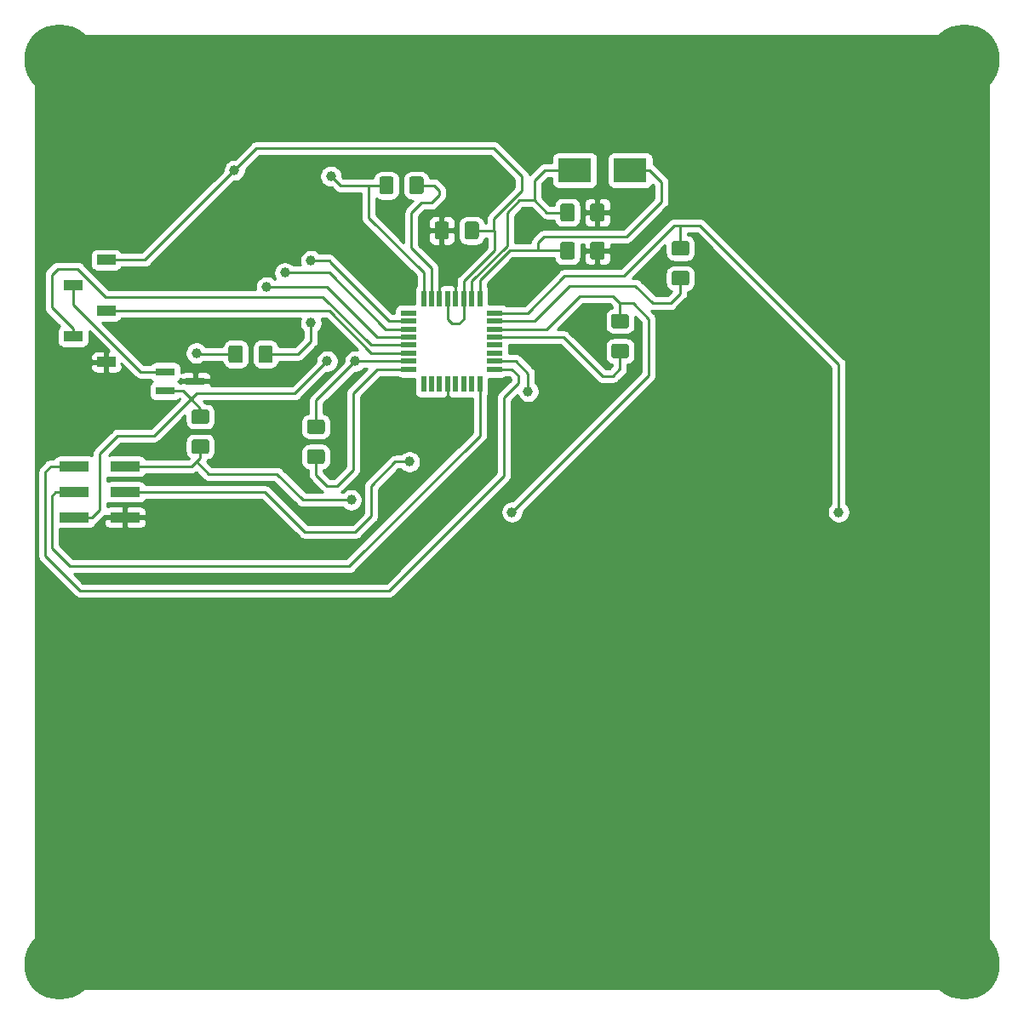
<source format=gbr>
G04 #@! TF.GenerationSoftware,KiCad,Pcbnew,(5.0.1-3-g963ef8bb5)*
G04 #@! TF.CreationDate,2019-03-19T08:35:04+01:00*
G04 #@! TF.ProjectId,capacitive-touch-demo,636170616369746976652D746F756368,3.0.0*
G04 #@! TF.SameCoordinates,Original*
G04 #@! TF.FileFunction,Copper,L2,Bot,Signal*
G04 #@! TF.FilePolarity,Positive*
%FSLAX46Y46*%
G04 Gerber Fmt 4.6, Leading zero omitted, Abs format (unit mm)*
G04 Created by KiCad (PCBNEW (5.0.1-3-g963ef8bb5)) date 2019 March 19, Tuesday 08:35:04*
%MOMM*%
%LPD*%
G01*
G04 APERTURE LIST*
G04 #@! TA.AperFunction,SMDPad,CuDef*
%ADD10R,1.900000X0.800000*%
G04 #@! TD*
G04 #@! TA.AperFunction,Conductor*
%ADD11C,0.100000*%
G04 #@! TD*
G04 #@! TA.AperFunction,SMDPad,CuDef*
%ADD12C,1.425000*%
G04 #@! TD*
G04 #@! TA.AperFunction,SMDPad,CuDef*
%ADD13R,1.900000X1.000000*%
G04 #@! TD*
G04 #@! TA.AperFunction,SMDPad,CuDef*
%ADD14R,3.000000X1.000000*%
G04 #@! TD*
G04 #@! TA.AperFunction,SMDPad,CuDef*
%ADD15R,0.550000X1.600000*%
G04 #@! TD*
G04 #@! TA.AperFunction,SMDPad,CuDef*
%ADD16R,1.600000X0.550000*%
G04 #@! TD*
G04 #@! TA.AperFunction,SMDPad,CuDef*
%ADD17R,3.325000X2.400000*%
G04 #@! TD*
G04 #@! TA.AperFunction,ViaPad*
%ADD18C,1.000000*%
G04 #@! TD*
G04 #@! TA.AperFunction,ViaPad*
%ADD19C,7.000000*%
G04 #@! TD*
G04 #@! TA.AperFunction,Conductor*
%ADD20C,0.254000*%
G04 #@! TD*
G04 APERTURE END LIST*
D10*
G04 #@! TO.P,Q1,1*
G04 #@! TO.N,/RPin*
X95500000Y-67950000D03*
G04 #@! TO.P,Q1,2*
G04 #@! TO.N,Net-(J1-Pad2)*
X95500000Y-66050000D03*
G04 #@! TO.P,Q1,3*
G04 #@! TO.N,GND*
X98500000Y-67000000D03*
G04 #@! TD*
D11*
G04 #@! TO.N,Net-(C13-Pad1)*
G04 #@! TO.C,R6*
G36*
X141399504Y-60301204D02*
X141423773Y-60304804D01*
X141447571Y-60310765D01*
X141470671Y-60319030D01*
X141492849Y-60329520D01*
X141513893Y-60342133D01*
X141533598Y-60356747D01*
X141551777Y-60373223D01*
X141568253Y-60391402D01*
X141582867Y-60411107D01*
X141595480Y-60432151D01*
X141605970Y-60454329D01*
X141614235Y-60477429D01*
X141620196Y-60501227D01*
X141623796Y-60525496D01*
X141625000Y-60550000D01*
X141625000Y-61475000D01*
X141623796Y-61499504D01*
X141620196Y-61523773D01*
X141614235Y-61547571D01*
X141605970Y-61570671D01*
X141595480Y-61592849D01*
X141582867Y-61613893D01*
X141568253Y-61633598D01*
X141551777Y-61651777D01*
X141533598Y-61668253D01*
X141513893Y-61682867D01*
X141492849Y-61695480D01*
X141470671Y-61705970D01*
X141447571Y-61714235D01*
X141423773Y-61720196D01*
X141399504Y-61723796D01*
X141375000Y-61725000D01*
X140125000Y-61725000D01*
X140100496Y-61723796D01*
X140076227Y-61720196D01*
X140052429Y-61714235D01*
X140029329Y-61705970D01*
X140007151Y-61695480D01*
X139986107Y-61682867D01*
X139966402Y-61668253D01*
X139948223Y-61651777D01*
X139931747Y-61633598D01*
X139917133Y-61613893D01*
X139904520Y-61592849D01*
X139894030Y-61570671D01*
X139885765Y-61547571D01*
X139879804Y-61523773D01*
X139876204Y-61499504D01*
X139875000Y-61475000D01*
X139875000Y-60550000D01*
X139876204Y-60525496D01*
X139879804Y-60501227D01*
X139885765Y-60477429D01*
X139894030Y-60454329D01*
X139904520Y-60432151D01*
X139917133Y-60411107D01*
X139931747Y-60391402D01*
X139948223Y-60373223D01*
X139966402Y-60356747D01*
X139986107Y-60342133D01*
X140007151Y-60329520D01*
X140029329Y-60319030D01*
X140052429Y-60310765D01*
X140076227Y-60304804D01*
X140100496Y-60301204D01*
X140125000Y-60300000D01*
X141375000Y-60300000D01*
X141399504Y-60301204D01*
X141399504Y-60301204D01*
G37*
D12*
G04 #@! TD*
G04 #@! TO.P,R6,2*
G04 #@! TO.N,Net-(C13-Pad1)*
X140750000Y-61012500D03*
D11*
G04 #@! TO.N,Net-(R6-Pad1)*
G04 #@! TO.C,R6*
G36*
X141399504Y-63276204D02*
X141423773Y-63279804D01*
X141447571Y-63285765D01*
X141470671Y-63294030D01*
X141492849Y-63304520D01*
X141513893Y-63317133D01*
X141533598Y-63331747D01*
X141551777Y-63348223D01*
X141568253Y-63366402D01*
X141582867Y-63386107D01*
X141595480Y-63407151D01*
X141605970Y-63429329D01*
X141614235Y-63452429D01*
X141620196Y-63476227D01*
X141623796Y-63500496D01*
X141625000Y-63525000D01*
X141625000Y-64450000D01*
X141623796Y-64474504D01*
X141620196Y-64498773D01*
X141614235Y-64522571D01*
X141605970Y-64545671D01*
X141595480Y-64567849D01*
X141582867Y-64588893D01*
X141568253Y-64608598D01*
X141551777Y-64626777D01*
X141533598Y-64643253D01*
X141513893Y-64657867D01*
X141492849Y-64670480D01*
X141470671Y-64680970D01*
X141447571Y-64689235D01*
X141423773Y-64695196D01*
X141399504Y-64698796D01*
X141375000Y-64700000D01*
X140125000Y-64700000D01*
X140100496Y-64698796D01*
X140076227Y-64695196D01*
X140052429Y-64689235D01*
X140029329Y-64680970D01*
X140007151Y-64670480D01*
X139986107Y-64657867D01*
X139966402Y-64643253D01*
X139948223Y-64626777D01*
X139931747Y-64608598D01*
X139917133Y-64588893D01*
X139904520Y-64567849D01*
X139894030Y-64545671D01*
X139885765Y-64522571D01*
X139879804Y-64498773D01*
X139876204Y-64474504D01*
X139875000Y-64450000D01*
X139875000Y-63525000D01*
X139876204Y-63500496D01*
X139879804Y-63476227D01*
X139885765Y-63452429D01*
X139894030Y-63429329D01*
X139904520Y-63407151D01*
X139917133Y-63386107D01*
X139931747Y-63366402D01*
X139948223Y-63348223D01*
X139966402Y-63331747D01*
X139986107Y-63317133D01*
X140007151Y-63304520D01*
X140029329Y-63294030D01*
X140052429Y-63285765D01*
X140076227Y-63279804D01*
X140100496Y-63276204D01*
X140125000Y-63275000D01*
X141375000Y-63275000D01*
X141399504Y-63276204D01*
X141399504Y-63276204D01*
G37*
D12*
G04 #@! TD*
G04 #@! TO.P,R6,1*
G04 #@! TO.N,Net-(R6-Pad1)*
X140750000Y-63987500D03*
D11*
G04 #@! TO.N,/RPin*
G04 #@! TO.C,R1*
G36*
X99649504Y-69801204D02*
X99673773Y-69804804D01*
X99697571Y-69810765D01*
X99720671Y-69819030D01*
X99742849Y-69829520D01*
X99763893Y-69842133D01*
X99783598Y-69856747D01*
X99801777Y-69873223D01*
X99818253Y-69891402D01*
X99832867Y-69911107D01*
X99845480Y-69932151D01*
X99855970Y-69954329D01*
X99864235Y-69977429D01*
X99870196Y-70001227D01*
X99873796Y-70025496D01*
X99875000Y-70050000D01*
X99875000Y-70975000D01*
X99873796Y-70999504D01*
X99870196Y-71023773D01*
X99864235Y-71047571D01*
X99855970Y-71070671D01*
X99845480Y-71092849D01*
X99832867Y-71113893D01*
X99818253Y-71133598D01*
X99801777Y-71151777D01*
X99783598Y-71168253D01*
X99763893Y-71182867D01*
X99742849Y-71195480D01*
X99720671Y-71205970D01*
X99697571Y-71214235D01*
X99673773Y-71220196D01*
X99649504Y-71223796D01*
X99625000Y-71225000D01*
X98375000Y-71225000D01*
X98350496Y-71223796D01*
X98326227Y-71220196D01*
X98302429Y-71214235D01*
X98279329Y-71205970D01*
X98257151Y-71195480D01*
X98236107Y-71182867D01*
X98216402Y-71168253D01*
X98198223Y-71151777D01*
X98181747Y-71133598D01*
X98167133Y-71113893D01*
X98154520Y-71092849D01*
X98144030Y-71070671D01*
X98135765Y-71047571D01*
X98129804Y-71023773D01*
X98126204Y-70999504D01*
X98125000Y-70975000D01*
X98125000Y-70050000D01*
X98126204Y-70025496D01*
X98129804Y-70001227D01*
X98135765Y-69977429D01*
X98144030Y-69954329D01*
X98154520Y-69932151D01*
X98167133Y-69911107D01*
X98181747Y-69891402D01*
X98198223Y-69873223D01*
X98216402Y-69856747D01*
X98236107Y-69842133D01*
X98257151Y-69829520D01*
X98279329Y-69819030D01*
X98302429Y-69810765D01*
X98326227Y-69804804D01*
X98350496Y-69801204D01*
X98375000Y-69800000D01*
X99625000Y-69800000D01*
X99649504Y-69801204D01*
X99649504Y-69801204D01*
G37*
D12*
G04 #@! TD*
G04 #@! TO.P,R1,2*
G04 #@! TO.N,/RPin*
X99000000Y-70512500D03*
D11*
G04 #@! TO.N,VCC*
G04 #@! TO.C,R1*
G36*
X99649504Y-72776204D02*
X99673773Y-72779804D01*
X99697571Y-72785765D01*
X99720671Y-72794030D01*
X99742849Y-72804520D01*
X99763893Y-72817133D01*
X99783598Y-72831747D01*
X99801777Y-72848223D01*
X99818253Y-72866402D01*
X99832867Y-72886107D01*
X99845480Y-72907151D01*
X99855970Y-72929329D01*
X99864235Y-72952429D01*
X99870196Y-72976227D01*
X99873796Y-73000496D01*
X99875000Y-73025000D01*
X99875000Y-73950000D01*
X99873796Y-73974504D01*
X99870196Y-73998773D01*
X99864235Y-74022571D01*
X99855970Y-74045671D01*
X99845480Y-74067849D01*
X99832867Y-74088893D01*
X99818253Y-74108598D01*
X99801777Y-74126777D01*
X99783598Y-74143253D01*
X99763893Y-74157867D01*
X99742849Y-74170480D01*
X99720671Y-74180970D01*
X99697571Y-74189235D01*
X99673773Y-74195196D01*
X99649504Y-74198796D01*
X99625000Y-74200000D01*
X98375000Y-74200000D01*
X98350496Y-74198796D01*
X98326227Y-74195196D01*
X98302429Y-74189235D01*
X98279329Y-74180970D01*
X98257151Y-74170480D01*
X98236107Y-74157867D01*
X98216402Y-74143253D01*
X98198223Y-74126777D01*
X98181747Y-74108598D01*
X98167133Y-74088893D01*
X98154520Y-74067849D01*
X98144030Y-74045671D01*
X98135765Y-74022571D01*
X98129804Y-73998773D01*
X98126204Y-73974504D01*
X98125000Y-73950000D01*
X98125000Y-73025000D01*
X98126204Y-73000496D01*
X98129804Y-72976227D01*
X98135765Y-72952429D01*
X98144030Y-72929329D01*
X98154520Y-72907151D01*
X98167133Y-72886107D01*
X98181747Y-72866402D01*
X98198223Y-72848223D01*
X98216402Y-72831747D01*
X98236107Y-72817133D01*
X98257151Y-72804520D01*
X98279329Y-72794030D01*
X98302429Y-72785765D01*
X98326227Y-72779804D01*
X98350496Y-72776204D01*
X98375000Y-72775000D01*
X99625000Y-72775000D01*
X99649504Y-72776204D01*
X99649504Y-72776204D01*
G37*
D12*
G04 #@! TD*
G04 #@! TO.P,R1,1*
G04 #@! TO.N,VCC*
X99000000Y-73487500D03*
D11*
G04 #@! TO.N,Net-(C8-Pad1)*
G04 #@! TO.C,R4*
G36*
X117999504Y-46626204D02*
X118023773Y-46629804D01*
X118047571Y-46635765D01*
X118070671Y-46644030D01*
X118092849Y-46654520D01*
X118113893Y-46667133D01*
X118133598Y-46681747D01*
X118151777Y-46698223D01*
X118168253Y-46716402D01*
X118182867Y-46736107D01*
X118195480Y-46757151D01*
X118205970Y-46779329D01*
X118214235Y-46802429D01*
X118220196Y-46826227D01*
X118223796Y-46850496D01*
X118225000Y-46875000D01*
X118225000Y-48125000D01*
X118223796Y-48149504D01*
X118220196Y-48173773D01*
X118214235Y-48197571D01*
X118205970Y-48220671D01*
X118195480Y-48242849D01*
X118182867Y-48263893D01*
X118168253Y-48283598D01*
X118151777Y-48301777D01*
X118133598Y-48318253D01*
X118113893Y-48332867D01*
X118092849Y-48345480D01*
X118070671Y-48355970D01*
X118047571Y-48364235D01*
X118023773Y-48370196D01*
X117999504Y-48373796D01*
X117975000Y-48375000D01*
X117050000Y-48375000D01*
X117025496Y-48373796D01*
X117001227Y-48370196D01*
X116977429Y-48364235D01*
X116954329Y-48355970D01*
X116932151Y-48345480D01*
X116911107Y-48332867D01*
X116891402Y-48318253D01*
X116873223Y-48301777D01*
X116856747Y-48283598D01*
X116842133Y-48263893D01*
X116829520Y-48242849D01*
X116819030Y-48220671D01*
X116810765Y-48197571D01*
X116804804Y-48173773D01*
X116801204Y-48149504D01*
X116800000Y-48125000D01*
X116800000Y-46875000D01*
X116801204Y-46850496D01*
X116804804Y-46826227D01*
X116810765Y-46802429D01*
X116819030Y-46779329D01*
X116829520Y-46757151D01*
X116842133Y-46736107D01*
X116856747Y-46716402D01*
X116873223Y-46698223D01*
X116891402Y-46681747D01*
X116911107Y-46667133D01*
X116932151Y-46654520D01*
X116954329Y-46644030D01*
X116977429Y-46635765D01*
X117001227Y-46629804D01*
X117025496Y-46626204D01*
X117050000Y-46625000D01*
X117975000Y-46625000D01*
X117999504Y-46626204D01*
X117999504Y-46626204D01*
G37*
D12*
G04 #@! TD*
G04 #@! TO.P,R4,2*
G04 #@! TO.N,Net-(C8-Pad1)*
X117512500Y-47500000D03*
D11*
G04 #@! TO.N,Net-(R4-Pad1)*
G04 #@! TO.C,R4*
G36*
X120974504Y-46626204D02*
X120998773Y-46629804D01*
X121022571Y-46635765D01*
X121045671Y-46644030D01*
X121067849Y-46654520D01*
X121088893Y-46667133D01*
X121108598Y-46681747D01*
X121126777Y-46698223D01*
X121143253Y-46716402D01*
X121157867Y-46736107D01*
X121170480Y-46757151D01*
X121180970Y-46779329D01*
X121189235Y-46802429D01*
X121195196Y-46826227D01*
X121198796Y-46850496D01*
X121200000Y-46875000D01*
X121200000Y-48125000D01*
X121198796Y-48149504D01*
X121195196Y-48173773D01*
X121189235Y-48197571D01*
X121180970Y-48220671D01*
X121170480Y-48242849D01*
X121157867Y-48263893D01*
X121143253Y-48283598D01*
X121126777Y-48301777D01*
X121108598Y-48318253D01*
X121088893Y-48332867D01*
X121067849Y-48345480D01*
X121045671Y-48355970D01*
X121022571Y-48364235D01*
X120998773Y-48370196D01*
X120974504Y-48373796D01*
X120950000Y-48375000D01*
X120025000Y-48375000D01*
X120000496Y-48373796D01*
X119976227Y-48370196D01*
X119952429Y-48364235D01*
X119929329Y-48355970D01*
X119907151Y-48345480D01*
X119886107Y-48332867D01*
X119866402Y-48318253D01*
X119848223Y-48301777D01*
X119831747Y-48283598D01*
X119817133Y-48263893D01*
X119804520Y-48242849D01*
X119794030Y-48220671D01*
X119785765Y-48197571D01*
X119779804Y-48173773D01*
X119776204Y-48149504D01*
X119775000Y-48125000D01*
X119775000Y-46875000D01*
X119776204Y-46850496D01*
X119779804Y-46826227D01*
X119785765Y-46802429D01*
X119794030Y-46779329D01*
X119804520Y-46757151D01*
X119817133Y-46736107D01*
X119831747Y-46716402D01*
X119848223Y-46698223D01*
X119866402Y-46681747D01*
X119886107Y-46667133D01*
X119907151Y-46654520D01*
X119929329Y-46644030D01*
X119952429Y-46635765D01*
X119976227Y-46629804D01*
X120000496Y-46626204D01*
X120025000Y-46625000D01*
X120950000Y-46625000D01*
X120974504Y-46626204D01*
X120974504Y-46626204D01*
G37*
D12*
G04 #@! TD*
G04 #@! TO.P,R4,1*
G04 #@! TO.N,Net-(R4-Pad1)*
X120487500Y-47500000D03*
D13*
G04 #@! TO.P,J1,1*
G04 #@! TO.N,VCC*
X89650000Y-54920000D03*
G04 #@! TO.P,J1,3*
G04 #@! TO.N,/SDA*
X89650000Y-60000000D03*
G04 #@! TO.P,J1,5*
G04 #@! TO.N,GND*
X89650000Y-65080000D03*
G04 #@! TO.P,J1,2*
G04 #@! TO.N,Net-(J1-Pad2)*
X86350000Y-57460000D03*
G04 #@! TO.P,J1,4*
G04 #@! TO.N,/SCL*
X86350000Y-62540000D03*
G04 #@! TD*
D11*
G04 #@! TO.N,/clk1*
G04 #@! TO.C,C1*
G36*
X135999504Y-49326204D02*
X136023773Y-49329804D01*
X136047571Y-49335765D01*
X136070671Y-49344030D01*
X136092849Y-49354520D01*
X136113893Y-49367133D01*
X136133598Y-49381747D01*
X136151777Y-49398223D01*
X136168253Y-49416402D01*
X136182867Y-49436107D01*
X136195480Y-49457151D01*
X136205970Y-49479329D01*
X136214235Y-49502429D01*
X136220196Y-49526227D01*
X136223796Y-49550496D01*
X136225000Y-49575000D01*
X136225000Y-50825000D01*
X136223796Y-50849504D01*
X136220196Y-50873773D01*
X136214235Y-50897571D01*
X136205970Y-50920671D01*
X136195480Y-50942849D01*
X136182867Y-50963893D01*
X136168253Y-50983598D01*
X136151777Y-51001777D01*
X136133598Y-51018253D01*
X136113893Y-51032867D01*
X136092849Y-51045480D01*
X136070671Y-51055970D01*
X136047571Y-51064235D01*
X136023773Y-51070196D01*
X135999504Y-51073796D01*
X135975000Y-51075000D01*
X135050000Y-51075000D01*
X135025496Y-51073796D01*
X135001227Y-51070196D01*
X134977429Y-51064235D01*
X134954329Y-51055970D01*
X134932151Y-51045480D01*
X134911107Y-51032867D01*
X134891402Y-51018253D01*
X134873223Y-51001777D01*
X134856747Y-50983598D01*
X134842133Y-50963893D01*
X134829520Y-50942849D01*
X134819030Y-50920671D01*
X134810765Y-50897571D01*
X134804804Y-50873773D01*
X134801204Y-50849504D01*
X134800000Y-50825000D01*
X134800000Y-49575000D01*
X134801204Y-49550496D01*
X134804804Y-49526227D01*
X134810765Y-49502429D01*
X134819030Y-49479329D01*
X134829520Y-49457151D01*
X134842133Y-49436107D01*
X134856747Y-49416402D01*
X134873223Y-49398223D01*
X134891402Y-49381747D01*
X134911107Y-49367133D01*
X134932151Y-49354520D01*
X134954329Y-49344030D01*
X134977429Y-49335765D01*
X135001227Y-49329804D01*
X135025496Y-49326204D01*
X135050000Y-49325000D01*
X135975000Y-49325000D01*
X135999504Y-49326204D01*
X135999504Y-49326204D01*
G37*
D12*
G04 #@! TD*
G04 #@! TO.P,C1,2*
G04 #@! TO.N,/clk1*
X135512500Y-50200000D03*
D11*
G04 #@! TO.N,GND*
G04 #@! TO.C,C1*
G36*
X138974504Y-49326204D02*
X138998773Y-49329804D01*
X139022571Y-49335765D01*
X139045671Y-49344030D01*
X139067849Y-49354520D01*
X139088893Y-49367133D01*
X139108598Y-49381747D01*
X139126777Y-49398223D01*
X139143253Y-49416402D01*
X139157867Y-49436107D01*
X139170480Y-49457151D01*
X139180970Y-49479329D01*
X139189235Y-49502429D01*
X139195196Y-49526227D01*
X139198796Y-49550496D01*
X139200000Y-49575000D01*
X139200000Y-50825000D01*
X139198796Y-50849504D01*
X139195196Y-50873773D01*
X139189235Y-50897571D01*
X139180970Y-50920671D01*
X139170480Y-50942849D01*
X139157867Y-50963893D01*
X139143253Y-50983598D01*
X139126777Y-51001777D01*
X139108598Y-51018253D01*
X139088893Y-51032867D01*
X139067849Y-51045480D01*
X139045671Y-51055970D01*
X139022571Y-51064235D01*
X138998773Y-51070196D01*
X138974504Y-51073796D01*
X138950000Y-51075000D01*
X138025000Y-51075000D01*
X138000496Y-51073796D01*
X137976227Y-51070196D01*
X137952429Y-51064235D01*
X137929329Y-51055970D01*
X137907151Y-51045480D01*
X137886107Y-51032867D01*
X137866402Y-51018253D01*
X137848223Y-51001777D01*
X137831747Y-50983598D01*
X137817133Y-50963893D01*
X137804520Y-50942849D01*
X137794030Y-50920671D01*
X137785765Y-50897571D01*
X137779804Y-50873773D01*
X137776204Y-50849504D01*
X137775000Y-50825000D01*
X137775000Y-49575000D01*
X137776204Y-49550496D01*
X137779804Y-49526227D01*
X137785765Y-49502429D01*
X137794030Y-49479329D01*
X137804520Y-49457151D01*
X137817133Y-49436107D01*
X137831747Y-49416402D01*
X137848223Y-49398223D01*
X137866402Y-49381747D01*
X137886107Y-49367133D01*
X137907151Y-49354520D01*
X137929329Y-49344030D01*
X137952429Y-49335765D01*
X137976227Y-49329804D01*
X138000496Y-49326204D01*
X138025000Y-49325000D01*
X138950000Y-49325000D01*
X138974504Y-49326204D01*
X138974504Y-49326204D01*
G37*
D12*
G04 #@! TD*
G04 #@! TO.P,C1,1*
G04 #@! TO.N,GND*
X138487500Y-50200000D03*
D14*
G04 #@! TO.P,J2,1*
G04 #@! TO.N,/MISO*
X86480000Y-75460000D03*
G04 #@! TO.P,J2,2*
G04 #@! TO.N,VCC*
X91520000Y-75460000D03*
G04 #@! TO.P,J2,3*
G04 #@! TO.N,/SCK*
X86480000Y-78000000D03*
G04 #@! TO.P,J2,4*
G04 #@! TO.N,/MOSI*
X91520000Y-78000000D03*
G04 #@! TO.P,J2,5*
G04 #@! TO.N,/RPin*
X86480000Y-80540000D03*
G04 #@! TO.P,J2,6*
G04 #@! TO.N,GND*
X91520000Y-80540000D03*
G04 #@! TD*
D15*
G04 #@! TO.P,U1,1*
G04 #@! TO.N,Net-(C8-Pad1)*
X121200000Y-58750000D03*
G04 #@! TO.P,U1,2*
G04 #@! TO.N,Net-(R4-Pad1)*
X122000000Y-58750000D03*
G04 #@! TO.P,U1,3*
G04 #@! TO.N,GND*
X122800000Y-58750000D03*
G04 #@! TO.P,U1,4*
G04 #@! TO.N,VCC*
X123600000Y-58750000D03*
G04 #@! TO.P,U1,5*
G04 #@! TO.N,GND*
X124400000Y-58750000D03*
G04 #@! TO.P,U1,6*
G04 #@! TO.N,VCC*
X125200000Y-58750000D03*
G04 #@! TO.P,U1,7*
G04 #@! TO.N,/clk1*
X126000000Y-58750000D03*
G04 #@! TO.P,U1,8*
G04 #@! TO.N,/clk2*
X126800000Y-58750000D03*
D16*
G04 #@! TO.P,U1,9*
G04 #@! TO.N,Net-(C10-Pad1)*
X128250000Y-60200000D03*
G04 #@! TO.P,U1,10*
G04 #@! TO.N,Net-(R5-Pad1)*
X128250000Y-61000000D03*
G04 #@! TO.P,U1,11*
G04 #@! TO.N,Net-(C13-Pad1)*
X128250000Y-61800000D03*
G04 #@! TO.P,U1,12*
G04 #@! TO.N,Net-(R6-Pad1)*
X128250000Y-62600000D03*
G04 #@! TO.P,U1,13*
G04 #@! TO.N,Net-(U1-Pad13)*
X128250000Y-63400000D03*
G04 #@! TO.P,U1,14*
G04 #@! TO.N,Net-(U1-Pad14)*
X128250000Y-64200000D03*
G04 #@! TO.P,U1,15*
G04 #@! TO.N,/MOSI*
X128250000Y-65000000D03*
G04 #@! TO.P,U1,16*
G04 #@! TO.N,/MISO*
X128250000Y-65800000D03*
D15*
G04 #@! TO.P,U1,17*
G04 #@! TO.N,/SCK*
X126800000Y-67250000D03*
G04 #@! TO.P,U1,18*
G04 #@! TO.N,Net-(U1-Pad18)*
X126000000Y-67250000D03*
G04 #@! TO.P,U1,19*
G04 #@! TO.N,Net-(U1-Pad19)*
X125200000Y-67250000D03*
G04 #@! TO.P,U1,20*
G04 #@! TO.N,Net-(U1-Pad20)*
X124400000Y-67250000D03*
G04 #@! TO.P,U1,21*
G04 #@! TO.N,GND*
X123600000Y-67250000D03*
G04 #@! TO.P,U1,22*
G04 #@! TO.N,Net-(U1-Pad22)*
X122800000Y-67250000D03*
G04 #@! TO.P,U1,23*
G04 #@! TO.N,Net-(U1-Pad23)*
X122000000Y-67250000D03*
G04 #@! TO.P,U1,24*
G04 #@! TO.N,Net-(U1-Pad24)*
X121200000Y-67250000D03*
D16*
G04 #@! TO.P,U1,25*
G04 #@! TO.N,Net-(R3-Pad1)*
X119750000Y-65800000D03*
G04 #@! TO.P,U1,26*
G04 #@! TO.N,Net-(C6-Pad1)*
X119750000Y-65000000D03*
G04 #@! TO.P,U1,27*
G04 #@! TO.N,/SDA*
X119750000Y-64200000D03*
G04 #@! TO.P,U1,28*
G04 #@! TO.N,/SCL*
X119750000Y-63400000D03*
G04 #@! TO.P,U1,29*
G04 #@! TO.N,/RPin*
X119750000Y-62600000D03*
G04 #@! TO.P,U1,30*
G04 #@! TO.N,Net-(C4-Pad1)*
X119750000Y-61800000D03*
G04 #@! TO.P,U1,31*
G04 #@! TO.N,Net-(R2-Pad1)*
X119750000Y-61000000D03*
G04 #@! TO.P,U1,32*
G04 #@! TO.N,Net-(U1-Pad32)*
X119750000Y-60200000D03*
G04 #@! TD*
D11*
G04 #@! TO.N,Net-(R5-Pad1)*
G04 #@! TO.C,R5*
G36*
X147399504Y-56026204D02*
X147423773Y-56029804D01*
X147447571Y-56035765D01*
X147470671Y-56044030D01*
X147492849Y-56054520D01*
X147513893Y-56067133D01*
X147533598Y-56081747D01*
X147551777Y-56098223D01*
X147568253Y-56116402D01*
X147582867Y-56136107D01*
X147595480Y-56157151D01*
X147605970Y-56179329D01*
X147614235Y-56202429D01*
X147620196Y-56226227D01*
X147623796Y-56250496D01*
X147625000Y-56275000D01*
X147625000Y-57200000D01*
X147623796Y-57224504D01*
X147620196Y-57248773D01*
X147614235Y-57272571D01*
X147605970Y-57295671D01*
X147595480Y-57317849D01*
X147582867Y-57338893D01*
X147568253Y-57358598D01*
X147551777Y-57376777D01*
X147533598Y-57393253D01*
X147513893Y-57407867D01*
X147492849Y-57420480D01*
X147470671Y-57430970D01*
X147447571Y-57439235D01*
X147423773Y-57445196D01*
X147399504Y-57448796D01*
X147375000Y-57450000D01*
X146125000Y-57450000D01*
X146100496Y-57448796D01*
X146076227Y-57445196D01*
X146052429Y-57439235D01*
X146029329Y-57430970D01*
X146007151Y-57420480D01*
X145986107Y-57407867D01*
X145966402Y-57393253D01*
X145948223Y-57376777D01*
X145931747Y-57358598D01*
X145917133Y-57338893D01*
X145904520Y-57317849D01*
X145894030Y-57295671D01*
X145885765Y-57272571D01*
X145879804Y-57248773D01*
X145876204Y-57224504D01*
X145875000Y-57200000D01*
X145875000Y-56275000D01*
X145876204Y-56250496D01*
X145879804Y-56226227D01*
X145885765Y-56202429D01*
X145894030Y-56179329D01*
X145904520Y-56157151D01*
X145917133Y-56136107D01*
X145931747Y-56116402D01*
X145948223Y-56098223D01*
X145966402Y-56081747D01*
X145986107Y-56067133D01*
X146007151Y-56054520D01*
X146029329Y-56044030D01*
X146052429Y-56035765D01*
X146076227Y-56029804D01*
X146100496Y-56026204D01*
X146125000Y-56025000D01*
X147375000Y-56025000D01*
X147399504Y-56026204D01*
X147399504Y-56026204D01*
G37*
D12*
G04 #@! TD*
G04 #@! TO.P,R5,1*
G04 #@! TO.N,Net-(R5-Pad1)*
X146750000Y-56737500D03*
D11*
G04 #@! TO.N,Net-(C10-Pad1)*
G04 #@! TO.C,R5*
G36*
X147399504Y-53051204D02*
X147423773Y-53054804D01*
X147447571Y-53060765D01*
X147470671Y-53069030D01*
X147492849Y-53079520D01*
X147513893Y-53092133D01*
X147533598Y-53106747D01*
X147551777Y-53123223D01*
X147568253Y-53141402D01*
X147582867Y-53161107D01*
X147595480Y-53182151D01*
X147605970Y-53204329D01*
X147614235Y-53227429D01*
X147620196Y-53251227D01*
X147623796Y-53275496D01*
X147625000Y-53300000D01*
X147625000Y-54225000D01*
X147623796Y-54249504D01*
X147620196Y-54273773D01*
X147614235Y-54297571D01*
X147605970Y-54320671D01*
X147595480Y-54342849D01*
X147582867Y-54363893D01*
X147568253Y-54383598D01*
X147551777Y-54401777D01*
X147533598Y-54418253D01*
X147513893Y-54432867D01*
X147492849Y-54445480D01*
X147470671Y-54455970D01*
X147447571Y-54464235D01*
X147423773Y-54470196D01*
X147399504Y-54473796D01*
X147375000Y-54475000D01*
X146125000Y-54475000D01*
X146100496Y-54473796D01*
X146076227Y-54470196D01*
X146052429Y-54464235D01*
X146029329Y-54455970D01*
X146007151Y-54445480D01*
X145986107Y-54432867D01*
X145966402Y-54418253D01*
X145948223Y-54401777D01*
X145931747Y-54383598D01*
X145917133Y-54363893D01*
X145904520Y-54342849D01*
X145894030Y-54320671D01*
X145885765Y-54297571D01*
X145879804Y-54273773D01*
X145876204Y-54249504D01*
X145875000Y-54225000D01*
X145875000Y-53300000D01*
X145876204Y-53275496D01*
X145879804Y-53251227D01*
X145885765Y-53227429D01*
X145894030Y-53204329D01*
X145904520Y-53182151D01*
X145917133Y-53161107D01*
X145931747Y-53141402D01*
X145948223Y-53123223D01*
X145966402Y-53106747D01*
X145986107Y-53092133D01*
X146007151Y-53079520D01*
X146029329Y-53069030D01*
X146052429Y-53060765D01*
X146076227Y-53054804D01*
X146100496Y-53051204D01*
X146125000Y-53050000D01*
X147375000Y-53050000D01*
X147399504Y-53051204D01*
X147399504Y-53051204D01*
G37*
D12*
G04 #@! TD*
G04 #@! TO.P,R5,2*
G04 #@! TO.N,Net-(C10-Pad1)*
X146750000Y-53762500D03*
D17*
G04 #@! TO.P,Y1,1*
G04 #@! TO.N,/clk1*
X136237500Y-46000000D03*
G04 #@! TO.P,Y1,2*
G04 #@! TO.N,/clk2*
X141762500Y-46000000D03*
G04 #@! TD*
D11*
G04 #@! TO.N,Net-(C4-Pad1)*
G04 #@! TO.C,R2*
G36*
X102999504Y-63426204D02*
X103023773Y-63429804D01*
X103047571Y-63435765D01*
X103070671Y-63444030D01*
X103092849Y-63454520D01*
X103113893Y-63467133D01*
X103133598Y-63481747D01*
X103151777Y-63498223D01*
X103168253Y-63516402D01*
X103182867Y-63536107D01*
X103195480Y-63557151D01*
X103205970Y-63579329D01*
X103214235Y-63602429D01*
X103220196Y-63626227D01*
X103223796Y-63650496D01*
X103225000Y-63675000D01*
X103225000Y-64925000D01*
X103223796Y-64949504D01*
X103220196Y-64973773D01*
X103214235Y-64997571D01*
X103205970Y-65020671D01*
X103195480Y-65042849D01*
X103182867Y-65063893D01*
X103168253Y-65083598D01*
X103151777Y-65101777D01*
X103133598Y-65118253D01*
X103113893Y-65132867D01*
X103092849Y-65145480D01*
X103070671Y-65155970D01*
X103047571Y-65164235D01*
X103023773Y-65170196D01*
X102999504Y-65173796D01*
X102975000Y-65175000D01*
X102050000Y-65175000D01*
X102025496Y-65173796D01*
X102001227Y-65170196D01*
X101977429Y-65164235D01*
X101954329Y-65155970D01*
X101932151Y-65145480D01*
X101911107Y-65132867D01*
X101891402Y-65118253D01*
X101873223Y-65101777D01*
X101856747Y-65083598D01*
X101842133Y-65063893D01*
X101829520Y-65042849D01*
X101819030Y-65020671D01*
X101810765Y-64997571D01*
X101804804Y-64973773D01*
X101801204Y-64949504D01*
X101800000Y-64925000D01*
X101800000Y-63675000D01*
X101801204Y-63650496D01*
X101804804Y-63626227D01*
X101810765Y-63602429D01*
X101819030Y-63579329D01*
X101829520Y-63557151D01*
X101842133Y-63536107D01*
X101856747Y-63516402D01*
X101873223Y-63498223D01*
X101891402Y-63481747D01*
X101911107Y-63467133D01*
X101932151Y-63454520D01*
X101954329Y-63444030D01*
X101977429Y-63435765D01*
X102001227Y-63429804D01*
X102025496Y-63426204D01*
X102050000Y-63425000D01*
X102975000Y-63425000D01*
X102999504Y-63426204D01*
X102999504Y-63426204D01*
G37*
D12*
G04 #@! TD*
G04 #@! TO.P,R2,2*
G04 #@! TO.N,Net-(C4-Pad1)*
X102512500Y-64300000D03*
D11*
G04 #@! TO.N,Net-(R2-Pad1)*
G04 #@! TO.C,R2*
G36*
X105974504Y-63426204D02*
X105998773Y-63429804D01*
X106022571Y-63435765D01*
X106045671Y-63444030D01*
X106067849Y-63454520D01*
X106088893Y-63467133D01*
X106108598Y-63481747D01*
X106126777Y-63498223D01*
X106143253Y-63516402D01*
X106157867Y-63536107D01*
X106170480Y-63557151D01*
X106180970Y-63579329D01*
X106189235Y-63602429D01*
X106195196Y-63626227D01*
X106198796Y-63650496D01*
X106200000Y-63675000D01*
X106200000Y-64925000D01*
X106198796Y-64949504D01*
X106195196Y-64973773D01*
X106189235Y-64997571D01*
X106180970Y-65020671D01*
X106170480Y-65042849D01*
X106157867Y-65063893D01*
X106143253Y-65083598D01*
X106126777Y-65101777D01*
X106108598Y-65118253D01*
X106088893Y-65132867D01*
X106067849Y-65145480D01*
X106045671Y-65155970D01*
X106022571Y-65164235D01*
X105998773Y-65170196D01*
X105974504Y-65173796D01*
X105950000Y-65175000D01*
X105025000Y-65175000D01*
X105000496Y-65173796D01*
X104976227Y-65170196D01*
X104952429Y-65164235D01*
X104929329Y-65155970D01*
X104907151Y-65145480D01*
X104886107Y-65132867D01*
X104866402Y-65118253D01*
X104848223Y-65101777D01*
X104831747Y-65083598D01*
X104817133Y-65063893D01*
X104804520Y-65042849D01*
X104794030Y-65020671D01*
X104785765Y-64997571D01*
X104779804Y-64973773D01*
X104776204Y-64949504D01*
X104775000Y-64925000D01*
X104775000Y-63675000D01*
X104776204Y-63650496D01*
X104779804Y-63626227D01*
X104785765Y-63602429D01*
X104794030Y-63579329D01*
X104804520Y-63557151D01*
X104817133Y-63536107D01*
X104831747Y-63516402D01*
X104848223Y-63498223D01*
X104866402Y-63481747D01*
X104886107Y-63467133D01*
X104907151Y-63454520D01*
X104929329Y-63444030D01*
X104952429Y-63435765D01*
X104976227Y-63429804D01*
X105000496Y-63426204D01*
X105025000Y-63425000D01*
X105950000Y-63425000D01*
X105974504Y-63426204D01*
X105974504Y-63426204D01*
G37*
D12*
G04 #@! TD*
G04 #@! TO.P,R2,1*
G04 #@! TO.N,Net-(R2-Pad1)*
X105487500Y-64300000D03*
D11*
G04 #@! TO.N,Net-(R3-Pad1)*
G04 #@! TO.C,R3*
G36*
X111149504Y-73776204D02*
X111173773Y-73779804D01*
X111197571Y-73785765D01*
X111220671Y-73794030D01*
X111242849Y-73804520D01*
X111263893Y-73817133D01*
X111283598Y-73831747D01*
X111301777Y-73848223D01*
X111318253Y-73866402D01*
X111332867Y-73886107D01*
X111345480Y-73907151D01*
X111355970Y-73929329D01*
X111364235Y-73952429D01*
X111370196Y-73976227D01*
X111373796Y-74000496D01*
X111375000Y-74025000D01*
X111375000Y-74950000D01*
X111373796Y-74974504D01*
X111370196Y-74998773D01*
X111364235Y-75022571D01*
X111355970Y-75045671D01*
X111345480Y-75067849D01*
X111332867Y-75088893D01*
X111318253Y-75108598D01*
X111301777Y-75126777D01*
X111283598Y-75143253D01*
X111263893Y-75157867D01*
X111242849Y-75170480D01*
X111220671Y-75180970D01*
X111197571Y-75189235D01*
X111173773Y-75195196D01*
X111149504Y-75198796D01*
X111125000Y-75200000D01*
X109875000Y-75200000D01*
X109850496Y-75198796D01*
X109826227Y-75195196D01*
X109802429Y-75189235D01*
X109779329Y-75180970D01*
X109757151Y-75170480D01*
X109736107Y-75157867D01*
X109716402Y-75143253D01*
X109698223Y-75126777D01*
X109681747Y-75108598D01*
X109667133Y-75088893D01*
X109654520Y-75067849D01*
X109644030Y-75045671D01*
X109635765Y-75022571D01*
X109629804Y-74998773D01*
X109626204Y-74974504D01*
X109625000Y-74950000D01*
X109625000Y-74025000D01*
X109626204Y-74000496D01*
X109629804Y-73976227D01*
X109635765Y-73952429D01*
X109644030Y-73929329D01*
X109654520Y-73907151D01*
X109667133Y-73886107D01*
X109681747Y-73866402D01*
X109698223Y-73848223D01*
X109716402Y-73831747D01*
X109736107Y-73817133D01*
X109757151Y-73804520D01*
X109779329Y-73794030D01*
X109802429Y-73785765D01*
X109826227Y-73779804D01*
X109850496Y-73776204D01*
X109875000Y-73775000D01*
X111125000Y-73775000D01*
X111149504Y-73776204D01*
X111149504Y-73776204D01*
G37*
D12*
G04 #@! TD*
G04 #@! TO.P,R3,1*
G04 #@! TO.N,Net-(R3-Pad1)*
X110500000Y-74487500D03*
D11*
G04 #@! TO.N,Net-(C6-Pad1)*
G04 #@! TO.C,R3*
G36*
X111149504Y-70801204D02*
X111173773Y-70804804D01*
X111197571Y-70810765D01*
X111220671Y-70819030D01*
X111242849Y-70829520D01*
X111263893Y-70842133D01*
X111283598Y-70856747D01*
X111301777Y-70873223D01*
X111318253Y-70891402D01*
X111332867Y-70911107D01*
X111345480Y-70932151D01*
X111355970Y-70954329D01*
X111364235Y-70977429D01*
X111370196Y-71001227D01*
X111373796Y-71025496D01*
X111375000Y-71050000D01*
X111375000Y-71975000D01*
X111373796Y-71999504D01*
X111370196Y-72023773D01*
X111364235Y-72047571D01*
X111355970Y-72070671D01*
X111345480Y-72092849D01*
X111332867Y-72113893D01*
X111318253Y-72133598D01*
X111301777Y-72151777D01*
X111283598Y-72168253D01*
X111263893Y-72182867D01*
X111242849Y-72195480D01*
X111220671Y-72205970D01*
X111197571Y-72214235D01*
X111173773Y-72220196D01*
X111149504Y-72223796D01*
X111125000Y-72225000D01*
X109875000Y-72225000D01*
X109850496Y-72223796D01*
X109826227Y-72220196D01*
X109802429Y-72214235D01*
X109779329Y-72205970D01*
X109757151Y-72195480D01*
X109736107Y-72182867D01*
X109716402Y-72168253D01*
X109698223Y-72151777D01*
X109681747Y-72133598D01*
X109667133Y-72113893D01*
X109654520Y-72092849D01*
X109644030Y-72070671D01*
X109635765Y-72047571D01*
X109629804Y-72023773D01*
X109626204Y-71999504D01*
X109625000Y-71975000D01*
X109625000Y-71050000D01*
X109626204Y-71025496D01*
X109629804Y-71001227D01*
X109635765Y-70977429D01*
X109644030Y-70954329D01*
X109654520Y-70932151D01*
X109667133Y-70911107D01*
X109681747Y-70891402D01*
X109698223Y-70873223D01*
X109716402Y-70856747D01*
X109736107Y-70842133D01*
X109757151Y-70829520D01*
X109779329Y-70819030D01*
X109802429Y-70810765D01*
X109826227Y-70804804D01*
X109850496Y-70801204D01*
X109875000Y-70800000D01*
X111125000Y-70800000D01*
X111149504Y-70801204D01*
X111149504Y-70801204D01*
G37*
D12*
G04 #@! TD*
G04 #@! TO.P,R3,2*
G04 #@! TO.N,Net-(C6-Pad1)*
X110500000Y-71512500D03*
D11*
G04 #@! TO.N,GND*
G04 #@! TO.C,C2*
G36*
X138974504Y-53126204D02*
X138998773Y-53129804D01*
X139022571Y-53135765D01*
X139045671Y-53144030D01*
X139067849Y-53154520D01*
X139088893Y-53167133D01*
X139108598Y-53181747D01*
X139126777Y-53198223D01*
X139143253Y-53216402D01*
X139157867Y-53236107D01*
X139170480Y-53257151D01*
X139180970Y-53279329D01*
X139189235Y-53302429D01*
X139195196Y-53326227D01*
X139198796Y-53350496D01*
X139200000Y-53375000D01*
X139200000Y-54625000D01*
X139198796Y-54649504D01*
X139195196Y-54673773D01*
X139189235Y-54697571D01*
X139180970Y-54720671D01*
X139170480Y-54742849D01*
X139157867Y-54763893D01*
X139143253Y-54783598D01*
X139126777Y-54801777D01*
X139108598Y-54818253D01*
X139088893Y-54832867D01*
X139067849Y-54845480D01*
X139045671Y-54855970D01*
X139022571Y-54864235D01*
X138998773Y-54870196D01*
X138974504Y-54873796D01*
X138950000Y-54875000D01*
X138025000Y-54875000D01*
X138000496Y-54873796D01*
X137976227Y-54870196D01*
X137952429Y-54864235D01*
X137929329Y-54855970D01*
X137907151Y-54845480D01*
X137886107Y-54832867D01*
X137866402Y-54818253D01*
X137848223Y-54801777D01*
X137831747Y-54783598D01*
X137817133Y-54763893D01*
X137804520Y-54742849D01*
X137794030Y-54720671D01*
X137785765Y-54697571D01*
X137779804Y-54673773D01*
X137776204Y-54649504D01*
X137775000Y-54625000D01*
X137775000Y-53375000D01*
X137776204Y-53350496D01*
X137779804Y-53326227D01*
X137785765Y-53302429D01*
X137794030Y-53279329D01*
X137804520Y-53257151D01*
X137817133Y-53236107D01*
X137831747Y-53216402D01*
X137848223Y-53198223D01*
X137866402Y-53181747D01*
X137886107Y-53167133D01*
X137907151Y-53154520D01*
X137929329Y-53144030D01*
X137952429Y-53135765D01*
X137976227Y-53129804D01*
X138000496Y-53126204D01*
X138025000Y-53125000D01*
X138950000Y-53125000D01*
X138974504Y-53126204D01*
X138974504Y-53126204D01*
G37*
D12*
G04 #@! TD*
G04 #@! TO.P,C2,1*
G04 #@! TO.N,GND*
X138487500Y-54000000D03*
D11*
G04 #@! TO.N,/clk2*
G04 #@! TO.C,C2*
G36*
X135999504Y-53126204D02*
X136023773Y-53129804D01*
X136047571Y-53135765D01*
X136070671Y-53144030D01*
X136092849Y-53154520D01*
X136113893Y-53167133D01*
X136133598Y-53181747D01*
X136151777Y-53198223D01*
X136168253Y-53216402D01*
X136182867Y-53236107D01*
X136195480Y-53257151D01*
X136205970Y-53279329D01*
X136214235Y-53302429D01*
X136220196Y-53326227D01*
X136223796Y-53350496D01*
X136225000Y-53375000D01*
X136225000Y-54625000D01*
X136223796Y-54649504D01*
X136220196Y-54673773D01*
X136214235Y-54697571D01*
X136205970Y-54720671D01*
X136195480Y-54742849D01*
X136182867Y-54763893D01*
X136168253Y-54783598D01*
X136151777Y-54801777D01*
X136133598Y-54818253D01*
X136113893Y-54832867D01*
X136092849Y-54845480D01*
X136070671Y-54855970D01*
X136047571Y-54864235D01*
X136023773Y-54870196D01*
X135999504Y-54873796D01*
X135975000Y-54875000D01*
X135050000Y-54875000D01*
X135025496Y-54873796D01*
X135001227Y-54870196D01*
X134977429Y-54864235D01*
X134954329Y-54855970D01*
X134932151Y-54845480D01*
X134911107Y-54832867D01*
X134891402Y-54818253D01*
X134873223Y-54801777D01*
X134856747Y-54783598D01*
X134842133Y-54763893D01*
X134829520Y-54742849D01*
X134819030Y-54720671D01*
X134810765Y-54697571D01*
X134804804Y-54673773D01*
X134801204Y-54649504D01*
X134800000Y-54625000D01*
X134800000Y-53375000D01*
X134801204Y-53350496D01*
X134804804Y-53326227D01*
X134810765Y-53302429D01*
X134819030Y-53279329D01*
X134829520Y-53257151D01*
X134842133Y-53236107D01*
X134856747Y-53216402D01*
X134873223Y-53198223D01*
X134891402Y-53181747D01*
X134911107Y-53167133D01*
X134932151Y-53154520D01*
X134954329Y-53144030D01*
X134977429Y-53135765D01*
X135001227Y-53129804D01*
X135025496Y-53126204D01*
X135050000Y-53125000D01*
X135975000Y-53125000D01*
X135999504Y-53126204D01*
X135999504Y-53126204D01*
G37*
D12*
G04 #@! TD*
G04 #@! TO.P,C2,2*
G04 #@! TO.N,/clk2*
X135512500Y-54000000D03*
D11*
G04 #@! TO.N,GND*
G04 #@! TO.C,C11*
G36*
X123499504Y-51126204D02*
X123523773Y-51129804D01*
X123547571Y-51135765D01*
X123570671Y-51144030D01*
X123592849Y-51154520D01*
X123613893Y-51167133D01*
X123633598Y-51181747D01*
X123651777Y-51198223D01*
X123668253Y-51216402D01*
X123682867Y-51236107D01*
X123695480Y-51257151D01*
X123705970Y-51279329D01*
X123714235Y-51302429D01*
X123720196Y-51326227D01*
X123723796Y-51350496D01*
X123725000Y-51375000D01*
X123725000Y-52625000D01*
X123723796Y-52649504D01*
X123720196Y-52673773D01*
X123714235Y-52697571D01*
X123705970Y-52720671D01*
X123695480Y-52742849D01*
X123682867Y-52763893D01*
X123668253Y-52783598D01*
X123651777Y-52801777D01*
X123633598Y-52818253D01*
X123613893Y-52832867D01*
X123592849Y-52845480D01*
X123570671Y-52855970D01*
X123547571Y-52864235D01*
X123523773Y-52870196D01*
X123499504Y-52873796D01*
X123475000Y-52875000D01*
X122550000Y-52875000D01*
X122525496Y-52873796D01*
X122501227Y-52870196D01*
X122477429Y-52864235D01*
X122454329Y-52855970D01*
X122432151Y-52845480D01*
X122411107Y-52832867D01*
X122391402Y-52818253D01*
X122373223Y-52801777D01*
X122356747Y-52783598D01*
X122342133Y-52763893D01*
X122329520Y-52742849D01*
X122319030Y-52720671D01*
X122310765Y-52697571D01*
X122304804Y-52673773D01*
X122301204Y-52649504D01*
X122300000Y-52625000D01*
X122300000Y-51375000D01*
X122301204Y-51350496D01*
X122304804Y-51326227D01*
X122310765Y-51302429D01*
X122319030Y-51279329D01*
X122329520Y-51257151D01*
X122342133Y-51236107D01*
X122356747Y-51216402D01*
X122373223Y-51198223D01*
X122391402Y-51181747D01*
X122411107Y-51167133D01*
X122432151Y-51154520D01*
X122454329Y-51144030D01*
X122477429Y-51135765D01*
X122501227Y-51129804D01*
X122525496Y-51126204D01*
X122550000Y-51125000D01*
X123475000Y-51125000D01*
X123499504Y-51126204D01*
X123499504Y-51126204D01*
G37*
D12*
G04 #@! TD*
G04 #@! TO.P,C11,2*
G04 #@! TO.N,GND*
X123012500Y-52000000D03*
D11*
G04 #@! TO.N,VCC*
G04 #@! TO.C,C11*
G36*
X126474504Y-51126204D02*
X126498773Y-51129804D01*
X126522571Y-51135765D01*
X126545671Y-51144030D01*
X126567849Y-51154520D01*
X126588893Y-51167133D01*
X126608598Y-51181747D01*
X126626777Y-51198223D01*
X126643253Y-51216402D01*
X126657867Y-51236107D01*
X126670480Y-51257151D01*
X126680970Y-51279329D01*
X126689235Y-51302429D01*
X126695196Y-51326227D01*
X126698796Y-51350496D01*
X126700000Y-51375000D01*
X126700000Y-52625000D01*
X126698796Y-52649504D01*
X126695196Y-52673773D01*
X126689235Y-52697571D01*
X126680970Y-52720671D01*
X126670480Y-52742849D01*
X126657867Y-52763893D01*
X126643253Y-52783598D01*
X126626777Y-52801777D01*
X126608598Y-52818253D01*
X126588893Y-52832867D01*
X126567849Y-52845480D01*
X126545671Y-52855970D01*
X126522571Y-52864235D01*
X126498773Y-52870196D01*
X126474504Y-52873796D01*
X126450000Y-52875000D01*
X125525000Y-52875000D01*
X125500496Y-52873796D01*
X125476227Y-52870196D01*
X125452429Y-52864235D01*
X125429329Y-52855970D01*
X125407151Y-52845480D01*
X125386107Y-52832867D01*
X125366402Y-52818253D01*
X125348223Y-52801777D01*
X125331747Y-52783598D01*
X125317133Y-52763893D01*
X125304520Y-52742849D01*
X125294030Y-52720671D01*
X125285765Y-52697571D01*
X125279804Y-52673773D01*
X125276204Y-52649504D01*
X125275000Y-52625000D01*
X125275000Y-51375000D01*
X125276204Y-51350496D01*
X125279804Y-51326227D01*
X125285765Y-51302429D01*
X125294030Y-51279329D01*
X125304520Y-51257151D01*
X125317133Y-51236107D01*
X125331747Y-51216402D01*
X125348223Y-51198223D01*
X125366402Y-51181747D01*
X125386107Y-51167133D01*
X125407151Y-51154520D01*
X125429329Y-51144030D01*
X125452429Y-51135765D01*
X125476227Y-51129804D01*
X125500496Y-51126204D01*
X125525000Y-51125000D01*
X126450000Y-51125000D01*
X126474504Y-51126204D01*
X126474504Y-51126204D01*
G37*
D12*
G04 #@! TD*
G04 #@! TO.P,C11,1*
G04 #@! TO.N,VCC*
X125987500Y-52000000D03*
D18*
G04 #@! TO.N,Net-(C10-Pad1)*
X162500000Y-80000000D03*
G04 #@! TO.N,Net-(R2-Pad1)*
X110000000Y-55000000D03*
X110000000Y-61200006D03*
G04 #@! TO.N,VCC*
X102400000Y-46000000D03*
X114000000Y-78800000D03*
G04 #@! TO.N,/RPin*
X111600000Y-65000000D03*
X105600000Y-57600000D03*
D19*
G04 #@! TO.N,GND*
X85000000Y-35000000D03*
X85000000Y-125000000D03*
X175000000Y-125000000D03*
D18*
X92200000Y-62200000D03*
X95800000Y-56000000D03*
X118600000Y-78000000D03*
X120800000Y-89200000D03*
X118600000Y-83200000D03*
D19*
X175000000Y-35000000D03*
D18*
G04 #@! TO.N,/MOSI*
X119800000Y-75000000D03*
X131600000Y-68000000D03*
G04 #@! TO.N,Net-(C13-Pad1)*
X130000000Y-80000000D03*
G04 #@! TO.N,Net-(C4-Pad1)*
X98600000Y-64200000D03*
X107400000Y-56200000D03*
G04 #@! TO.N,Net-(C6-Pad1)*
X114400000Y-65000000D03*
G04 #@! TO.N,Net-(C8-Pad1)*
X112000000Y-46600000D03*
G04 #@! TD*
D20*
G04 #@! TO.N,Net-(C10-Pad1)*
X146750000Y-51650000D02*
X146750000Y-53762500D01*
X146800000Y-51600000D02*
X146750000Y-51650000D01*
X146700000Y-51500000D02*
X146800000Y-51600000D01*
X146700000Y-51500000D02*
X148700000Y-51500000D01*
X148700000Y-51500000D02*
X162500000Y-65300000D01*
X162500000Y-65300000D02*
X162500000Y-80000000D01*
X146100000Y-51500000D02*
X146700000Y-51500000D01*
X141100000Y-56500000D02*
X146100000Y-51500000D01*
X135250000Y-56500000D02*
X141100000Y-56500000D01*
X128250000Y-60200000D02*
X131550000Y-60200000D01*
X131550000Y-60200000D02*
X135250000Y-56500000D01*
G04 #@! TO.N,Net-(R5-Pad1)*
X132250000Y-61000000D02*
X128250000Y-61000000D01*
X146750000Y-56737500D02*
X146750000Y-58250000D01*
X145750000Y-59250000D02*
X144000000Y-59250000D01*
X135750000Y-57500000D02*
X132250000Y-61000000D01*
X144000000Y-59250000D02*
X142250000Y-57500000D01*
X146750000Y-58250000D02*
X145750000Y-59250000D01*
X142250000Y-57500000D02*
X135750000Y-57500000D01*
G04 #@! TO.N,Net-(R4-Pad1)*
X122000000Y-55750000D02*
X122000000Y-58750000D01*
X120000000Y-50250000D02*
X120000000Y-53750000D01*
X122250000Y-47500000D02*
X122750000Y-48000000D01*
X122750000Y-48000000D02*
X122750000Y-48500000D01*
X120000000Y-53750000D02*
X122000000Y-55750000D01*
X122750000Y-48500000D02*
X122000000Y-49250000D01*
X120487500Y-47500000D02*
X122250000Y-47500000D01*
X122000000Y-49250000D02*
X121000000Y-49250000D01*
X121000000Y-49250000D02*
X120000000Y-50250000D01*
G04 #@! TO.N,Net-(R3-Pad1)*
X110500000Y-76300000D02*
X110500000Y-74487500D01*
X116600000Y-65800000D02*
X114200000Y-68200000D01*
X119750000Y-65800000D02*
X116600000Y-65800000D01*
X114200000Y-68200000D02*
X114200000Y-75800000D01*
X114200000Y-75800000D02*
X112600000Y-77400000D01*
X111600000Y-77400000D02*
X110500000Y-76300000D01*
X112600000Y-77400000D02*
X111600000Y-77400000D01*
G04 #@! TO.N,Net-(R2-Pad1)*
X119750000Y-61000000D02*
X117800000Y-61000000D01*
X117800000Y-61000000D02*
X112000000Y-55200000D01*
X112000000Y-55200000D02*
X111800000Y-55000000D01*
X111800000Y-55000000D02*
X110000000Y-55000000D01*
X110000000Y-63000000D02*
X110000000Y-61200006D01*
X105487500Y-64300000D02*
X108700000Y-64300000D01*
X108700000Y-64300000D02*
X110000000Y-63000000D01*
G04 #@! TO.N,VCC*
X125200000Y-57050000D02*
X125200000Y-58750000D01*
X128250000Y-54000000D02*
X125200000Y-57050000D01*
X128250000Y-53500000D02*
X128250000Y-53750000D01*
X128250000Y-53500000D02*
X128250000Y-54000000D01*
X124750000Y-61250000D02*
X125200000Y-60800000D01*
X124000000Y-61250000D02*
X124750000Y-61250000D01*
X125200000Y-60800000D02*
X125200000Y-58750000D01*
X123600000Y-58750000D02*
X123600000Y-60850000D01*
X123600000Y-60850000D02*
X124000000Y-61250000D01*
X125987500Y-52000000D02*
X128200000Y-52000000D01*
X128250000Y-52050000D02*
X128250000Y-53500000D01*
X128200000Y-52000000D02*
X128250000Y-52050000D01*
X128200000Y-52000000D02*
X128200000Y-50800000D01*
X128200000Y-50800000D02*
X131000000Y-48000000D01*
X131000000Y-48000000D02*
X131000000Y-46600000D01*
X131000000Y-46600000D02*
X128200000Y-43800000D01*
X128200000Y-43800000D02*
X104600000Y-43800000D01*
X93480000Y-54920000D02*
X89650000Y-54920000D01*
X99000000Y-73487500D02*
X99000000Y-74600000D01*
X98140000Y-75460000D02*
X91520000Y-75460000D01*
X98600000Y-75000000D02*
X98140000Y-75460000D01*
X99000000Y-74600000D02*
X98600000Y-75000000D01*
X104600000Y-43800000D02*
X102400000Y-46000000D01*
X102400000Y-46000000D02*
X93480000Y-54920000D01*
X109200000Y-78800000D02*
X114000000Y-78800000D01*
X106600000Y-76200000D02*
X109200000Y-78800000D01*
X105600000Y-76200000D02*
X106600000Y-76200000D01*
X98600000Y-75000000D02*
X99800000Y-76200000D01*
X99800000Y-76200000D02*
X105600000Y-76200000D01*
G04 #@! TO.N,/RPin*
X96704000Y-67950000D02*
X95500000Y-67950000D01*
X97250000Y-67950000D02*
X96704000Y-67950000D01*
X99000000Y-70512500D02*
X99000000Y-69700000D01*
X98100000Y-68800000D02*
X97250000Y-67950000D01*
X99000000Y-69700000D02*
X98100000Y-68800000D01*
X88260000Y-80540000D02*
X86480000Y-80540000D01*
X98000000Y-68800000D02*
X94400000Y-72400000D01*
X98100000Y-68800000D02*
X98000000Y-68800000D01*
X94400000Y-72400000D02*
X90800000Y-72400000D01*
X90800000Y-72400000D02*
X89000000Y-74200000D01*
X89000000Y-74200000D02*
X89000000Y-79800000D01*
X89000000Y-79800000D02*
X88260000Y-80540000D01*
X111600000Y-65000000D02*
X108400000Y-68200000D01*
X98600000Y-68200000D02*
X98000000Y-68800000D01*
X108400000Y-68200000D02*
X98600000Y-68200000D01*
X111600000Y-57600000D02*
X106307106Y-57600000D01*
X106307106Y-57600000D02*
X105600000Y-57600000D01*
X119750000Y-62600000D02*
X116600000Y-62600000D01*
X116600000Y-62600000D02*
X111600000Y-57600000D01*
G04 #@! TO.N,Net-(J1-Pad2)*
X86350000Y-58214000D02*
X86350000Y-57460000D01*
X86350000Y-59350000D02*
X86350000Y-58214000D01*
X95500000Y-66050000D02*
X93050000Y-66050000D01*
X93050000Y-66050000D02*
X86350000Y-59350000D01*
G04 #@! TO.N,GND*
X123600000Y-67250000D02*
X123600000Y-68600000D01*
X124400000Y-58750000D02*
X124400000Y-57696000D01*
X122800000Y-58750000D02*
X122800000Y-57400000D01*
X124400000Y-57696000D02*
X124400000Y-57600000D01*
X124400000Y-57696000D02*
X124400000Y-57400000D01*
G04 #@! TO.N,/MOSI*
X129304000Y-65000000D02*
X128250000Y-65000000D01*
X130400000Y-65000000D02*
X129304000Y-65000000D01*
X131600000Y-68000000D02*
X131600000Y-66200000D01*
X131600000Y-66200000D02*
X130400000Y-65000000D01*
X118400000Y-75000000D02*
X119800000Y-75000000D01*
X91520000Y-78000000D02*
X105400000Y-78000000D01*
X109400000Y-82000000D02*
X114400000Y-82000000D01*
X105400000Y-78000000D02*
X109400000Y-82000000D01*
X116000000Y-77400000D02*
X118400000Y-75000000D01*
X116000000Y-80400000D02*
X116000000Y-77400000D01*
X114400000Y-82000000D02*
X116000000Y-80400000D01*
G04 #@! TO.N,/MISO*
X84140000Y-75460000D02*
X86480000Y-75460000D01*
X83600000Y-76000000D02*
X84140000Y-75460000D01*
X83600000Y-84400000D02*
X83600000Y-76000000D01*
X87000000Y-87800000D02*
X83600000Y-84400000D01*
X130000000Y-65800000D02*
X130600000Y-66400000D01*
X128250000Y-65800000D02*
X130000000Y-65800000D01*
X130600000Y-66400000D02*
X130600000Y-67200000D01*
X130600000Y-67200000D02*
X129200000Y-68600000D01*
X129200000Y-68600000D02*
X129200000Y-76400000D01*
X117800000Y-87800000D02*
X87000000Y-87800000D01*
X129200000Y-76400000D02*
X117800000Y-87800000D01*
G04 #@! TO.N,/SCK*
X84600000Y-78000000D02*
X86480000Y-78000000D01*
X126800000Y-72400000D02*
X113800000Y-85400000D01*
X126800000Y-67250000D02*
X126800000Y-72400000D01*
X113800000Y-85400000D02*
X86000000Y-85400000D01*
X86000000Y-85400000D02*
X84200000Y-83600000D01*
X84200000Y-83600000D02*
X84200000Y-78400000D01*
X84200000Y-78400000D02*
X84600000Y-78000000D01*
G04 #@! TO.N,/clk1*
X136237500Y-46000000D02*
X133250000Y-46000000D01*
X133250000Y-46000000D02*
X132250000Y-47000000D01*
X132250000Y-47000000D02*
X132250000Y-49000000D01*
X130750000Y-49000000D02*
X132250000Y-49000000D01*
X129500000Y-50250000D02*
X130750000Y-49000000D01*
X129500000Y-53500000D02*
X129500000Y-50250000D01*
X126000000Y-58750000D02*
X126000000Y-57000000D01*
X126000000Y-57000000D02*
X129500000Y-53500000D01*
X133450000Y-50200000D02*
X132250000Y-49000000D01*
X135512500Y-50200000D02*
X133450000Y-50200000D01*
G04 #@! TO.N,/clk2*
X126800000Y-58750000D02*
X126800000Y-56950000D01*
X126800000Y-56950000D02*
X129750000Y-54000000D01*
X129750000Y-54000000D02*
X132600000Y-54000000D01*
X132600000Y-54000000D02*
X135512500Y-54000000D01*
X132600000Y-53200000D02*
X132600000Y-54000000D01*
X143679000Y-46000000D02*
X144879000Y-47200000D01*
X141762500Y-46000000D02*
X143679000Y-46000000D01*
X144879000Y-47200000D02*
X144879000Y-49121000D01*
X133200000Y-52600000D02*
X132600000Y-53200000D01*
X144879000Y-49121000D02*
X141400000Y-52600000D01*
X141400000Y-52600000D02*
X133200000Y-52600000D01*
G04 #@! TO.N,/SDA*
X116000000Y-64200000D02*
X119750000Y-64200000D01*
X89650000Y-60000000D02*
X111800000Y-60000000D01*
X111800000Y-60000000D02*
X116000000Y-64200000D01*
G04 #@! TO.N,/SCL*
X86350000Y-61786000D02*
X86350000Y-62540000D01*
X84200000Y-59636000D02*
X86350000Y-61786000D01*
X84200000Y-56400000D02*
X84200000Y-59636000D01*
X115959260Y-63400000D02*
X111159260Y-58600000D01*
X119750000Y-63400000D02*
X115959260Y-63400000D01*
X86800000Y-55800000D02*
X84800000Y-55800000D01*
X84800000Y-55800000D02*
X84200000Y-56400000D01*
X111159260Y-58600000D02*
X89600000Y-58600000D01*
X89600000Y-58600000D02*
X86800000Y-55800000D01*
G04 #@! TO.N,Net-(R6-Pad1)*
X135100000Y-62600000D02*
X128250000Y-62600000D01*
X139000000Y-66500000D02*
X135100000Y-62600000D01*
X140750000Y-63987500D02*
X140750000Y-65750000D01*
X140000000Y-66500000D02*
X139000000Y-66500000D01*
X140750000Y-65750000D02*
X140000000Y-66500000D01*
G04 #@! TO.N,Net-(C13-Pad1)*
X128250000Y-61800000D02*
X133450000Y-61800000D01*
X133450000Y-61800000D02*
X136750000Y-58500000D01*
X136750000Y-58500000D02*
X140000000Y-58500000D01*
X140750000Y-59250000D02*
X140750000Y-61012500D01*
X140000000Y-58500000D02*
X140750000Y-59250000D01*
X140750000Y-59250000D02*
X142050000Y-59250000D01*
X142050000Y-59250000D02*
X143600000Y-60800000D01*
X143600000Y-60800000D02*
X143600000Y-66400000D01*
X143600000Y-66400000D02*
X130000000Y-80000000D01*
G04 #@! TO.N,Net-(C4-Pad1)*
X102512500Y-64300000D02*
X98700000Y-64300000D01*
X98700000Y-64300000D02*
X98600000Y-64200000D01*
X108107106Y-56200000D02*
X107400000Y-56200000D01*
X111800000Y-56200000D02*
X108107106Y-56200000D01*
X119750000Y-61800000D02*
X117400000Y-61800000D01*
X117400000Y-61800000D02*
X111800000Y-56200000D01*
G04 #@! TO.N,Net-(C6-Pad1)*
X110500000Y-71512500D02*
X110500000Y-68900000D01*
X114400000Y-65000000D02*
X119750000Y-65000000D01*
X110500000Y-68900000D02*
X114400000Y-65000000D01*
G04 #@! TO.N,Net-(C8-Pad1)*
X121200000Y-56200000D02*
X121200000Y-58750000D01*
X117512500Y-47500000D02*
X115750000Y-47500000D01*
X115750000Y-50750000D02*
X121200000Y-56200000D01*
X115750000Y-47500000D02*
X115750000Y-50750000D01*
X115750000Y-47500000D02*
X112900000Y-47500000D01*
X112900000Y-47500000D02*
X112000000Y-46600000D01*
G04 #@! TD*
G04 #@! TO.N,GND*
G36*
X177373000Y-127373000D02*
X82627000Y-127373000D01*
X82627000Y-76000000D01*
X82834314Y-76000000D01*
X82838001Y-76037433D01*
X82838000Y-84362577D01*
X82834314Y-84400000D01*
X82838000Y-84437423D01*
X82838000Y-84437425D01*
X82849026Y-84549377D01*
X82892598Y-84693014D01*
X82892599Y-84693015D01*
X82963355Y-84825392D01*
X83002983Y-84873678D01*
X83058578Y-84941422D01*
X83087654Y-84965284D01*
X86434721Y-88312352D01*
X86458578Y-88341422D01*
X86574608Y-88436645D01*
X86706985Y-88507402D01*
X86850622Y-88550974D01*
X86962574Y-88562000D01*
X86962576Y-88562000D01*
X86999999Y-88565686D01*
X87037422Y-88562000D01*
X117762577Y-88562000D01*
X117800000Y-88565686D01*
X117837423Y-88562000D01*
X117837426Y-88562000D01*
X117949378Y-88550974D01*
X118093015Y-88507402D01*
X118225392Y-88436645D01*
X118341422Y-88341422D01*
X118365284Y-88312346D01*
X129712346Y-76965284D01*
X129741422Y-76941422D01*
X129823490Y-76841422D01*
X129836645Y-76825393D01*
X129890096Y-76725392D01*
X129907402Y-76693015D01*
X129950974Y-76549378D01*
X129962000Y-76437426D01*
X129962000Y-76437423D01*
X129965686Y-76400000D01*
X129962000Y-76362577D01*
X129962000Y-68915630D01*
X130519731Y-68357899D01*
X130594176Y-68537624D01*
X130718388Y-68723520D01*
X130876480Y-68881612D01*
X131062376Y-69005824D01*
X131268933Y-69091383D01*
X131488212Y-69135000D01*
X131711788Y-69135000D01*
X131931067Y-69091383D01*
X132137624Y-69005824D01*
X132323520Y-68881612D01*
X132481612Y-68723520D01*
X132605824Y-68537624D01*
X132691383Y-68331067D01*
X132735000Y-68111788D01*
X132735000Y-67888212D01*
X132691383Y-67668933D01*
X132605824Y-67462376D01*
X132481612Y-67276480D01*
X132362000Y-67156868D01*
X132362000Y-66237422D01*
X132365686Y-66199999D01*
X132360684Y-66149215D01*
X132350974Y-66050622D01*
X132307402Y-65906985D01*
X132304103Y-65900812D01*
X132272357Y-65841421D01*
X132236645Y-65774608D01*
X132141422Y-65658578D01*
X132112352Y-65634721D01*
X130965284Y-64487654D01*
X130941422Y-64458578D01*
X130825392Y-64363355D01*
X130693015Y-64292598D01*
X130549378Y-64249026D01*
X130437426Y-64238000D01*
X130437423Y-64238000D01*
X130400000Y-64234314D01*
X130362577Y-64238000D01*
X129688072Y-64238000D01*
X129688072Y-63925000D01*
X129675812Y-63800518D01*
X129675655Y-63800000D01*
X129675812Y-63799482D01*
X129688072Y-63675000D01*
X129688072Y-63362000D01*
X134784370Y-63362000D01*
X138434721Y-67012352D01*
X138458578Y-67041422D01*
X138487648Y-67065279D01*
X138574607Y-67136645D01*
X138628940Y-67165686D01*
X138706985Y-67207402D01*
X138850622Y-67250974D01*
X138962574Y-67262000D01*
X138962577Y-67262000D01*
X139000000Y-67265686D01*
X139037423Y-67262000D01*
X139962577Y-67262000D01*
X140000000Y-67265686D01*
X140037423Y-67262000D01*
X140037426Y-67262000D01*
X140149378Y-67250974D01*
X140293015Y-67207402D01*
X140425392Y-67136645D01*
X140541422Y-67041422D01*
X140565284Y-67012347D01*
X141262351Y-66315280D01*
X141291422Y-66291422D01*
X141386645Y-66175392D01*
X141457402Y-66043015D01*
X141500974Y-65899378D01*
X141512000Y-65787426D01*
X141512000Y-65787424D01*
X141515686Y-65750001D01*
X141512000Y-65712578D01*
X141512000Y-65324579D01*
X141548254Y-65321008D01*
X141714850Y-65270472D01*
X141868386Y-65188405D01*
X142002962Y-65077962D01*
X142113405Y-64943386D01*
X142195472Y-64789850D01*
X142246008Y-64623254D01*
X142263072Y-64450000D01*
X142263072Y-63525000D01*
X142246008Y-63351746D01*
X142195472Y-63185150D01*
X142113405Y-63031614D01*
X142002962Y-62897038D01*
X141868386Y-62786595D01*
X141714850Y-62704528D01*
X141548254Y-62653992D01*
X141375000Y-62636928D01*
X140125000Y-62636928D01*
X139951746Y-62653992D01*
X139785150Y-62704528D01*
X139631614Y-62786595D01*
X139497038Y-62897038D01*
X139386595Y-63031614D01*
X139304528Y-63185150D01*
X139253992Y-63351746D01*
X139236928Y-63525000D01*
X139236928Y-64450000D01*
X139253992Y-64623254D01*
X139304528Y-64789850D01*
X139386595Y-64943386D01*
X139497038Y-65077962D01*
X139631614Y-65188405D01*
X139785150Y-65270472D01*
X139951746Y-65321008D01*
X139988001Y-65324579D01*
X139988001Y-65434369D01*
X139684370Y-65738000D01*
X139315631Y-65738000D01*
X135665284Y-62087654D01*
X135641422Y-62058578D01*
X135525392Y-61963355D01*
X135393015Y-61892598D01*
X135249378Y-61849026D01*
X135137426Y-61838000D01*
X135137423Y-61838000D01*
X135100000Y-61834314D01*
X135062577Y-61838000D01*
X134489630Y-61838000D01*
X137065631Y-59262000D01*
X139684370Y-59262000D01*
X139988000Y-59565631D01*
X139988000Y-59675421D01*
X139951746Y-59678992D01*
X139785150Y-59729528D01*
X139631614Y-59811595D01*
X139497038Y-59922038D01*
X139386595Y-60056614D01*
X139304528Y-60210150D01*
X139253992Y-60376746D01*
X139236928Y-60550000D01*
X139236928Y-61475000D01*
X139253992Y-61648254D01*
X139304528Y-61814850D01*
X139386595Y-61968386D01*
X139497038Y-62102962D01*
X139631614Y-62213405D01*
X139785150Y-62295472D01*
X139951746Y-62346008D01*
X140125000Y-62363072D01*
X141375000Y-62363072D01*
X141548254Y-62346008D01*
X141714850Y-62295472D01*
X141868386Y-62213405D01*
X142002962Y-62102962D01*
X142113405Y-61968386D01*
X142195472Y-61814850D01*
X142246008Y-61648254D01*
X142263072Y-61475000D01*
X142263072Y-60550000D01*
X142262056Y-60539687D01*
X142838000Y-61115631D01*
X142838001Y-66084368D01*
X130057370Y-78865000D01*
X129888212Y-78865000D01*
X129668933Y-78908617D01*
X129462376Y-78994176D01*
X129276480Y-79118388D01*
X129118388Y-79276480D01*
X128994176Y-79462376D01*
X128908617Y-79668933D01*
X128865000Y-79888212D01*
X128865000Y-80111788D01*
X128908617Y-80331067D01*
X128994176Y-80537624D01*
X129118388Y-80723520D01*
X129276480Y-80881612D01*
X129462376Y-81005824D01*
X129668933Y-81091383D01*
X129888212Y-81135000D01*
X130111788Y-81135000D01*
X130331067Y-81091383D01*
X130537624Y-81005824D01*
X130723520Y-80881612D01*
X130881612Y-80723520D01*
X131005824Y-80537624D01*
X131091383Y-80331067D01*
X131135000Y-80111788D01*
X131135000Y-79942630D01*
X144112352Y-66965279D01*
X144141422Y-66941422D01*
X144236645Y-66825392D01*
X144307402Y-66693015D01*
X144350974Y-66549378D01*
X144362000Y-66437426D01*
X144362000Y-66437424D01*
X144365686Y-66400001D01*
X144362000Y-66362574D01*
X144362000Y-60837422D01*
X144365686Y-60799999D01*
X144361943Y-60762000D01*
X144350974Y-60650622D01*
X144307402Y-60506985D01*
X144236645Y-60374608D01*
X144141422Y-60258578D01*
X144112352Y-60234721D01*
X143881662Y-60004031D01*
X143962574Y-60012000D01*
X143962577Y-60012000D01*
X144000000Y-60015686D01*
X144037423Y-60012000D01*
X145712577Y-60012000D01*
X145750000Y-60015686D01*
X145787423Y-60012000D01*
X145787426Y-60012000D01*
X145899378Y-60000974D01*
X146043015Y-59957402D01*
X146175392Y-59886645D01*
X146291422Y-59791422D01*
X146315284Y-59762346D01*
X147262346Y-58815284D01*
X147291422Y-58791422D01*
X147373522Y-58691383D01*
X147386645Y-58675393D01*
X147427973Y-58598072D01*
X147457402Y-58543015D01*
X147500974Y-58399378D01*
X147512000Y-58287426D01*
X147512000Y-58287423D01*
X147515686Y-58250000D01*
X147512000Y-58212577D01*
X147512000Y-58074579D01*
X147548254Y-58071008D01*
X147714850Y-58020472D01*
X147868386Y-57938405D01*
X148002962Y-57827962D01*
X148113405Y-57693386D01*
X148195472Y-57539850D01*
X148246008Y-57373254D01*
X148263072Y-57200000D01*
X148263072Y-56275000D01*
X148246008Y-56101746D01*
X148195472Y-55935150D01*
X148113405Y-55781614D01*
X148002962Y-55647038D01*
X147868386Y-55536595D01*
X147714850Y-55454528D01*
X147548254Y-55403992D01*
X147375000Y-55386928D01*
X146125000Y-55386928D01*
X145951746Y-55403992D01*
X145785150Y-55454528D01*
X145631614Y-55536595D01*
X145497038Y-55647038D01*
X145386595Y-55781614D01*
X145304528Y-55935150D01*
X145253992Y-56101746D01*
X145236928Y-56275000D01*
X145236928Y-57200000D01*
X145253992Y-57373254D01*
X145304528Y-57539850D01*
X145386595Y-57693386D01*
X145497038Y-57827962D01*
X145631614Y-57938405D01*
X145785150Y-58020472D01*
X145874726Y-58047644D01*
X145434370Y-58488000D01*
X144315631Y-58488000D01*
X142815284Y-56987654D01*
X142791422Y-56958578D01*
X142675392Y-56863355D01*
X142543015Y-56792598D01*
X142399378Y-56749026D01*
X142287426Y-56738000D01*
X142287423Y-56738000D01*
X142250000Y-56734314D01*
X142212577Y-56738000D01*
X141939630Y-56738000D01*
X145236928Y-53440703D01*
X145236928Y-54225000D01*
X145253992Y-54398254D01*
X145304528Y-54564850D01*
X145386595Y-54718386D01*
X145497038Y-54852962D01*
X145631614Y-54963405D01*
X145785150Y-55045472D01*
X145951746Y-55096008D01*
X146125000Y-55113072D01*
X147375000Y-55113072D01*
X147548254Y-55096008D01*
X147714850Y-55045472D01*
X147868386Y-54963405D01*
X148002962Y-54852962D01*
X148113405Y-54718386D01*
X148195472Y-54564850D01*
X148246008Y-54398254D01*
X148263072Y-54225000D01*
X148263072Y-53300000D01*
X148246008Y-53126746D01*
X148195472Y-52960150D01*
X148113405Y-52806614D01*
X148002962Y-52672038D01*
X147868386Y-52561595D01*
X147714850Y-52479528D01*
X147548254Y-52428992D01*
X147512000Y-52425421D01*
X147512000Y-52262000D01*
X148384370Y-52262000D01*
X161738000Y-65615631D01*
X161738001Y-79156867D01*
X161618388Y-79276480D01*
X161494176Y-79462376D01*
X161408617Y-79668933D01*
X161365000Y-79888212D01*
X161365000Y-80111788D01*
X161408617Y-80331067D01*
X161494176Y-80537624D01*
X161618388Y-80723520D01*
X161776480Y-80881612D01*
X161962376Y-81005824D01*
X162168933Y-81091383D01*
X162388212Y-81135000D01*
X162611788Y-81135000D01*
X162831067Y-81091383D01*
X163037624Y-81005824D01*
X163223520Y-80881612D01*
X163381612Y-80723520D01*
X163505824Y-80537624D01*
X163591383Y-80331067D01*
X163635000Y-80111788D01*
X163635000Y-79888212D01*
X163591383Y-79668933D01*
X163505824Y-79462376D01*
X163381612Y-79276480D01*
X163262000Y-79156868D01*
X163262000Y-65337422D01*
X163265686Y-65299999D01*
X163262000Y-65262574D01*
X163250974Y-65150622D01*
X163207402Y-65006985D01*
X163136645Y-64874608D01*
X163041422Y-64758578D01*
X163012353Y-64734722D01*
X149265284Y-50987654D01*
X149241422Y-50958578D01*
X149125392Y-50863355D01*
X148993015Y-50792598D01*
X148849378Y-50749026D01*
X148737426Y-50738000D01*
X148737423Y-50738000D01*
X148700000Y-50734314D01*
X148662577Y-50738000D01*
X146737423Y-50738000D01*
X146700000Y-50734314D01*
X146662577Y-50738000D01*
X146137423Y-50738000D01*
X146100000Y-50734314D01*
X146062577Y-50738000D01*
X146062574Y-50738000D01*
X145950622Y-50749026D01*
X145806985Y-50792598D01*
X145764552Y-50815279D01*
X145674607Y-50863355D01*
X145620936Y-50907402D01*
X145558578Y-50958578D01*
X145534721Y-50987648D01*
X140784370Y-55738000D01*
X135287422Y-55738000D01*
X135249999Y-55734314D01*
X135212576Y-55738000D01*
X135212574Y-55738000D01*
X135100622Y-55749026D01*
X134956985Y-55792598D01*
X134824608Y-55863355D01*
X134708578Y-55958578D01*
X134684721Y-55987648D01*
X131234370Y-59438000D01*
X129457544Y-59438000D01*
X129404494Y-59394463D01*
X129294180Y-59335498D01*
X129174482Y-59299188D01*
X129050000Y-59286928D01*
X127713072Y-59286928D01*
X127713072Y-57950000D01*
X127700812Y-57825518D01*
X127664502Y-57705820D01*
X127605537Y-57595506D01*
X127562000Y-57542456D01*
X127562000Y-57265630D01*
X130065631Y-54762000D01*
X132562575Y-54762000D01*
X132600000Y-54765686D01*
X132637426Y-54762000D01*
X134175421Y-54762000D01*
X134178992Y-54798254D01*
X134229528Y-54964850D01*
X134311595Y-55118386D01*
X134422038Y-55252962D01*
X134556614Y-55363405D01*
X134710150Y-55445472D01*
X134876746Y-55496008D01*
X135050000Y-55513072D01*
X135975000Y-55513072D01*
X136148254Y-55496008D01*
X136314850Y-55445472D01*
X136468386Y-55363405D01*
X136602962Y-55252962D01*
X136713405Y-55118386D01*
X136795472Y-54964850D01*
X136846008Y-54798254D01*
X136863072Y-54625000D01*
X136863072Y-54285750D01*
X137140000Y-54285750D01*
X137140000Y-54937542D01*
X137164403Y-55060223D01*
X137212270Y-55175785D01*
X137281763Y-55279789D01*
X137370211Y-55368237D01*
X137474215Y-55437730D01*
X137589777Y-55485597D01*
X137712458Y-55510000D01*
X138201750Y-55510000D01*
X138360500Y-55351250D01*
X138360500Y-54127000D01*
X138614500Y-54127000D01*
X138614500Y-55351250D01*
X138773250Y-55510000D01*
X139262542Y-55510000D01*
X139385223Y-55485597D01*
X139500785Y-55437730D01*
X139604789Y-55368237D01*
X139693237Y-55279789D01*
X139762730Y-55175785D01*
X139810597Y-55060223D01*
X139835000Y-54937542D01*
X139835000Y-54285750D01*
X139676250Y-54127000D01*
X138614500Y-54127000D01*
X138360500Y-54127000D01*
X137298750Y-54127000D01*
X137140000Y-54285750D01*
X136863072Y-54285750D01*
X136863072Y-53375000D01*
X136861792Y-53362000D01*
X137140000Y-53362000D01*
X137140000Y-53714250D01*
X137298750Y-53873000D01*
X138360500Y-53873000D01*
X138360500Y-53853000D01*
X138614500Y-53853000D01*
X138614500Y-53873000D01*
X139676250Y-53873000D01*
X139835000Y-53714250D01*
X139835000Y-53362000D01*
X141362577Y-53362000D01*
X141400000Y-53365686D01*
X141437423Y-53362000D01*
X141437426Y-53362000D01*
X141549378Y-53350974D01*
X141693015Y-53307402D01*
X141825392Y-53236645D01*
X141941422Y-53141422D01*
X141965284Y-53112346D01*
X145391352Y-49686279D01*
X145420422Y-49662422D01*
X145460690Y-49613355D01*
X145515645Y-49546393D01*
X145567688Y-49449026D01*
X145586402Y-49414015D01*
X145629974Y-49270378D01*
X145641000Y-49158426D01*
X145641000Y-49158423D01*
X145644686Y-49121000D01*
X145641000Y-49083577D01*
X145641000Y-47237422D01*
X145644686Y-47199999D01*
X145639700Y-47149378D01*
X145629974Y-47050622D01*
X145586402Y-46906985D01*
X145515645Y-46774608D01*
X145420422Y-46658578D01*
X145391353Y-46634722D01*
X144244284Y-45487654D01*
X144220422Y-45458578D01*
X144104392Y-45363355D01*
X144063072Y-45341269D01*
X144063072Y-44800000D01*
X144050812Y-44675518D01*
X144014502Y-44555820D01*
X143955537Y-44445506D01*
X143876185Y-44348815D01*
X143779494Y-44269463D01*
X143669180Y-44210498D01*
X143549482Y-44174188D01*
X143425000Y-44161928D01*
X140100000Y-44161928D01*
X139975518Y-44174188D01*
X139855820Y-44210498D01*
X139745506Y-44269463D01*
X139648815Y-44348815D01*
X139569463Y-44445506D01*
X139510498Y-44555820D01*
X139474188Y-44675518D01*
X139461928Y-44800000D01*
X139461928Y-47200000D01*
X139474188Y-47324482D01*
X139510498Y-47444180D01*
X139569463Y-47554494D01*
X139648815Y-47651185D01*
X139745506Y-47730537D01*
X139855820Y-47789502D01*
X139975518Y-47825812D01*
X140100000Y-47838072D01*
X143425000Y-47838072D01*
X143549482Y-47825812D01*
X143669180Y-47789502D01*
X143779494Y-47730537D01*
X143876185Y-47651185D01*
X143955537Y-47554494D01*
X144014502Y-47444180D01*
X144021728Y-47420359D01*
X144117000Y-47515631D01*
X144117001Y-48805368D01*
X141084370Y-51838000D01*
X133237422Y-51838000D01*
X133199999Y-51834314D01*
X133162576Y-51838000D01*
X133162574Y-51838000D01*
X133050622Y-51849026D01*
X132906985Y-51892598D01*
X132774608Y-51963355D01*
X132658578Y-52058578D01*
X132634720Y-52087649D01*
X132087653Y-52634717D01*
X132058578Y-52658578D01*
X132018510Y-52707402D01*
X131963355Y-52774608D01*
X131953739Y-52792599D01*
X131892598Y-52906986D01*
X131849026Y-53050623D01*
X131838000Y-53162574D01*
X131834314Y-53200000D01*
X131838000Y-53237423D01*
X131838000Y-53238000D01*
X130262000Y-53238000D01*
X130262000Y-50565630D01*
X131065631Y-49762000D01*
X131934370Y-49762000D01*
X132884721Y-50712352D01*
X132908578Y-50741422D01*
X133024608Y-50836645D01*
X133156985Y-50907402D01*
X133300622Y-50950974D01*
X133412574Y-50962000D01*
X133412576Y-50962000D01*
X133449999Y-50965686D01*
X133487422Y-50962000D01*
X134175421Y-50962000D01*
X134178992Y-50998254D01*
X134229528Y-51164850D01*
X134311595Y-51318386D01*
X134422038Y-51452962D01*
X134556614Y-51563405D01*
X134710150Y-51645472D01*
X134876746Y-51696008D01*
X135050000Y-51713072D01*
X135975000Y-51713072D01*
X136148254Y-51696008D01*
X136314850Y-51645472D01*
X136468386Y-51563405D01*
X136602962Y-51452962D01*
X136713405Y-51318386D01*
X136795472Y-51164850D01*
X136846008Y-50998254D01*
X136863072Y-50825000D01*
X136863072Y-50485750D01*
X137140000Y-50485750D01*
X137140000Y-51137542D01*
X137164403Y-51260223D01*
X137212270Y-51375785D01*
X137281763Y-51479789D01*
X137370211Y-51568237D01*
X137474215Y-51637730D01*
X137589777Y-51685597D01*
X137712458Y-51710000D01*
X138201750Y-51710000D01*
X138360500Y-51551250D01*
X138360500Y-50327000D01*
X138614500Y-50327000D01*
X138614500Y-51551250D01*
X138773250Y-51710000D01*
X139262542Y-51710000D01*
X139385223Y-51685597D01*
X139500785Y-51637730D01*
X139604789Y-51568237D01*
X139693237Y-51479789D01*
X139762730Y-51375785D01*
X139810597Y-51260223D01*
X139835000Y-51137542D01*
X139835000Y-50485750D01*
X139676250Y-50327000D01*
X138614500Y-50327000D01*
X138360500Y-50327000D01*
X137298750Y-50327000D01*
X137140000Y-50485750D01*
X136863072Y-50485750D01*
X136863072Y-49575000D01*
X136846008Y-49401746D01*
X136803756Y-49262458D01*
X137140000Y-49262458D01*
X137140000Y-49914250D01*
X137298750Y-50073000D01*
X138360500Y-50073000D01*
X138360500Y-48848750D01*
X138614500Y-48848750D01*
X138614500Y-50073000D01*
X139676250Y-50073000D01*
X139835000Y-49914250D01*
X139835000Y-49262458D01*
X139810597Y-49139777D01*
X139762730Y-49024215D01*
X139693237Y-48920211D01*
X139604789Y-48831763D01*
X139500785Y-48762270D01*
X139385223Y-48714403D01*
X139262542Y-48690000D01*
X138773250Y-48690000D01*
X138614500Y-48848750D01*
X138360500Y-48848750D01*
X138201750Y-48690000D01*
X137712458Y-48690000D01*
X137589777Y-48714403D01*
X137474215Y-48762270D01*
X137370211Y-48831763D01*
X137281763Y-48920211D01*
X137212270Y-49024215D01*
X137164403Y-49139777D01*
X137140000Y-49262458D01*
X136803756Y-49262458D01*
X136795472Y-49235150D01*
X136713405Y-49081614D01*
X136602962Y-48947038D01*
X136468386Y-48836595D01*
X136314850Y-48754528D01*
X136148254Y-48703992D01*
X135975000Y-48686928D01*
X135050000Y-48686928D01*
X134876746Y-48703992D01*
X134710150Y-48754528D01*
X134556614Y-48836595D01*
X134422038Y-48947038D01*
X134311595Y-49081614D01*
X134229528Y-49235150D01*
X134178992Y-49401746D01*
X134175421Y-49438000D01*
X133765631Y-49438000D01*
X133012000Y-48684370D01*
X133012000Y-47315630D01*
X133565630Y-46762000D01*
X133936928Y-46762000D01*
X133936928Y-47200000D01*
X133949188Y-47324482D01*
X133985498Y-47444180D01*
X134044463Y-47554494D01*
X134123815Y-47651185D01*
X134220506Y-47730537D01*
X134330820Y-47789502D01*
X134450518Y-47825812D01*
X134575000Y-47838072D01*
X137900000Y-47838072D01*
X138024482Y-47825812D01*
X138144180Y-47789502D01*
X138254494Y-47730537D01*
X138351185Y-47651185D01*
X138430537Y-47554494D01*
X138489502Y-47444180D01*
X138525812Y-47324482D01*
X138538072Y-47200000D01*
X138538072Y-44800000D01*
X138525812Y-44675518D01*
X138489502Y-44555820D01*
X138430537Y-44445506D01*
X138351185Y-44348815D01*
X138254494Y-44269463D01*
X138144180Y-44210498D01*
X138024482Y-44174188D01*
X137900000Y-44161928D01*
X134575000Y-44161928D01*
X134450518Y-44174188D01*
X134330820Y-44210498D01*
X134220506Y-44269463D01*
X134123815Y-44348815D01*
X134044463Y-44445506D01*
X133985498Y-44555820D01*
X133949188Y-44675518D01*
X133936928Y-44800000D01*
X133936928Y-45238000D01*
X133287423Y-45238000D01*
X133250000Y-45234314D01*
X133212577Y-45238000D01*
X133212574Y-45238000D01*
X133100622Y-45249026D01*
X132956985Y-45292598D01*
X132895364Y-45325535D01*
X132824607Y-45363355D01*
X132782219Y-45398143D01*
X132708578Y-45458578D01*
X132684716Y-45487654D01*
X131744172Y-46428198D01*
X131707402Y-46306985D01*
X131668559Y-46234314D01*
X131636645Y-46174607D01*
X131565279Y-46087648D01*
X131541422Y-46058578D01*
X131512352Y-46034721D01*
X128765284Y-43287654D01*
X128741422Y-43258578D01*
X128625392Y-43163355D01*
X128493015Y-43092598D01*
X128349378Y-43049026D01*
X128237426Y-43038000D01*
X128237423Y-43038000D01*
X128200000Y-43034314D01*
X128162577Y-43038000D01*
X104637423Y-43038000D01*
X104600000Y-43034314D01*
X104562577Y-43038000D01*
X104562574Y-43038000D01*
X104450622Y-43049026D01*
X104306985Y-43092598D01*
X104245364Y-43125535D01*
X104174607Y-43163355D01*
X104091904Y-43231228D01*
X104058578Y-43258578D01*
X104034721Y-43287648D01*
X102457370Y-44865000D01*
X102288212Y-44865000D01*
X102068933Y-44908617D01*
X101862376Y-44994176D01*
X101676480Y-45118388D01*
X101518388Y-45276480D01*
X101394176Y-45462376D01*
X101308617Y-45668933D01*
X101265000Y-45888212D01*
X101265000Y-46057369D01*
X93164370Y-54158000D01*
X91179977Y-54158000D01*
X91130537Y-54065506D01*
X91051185Y-53968815D01*
X90954494Y-53889463D01*
X90844180Y-53830498D01*
X90724482Y-53794188D01*
X90600000Y-53781928D01*
X88700000Y-53781928D01*
X88575518Y-53794188D01*
X88455820Y-53830498D01*
X88345506Y-53889463D01*
X88248815Y-53968815D01*
X88169463Y-54065506D01*
X88110498Y-54175820D01*
X88074188Y-54295518D01*
X88061928Y-54420000D01*
X88061928Y-55420000D01*
X88074188Y-55544482D01*
X88110498Y-55664180D01*
X88169463Y-55774494D01*
X88248815Y-55871185D01*
X88345506Y-55950537D01*
X88455820Y-56009502D01*
X88575518Y-56045812D01*
X88700000Y-56058072D01*
X90600000Y-56058072D01*
X90724482Y-56045812D01*
X90844180Y-56009502D01*
X90954494Y-55950537D01*
X91051185Y-55871185D01*
X91130537Y-55774494D01*
X91179977Y-55682000D01*
X93442577Y-55682000D01*
X93480000Y-55685686D01*
X93517423Y-55682000D01*
X93517426Y-55682000D01*
X93629378Y-55670974D01*
X93773015Y-55627402D01*
X93905392Y-55556645D01*
X94021422Y-55461422D01*
X94045284Y-55432346D01*
X102342631Y-47135000D01*
X102511788Y-47135000D01*
X102731067Y-47091383D01*
X102937624Y-47005824D01*
X103123520Y-46881612D01*
X103281612Y-46723520D01*
X103405824Y-46537624D01*
X103491383Y-46331067D01*
X103535000Y-46111788D01*
X103535000Y-45942630D01*
X104915631Y-44562000D01*
X127884370Y-44562000D01*
X130238001Y-46915632D01*
X130238000Y-47684369D01*
X127687649Y-50234721D01*
X127658579Y-50258578D01*
X127634722Y-50287648D01*
X127634721Y-50287649D01*
X127563355Y-50374608D01*
X127492599Y-50506985D01*
X127449027Y-50650622D01*
X127434314Y-50800000D01*
X127438001Y-50837433D01*
X127438001Y-51238000D01*
X127324579Y-51238000D01*
X127321008Y-51201746D01*
X127270472Y-51035150D01*
X127188405Y-50881614D01*
X127077962Y-50747038D01*
X126943386Y-50636595D01*
X126789850Y-50554528D01*
X126623254Y-50503992D01*
X126450000Y-50486928D01*
X125525000Y-50486928D01*
X125351746Y-50503992D01*
X125185150Y-50554528D01*
X125031614Y-50636595D01*
X124897038Y-50747038D01*
X124786595Y-50881614D01*
X124704528Y-51035150D01*
X124653992Y-51201746D01*
X124636928Y-51375000D01*
X124636928Y-52625000D01*
X124653992Y-52798254D01*
X124704528Y-52964850D01*
X124786595Y-53118386D01*
X124897038Y-53252962D01*
X125031614Y-53363405D01*
X125185150Y-53445472D01*
X125351746Y-53496008D01*
X125525000Y-53513072D01*
X126450000Y-53513072D01*
X126623254Y-53496008D01*
X126789850Y-53445472D01*
X126943386Y-53363405D01*
X127077962Y-53252962D01*
X127188405Y-53118386D01*
X127270472Y-52964850D01*
X127321008Y-52798254D01*
X127324579Y-52762000D01*
X127488000Y-52762000D01*
X127488001Y-53462565D01*
X127488000Y-53462575D01*
X127488000Y-53684369D01*
X124687654Y-56484716D01*
X124658578Y-56508578D01*
X124625095Y-56549378D01*
X124563355Y-56624608D01*
X124526791Y-56693015D01*
X124492598Y-56756986D01*
X124449026Y-56900623D01*
X124438022Y-57012352D01*
X124434314Y-57050000D01*
X124438000Y-57087424D01*
X124438000Y-57542455D01*
X124400000Y-57588759D01*
X124326185Y-57498815D01*
X124229494Y-57419463D01*
X124206333Y-57407083D01*
X124114250Y-57315000D01*
X124062458Y-57315000D01*
X124006130Y-57326205D01*
X123999482Y-57324188D01*
X123875000Y-57311928D01*
X123325000Y-57311928D01*
X123200518Y-57324188D01*
X123193870Y-57326205D01*
X123137542Y-57315000D01*
X123085750Y-57315000D01*
X122993667Y-57407083D01*
X122970506Y-57419463D01*
X122873815Y-57498815D01*
X122800000Y-57588759D01*
X122762000Y-57542456D01*
X122762000Y-55787422D01*
X122765686Y-55749999D01*
X122761978Y-55712351D01*
X122750974Y-55600622D01*
X122707402Y-55456985D01*
X122636645Y-55324608D01*
X122541422Y-55208578D01*
X122512353Y-55184722D01*
X120762000Y-53434370D01*
X120762000Y-52285750D01*
X121665000Y-52285750D01*
X121665000Y-52937542D01*
X121689403Y-53060223D01*
X121737270Y-53175785D01*
X121806763Y-53279789D01*
X121895211Y-53368237D01*
X121999215Y-53437730D01*
X122114777Y-53485597D01*
X122237458Y-53510000D01*
X122726750Y-53510000D01*
X122885500Y-53351250D01*
X122885500Y-52127000D01*
X123139500Y-52127000D01*
X123139500Y-53351250D01*
X123298250Y-53510000D01*
X123787542Y-53510000D01*
X123910223Y-53485597D01*
X124025785Y-53437730D01*
X124129789Y-53368237D01*
X124218237Y-53279789D01*
X124287730Y-53175785D01*
X124335597Y-53060223D01*
X124360000Y-52937542D01*
X124360000Y-52285750D01*
X124201250Y-52127000D01*
X123139500Y-52127000D01*
X122885500Y-52127000D01*
X121823750Y-52127000D01*
X121665000Y-52285750D01*
X120762000Y-52285750D01*
X120762000Y-51062458D01*
X121665000Y-51062458D01*
X121665000Y-51714250D01*
X121823750Y-51873000D01*
X122885500Y-51873000D01*
X122885500Y-50648750D01*
X123139500Y-50648750D01*
X123139500Y-51873000D01*
X124201250Y-51873000D01*
X124360000Y-51714250D01*
X124360000Y-51062458D01*
X124335597Y-50939777D01*
X124287730Y-50824215D01*
X124218237Y-50720211D01*
X124129789Y-50631763D01*
X124025785Y-50562270D01*
X123910223Y-50514403D01*
X123787542Y-50490000D01*
X123298250Y-50490000D01*
X123139500Y-50648750D01*
X122885500Y-50648750D01*
X122726750Y-50490000D01*
X122237458Y-50490000D01*
X122114777Y-50514403D01*
X121999215Y-50562270D01*
X121895211Y-50631763D01*
X121806763Y-50720211D01*
X121737270Y-50824215D01*
X121689403Y-50939777D01*
X121665000Y-51062458D01*
X120762000Y-51062458D01*
X120762000Y-50565630D01*
X121315630Y-50012000D01*
X121962577Y-50012000D01*
X122000000Y-50015686D01*
X122037423Y-50012000D01*
X122037426Y-50012000D01*
X122149378Y-50000974D01*
X122293015Y-49957402D01*
X122425392Y-49886645D01*
X122541422Y-49791422D01*
X122565284Y-49762347D01*
X123262351Y-49065280D01*
X123291422Y-49041422D01*
X123386645Y-48925392D01*
X123457402Y-48793015D01*
X123500974Y-48649378D01*
X123512000Y-48537426D01*
X123512000Y-48537424D01*
X123515686Y-48500001D01*
X123512000Y-48462578D01*
X123512000Y-48037423D01*
X123515686Y-48000000D01*
X123512000Y-47962574D01*
X123500974Y-47850622D01*
X123457402Y-47706985D01*
X123424465Y-47645364D01*
X123386645Y-47574607D01*
X123351857Y-47532219D01*
X123291422Y-47458578D01*
X123262347Y-47434717D01*
X122815284Y-46987654D01*
X122791422Y-46958578D01*
X122675392Y-46863355D01*
X122543015Y-46792598D01*
X122399378Y-46749026D01*
X122287426Y-46738000D01*
X122287423Y-46738000D01*
X122250000Y-46734314D01*
X122212577Y-46738000D01*
X121824579Y-46738000D01*
X121821008Y-46701746D01*
X121770472Y-46535150D01*
X121688405Y-46381614D01*
X121577962Y-46247038D01*
X121443386Y-46136595D01*
X121289850Y-46054528D01*
X121123254Y-46003992D01*
X120950000Y-45986928D01*
X120025000Y-45986928D01*
X119851746Y-46003992D01*
X119685150Y-46054528D01*
X119531614Y-46136595D01*
X119397038Y-46247038D01*
X119286595Y-46381614D01*
X119204528Y-46535150D01*
X119153992Y-46701746D01*
X119136928Y-46875000D01*
X119136928Y-48125000D01*
X119153992Y-48298254D01*
X119204528Y-48464850D01*
X119286595Y-48618386D01*
X119397038Y-48752962D01*
X119531614Y-48863405D01*
X119685150Y-48945472D01*
X119851746Y-48996008D01*
X120025000Y-49013072D01*
X120159298Y-49013072D01*
X119487654Y-49684716D01*
X119458578Y-49708578D01*
X119414736Y-49762000D01*
X119363355Y-49824608D01*
X119338038Y-49871974D01*
X119292598Y-49956986D01*
X119249026Y-50100623D01*
X119238394Y-50208579D01*
X119234314Y-50250000D01*
X119238000Y-50287423D01*
X119238001Y-53160370D01*
X116512000Y-50434370D01*
X116512000Y-48826791D01*
X116556614Y-48863405D01*
X116710150Y-48945472D01*
X116876746Y-48996008D01*
X117050000Y-49013072D01*
X117975000Y-49013072D01*
X118148254Y-48996008D01*
X118314850Y-48945472D01*
X118468386Y-48863405D01*
X118602962Y-48752962D01*
X118713405Y-48618386D01*
X118795472Y-48464850D01*
X118846008Y-48298254D01*
X118863072Y-48125000D01*
X118863072Y-46875000D01*
X118846008Y-46701746D01*
X118795472Y-46535150D01*
X118713405Y-46381614D01*
X118602962Y-46247038D01*
X118468386Y-46136595D01*
X118314850Y-46054528D01*
X118148254Y-46003992D01*
X117975000Y-45986928D01*
X117050000Y-45986928D01*
X116876746Y-46003992D01*
X116710150Y-46054528D01*
X116556614Y-46136595D01*
X116422038Y-46247038D01*
X116311595Y-46381614D01*
X116229528Y-46535150D01*
X116178992Y-46701746D01*
X116175421Y-46738000D01*
X115787425Y-46738000D01*
X115750000Y-46734314D01*
X115712574Y-46738000D01*
X113215631Y-46738000D01*
X113135000Y-46657369D01*
X113135000Y-46488212D01*
X113091383Y-46268933D01*
X113005824Y-46062376D01*
X112881612Y-45876480D01*
X112723520Y-45718388D01*
X112537624Y-45594176D01*
X112331067Y-45508617D01*
X112111788Y-45465000D01*
X111888212Y-45465000D01*
X111668933Y-45508617D01*
X111462376Y-45594176D01*
X111276480Y-45718388D01*
X111118388Y-45876480D01*
X110994176Y-46062376D01*
X110908617Y-46268933D01*
X110865000Y-46488212D01*
X110865000Y-46711788D01*
X110908617Y-46931067D01*
X110994176Y-47137624D01*
X111118388Y-47323520D01*
X111276480Y-47481612D01*
X111462376Y-47605824D01*
X111668933Y-47691383D01*
X111888212Y-47735000D01*
X112057369Y-47735000D01*
X112334721Y-48012351D01*
X112358578Y-48041422D01*
X112474608Y-48136645D01*
X112606985Y-48207402D01*
X112750622Y-48250974D01*
X112862574Y-48262000D01*
X112862576Y-48262000D01*
X112899999Y-48265686D01*
X112937422Y-48262000D01*
X114988000Y-48262000D01*
X114988001Y-50712567D01*
X114984314Y-50750000D01*
X114999027Y-50899378D01*
X115042599Y-51043015D01*
X115113355Y-51175392D01*
X115173786Y-51249027D01*
X115208579Y-51291422D01*
X115237649Y-51315279D01*
X120438000Y-56515631D01*
X120438001Y-57542455D01*
X120394463Y-57595506D01*
X120335498Y-57705820D01*
X120299188Y-57825518D01*
X120286928Y-57950000D01*
X120286928Y-59286928D01*
X118950000Y-59286928D01*
X118825518Y-59299188D01*
X118705820Y-59335498D01*
X118595506Y-59394463D01*
X118498815Y-59473815D01*
X118419463Y-59570506D01*
X118360498Y-59680820D01*
X118324188Y-59800518D01*
X118311928Y-59925000D01*
X118311928Y-60238000D01*
X118115630Y-60238000D01*
X112365285Y-54487655D01*
X112341422Y-54458578D01*
X112225392Y-54363355D01*
X112093015Y-54292598D01*
X111949378Y-54249026D01*
X111837426Y-54238000D01*
X111837423Y-54238000D01*
X111800000Y-54234314D01*
X111762577Y-54238000D01*
X110843132Y-54238000D01*
X110723520Y-54118388D01*
X110537624Y-53994176D01*
X110331067Y-53908617D01*
X110111788Y-53865000D01*
X109888212Y-53865000D01*
X109668933Y-53908617D01*
X109462376Y-53994176D01*
X109276480Y-54118388D01*
X109118388Y-54276480D01*
X108994176Y-54462376D01*
X108908617Y-54668933D01*
X108865000Y-54888212D01*
X108865000Y-55111788D01*
X108908617Y-55331067D01*
X108952910Y-55438000D01*
X108243132Y-55438000D01*
X108123520Y-55318388D01*
X107937624Y-55194176D01*
X107731067Y-55108617D01*
X107511788Y-55065000D01*
X107288212Y-55065000D01*
X107068933Y-55108617D01*
X106862376Y-55194176D01*
X106676480Y-55318388D01*
X106518388Y-55476480D01*
X106394176Y-55662376D01*
X106308617Y-55868933D01*
X106265000Y-56088212D01*
X106265000Y-56311788D01*
X106308617Y-56531067D01*
X106394176Y-56737624D01*
X106461245Y-56838000D01*
X106443132Y-56838000D01*
X106323520Y-56718388D01*
X106137624Y-56594176D01*
X105931067Y-56508617D01*
X105711788Y-56465000D01*
X105488212Y-56465000D01*
X105268933Y-56508617D01*
X105062376Y-56594176D01*
X104876480Y-56718388D01*
X104718388Y-56876480D01*
X104594176Y-57062376D01*
X104508617Y-57268933D01*
X104465000Y-57488212D01*
X104465000Y-57711788D01*
X104490105Y-57838000D01*
X89915631Y-57838000D01*
X87365284Y-55287654D01*
X87341422Y-55258578D01*
X87225392Y-55163355D01*
X87093015Y-55092598D01*
X86949378Y-55049026D01*
X86837426Y-55038000D01*
X86837423Y-55038000D01*
X86800000Y-55034314D01*
X86762577Y-55038000D01*
X84837422Y-55038000D01*
X84799999Y-55034314D01*
X84762576Y-55038000D01*
X84762574Y-55038000D01*
X84650622Y-55049026D01*
X84506985Y-55092598D01*
X84374608Y-55163355D01*
X84258578Y-55258578D01*
X84234720Y-55287649D01*
X83687653Y-55834717D01*
X83658578Y-55858578D01*
X83602983Y-55926322D01*
X83563355Y-55974608D01*
X83526791Y-56043015D01*
X83492598Y-56106986D01*
X83449026Y-56250623D01*
X83439968Y-56342598D01*
X83434314Y-56400000D01*
X83438000Y-56437423D01*
X83438001Y-59598567D01*
X83434314Y-59636000D01*
X83449027Y-59785378D01*
X83492599Y-59929015D01*
X83563355Y-60061392D01*
X83634721Y-60148351D01*
X83658579Y-60177422D01*
X83687649Y-60201279D01*
X85018223Y-61531854D01*
X84948815Y-61588815D01*
X84869463Y-61685506D01*
X84810498Y-61795820D01*
X84774188Y-61915518D01*
X84761928Y-62040000D01*
X84761928Y-63040000D01*
X84774188Y-63164482D01*
X84810498Y-63284180D01*
X84869463Y-63394494D01*
X84948815Y-63491185D01*
X85045506Y-63570537D01*
X85155820Y-63629502D01*
X85275518Y-63665812D01*
X85400000Y-63678072D01*
X87300000Y-63678072D01*
X87424482Y-63665812D01*
X87544180Y-63629502D01*
X87654494Y-63570537D01*
X87751185Y-63491185D01*
X87830537Y-63394494D01*
X87889502Y-63284180D01*
X87925812Y-63164482D01*
X87938072Y-63040000D01*
X87938072Y-62040000D01*
X87935418Y-62013048D01*
X89901560Y-63979190D01*
X89777000Y-64103750D01*
X89777000Y-64953000D01*
X89797000Y-64953000D01*
X89797000Y-65207000D01*
X89777000Y-65207000D01*
X89777000Y-66056250D01*
X89935750Y-66215000D01*
X90662542Y-66215000D01*
X90785223Y-66190597D01*
X90900785Y-66142730D01*
X91004789Y-66073237D01*
X91093237Y-65984789D01*
X91162730Y-65880785D01*
X91210597Y-65765223D01*
X91235000Y-65642542D01*
X91235000Y-65365750D01*
X91076252Y-65207002D01*
X91129371Y-65207002D01*
X92484721Y-66562352D01*
X92508578Y-66591422D01*
X92537648Y-66615279D01*
X92624607Y-66686645D01*
X92674049Y-66713072D01*
X92756985Y-66757402D01*
X92900622Y-66800974D01*
X93012574Y-66812000D01*
X93012577Y-66812000D01*
X93050000Y-66815686D01*
X93087423Y-66812000D01*
X94025623Y-66812000D01*
X94098815Y-66901185D01*
X94195506Y-66980537D01*
X94231918Y-67000000D01*
X94195506Y-67019463D01*
X94098815Y-67098815D01*
X94019463Y-67195506D01*
X93960498Y-67305820D01*
X93924188Y-67425518D01*
X93911928Y-67550000D01*
X93911928Y-68350000D01*
X93924188Y-68474482D01*
X93960498Y-68594180D01*
X94019463Y-68704494D01*
X94098815Y-68801185D01*
X94195506Y-68880537D01*
X94305820Y-68939502D01*
X94425518Y-68975812D01*
X94550000Y-68988072D01*
X96450000Y-68988072D01*
X96574482Y-68975812D01*
X96694180Y-68939502D01*
X96804494Y-68880537D01*
X96901185Y-68801185D01*
X96956344Y-68733974D01*
X96972370Y-68750000D01*
X94084370Y-71638000D01*
X90837422Y-71638000D01*
X90799999Y-71634314D01*
X90762576Y-71638000D01*
X90762574Y-71638000D01*
X90650622Y-71649026D01*
X90506985Y-71692598D01*
X90374608Y-71763355D01*
X90258578Y-71858578D01*
X90234721Y-71887648D01*
X88487654Y-73634716D01*
X88458578Y-73658578D01*
X88406682Y-73721814D01*
X88363355Y-73774608D01*
X88360421Y-73780098D01*
X88292598Y-73906986D01*
X88249026Y-74050623D01*
X88242352Y-74118388D01*
X88234314Y-74200000D01*
X88238000Y-74237423D01*
X88238000Y-74377885D01*
X88224180Y-74370498D01*
X88104482Y-74334188D01*
X87980000Y-74321928D01*
X84980000Y-74321928D01*
X84855518Y-74334188D01*
X84735820Y-74370498D01*
X84625506Y-74429463D01*
X84528815Y-74508815D01*
X84449463Y-74605506D01*
X84400023Y-74698000D01*
X84177422Y-74698000D01*
X84139999Y-74694314D01*
X84102576Y-74698000D01*
X84102574Y-74698000D01*
X83990622Y-74709026D01*
X83846985Y-74752598D01*
X83714608Y-74823355D01*
X83598578Y-74918578D01*
X83574720Y-74947649D01*
X83087649Y-75434721D01*
X83058579Y-75458578D01*
X83034722Y-75487648D01*
X83034721Y-75487649D01*
X82963355Y-75574608D01*
X82892599Y-75706985D01*
X82849027Y-75850622D01*
X82834314Y-76000000D01*
X82627000Y-76000000D01*
X82627000Y-65365750D01*
X88065000Y-65365750D01*
X88065000Y-65642542D01*
X88089403Y-65765223D01*
X88137270Y-65880785D01*
X88206763Y-65984789D01*
X88295211Y-66073237D01*
X88399215Y-66142730D01*
X88514777Y-66190597D01*
X88637458Y-66215000D01*
X89364250Y-66215000D01*
X89523000Y-66056250D01*
X89523000Y-65207000D01*
X88223750Y-65207000D01*
X88065000Y-65365750D01*
X82627000Y-65365750D01*
X82627000Y-64517458D01*
X88065000Y-64517458D01*
X88065000Y-64794250D01*
X88223750Y-64953000D01*
X89523000Y-64953000D01*
X89523000Y-64103750D01*
X89364250Y-63945000D01*
X88637458Y-63945000D01*
X88514777Y-63969403D01*
X88399215Y-64017270D01*
X88295211Y-64086763D01*
X88206763Y-64175211D01*
X88137270Y-64279215D01*
X88089403Y-64394777D01*
X88065000Y-64517458D01*
X82627000Y-64517458D01*
X82627000Y-32627000D01*
X177373000Y-32627000D01*
X177373000Y-127373000D01*
X177373000Y-127373000D01*
G37*
X177373000Y-127373000D02*
X82627000Y-127373000D01*
X82627000Y-76000000D01*
X82834314Y-76000000D01*
X82838001Y-76037433D01*
X82838000Y-84362577D01*
X82834314Y-84400000D01*
X82838000Y-84437423D01*
X82838000Y-84437425D01*
X82849026Y-84549377D01*
X82892598Y-84693014D01*
X82892599Y-84693015D01*
X82963355Y-84825392D01*
X83002983Y-84873678D01*
X83058578Y-84941422D01*
X83087654Y-84965284D01*
X86434721Y-88312352D01*
X86458578Y-88341422D01*
X86574608Y-88436645D01*
X86706985Y-88507402D01*
X86850622Y-88550974D01*
X86962574Y-88562000D01*
X86962576Y-88562000D01*
X86999999Y-88565686D01*
X87037422Y-88562000D01*
X117762577Y-88562000D01*
X117800000Y-88565686D01*
X117837423Y-88562000D01*
X117837426Y-88562000D01*
X117949378Y-88550974D01*
X118093015Y-88507402D01*
X118225392Y-88436645D01*
X118341422Y-88341422D01*
X118365284Y-88312346D01*
X129712346Y-76965284D01*
X129741422Y-76941422D01*
X129823490Y-76841422D01*
X129836645Y-76825393D01*
X129890096Y-76725392D01*
X129907402Y-76693015D01*
X129950974Y-76549378D01*
X129962000Y-76437426D01*
X129962000Y-76437423D01*
X129965686Y-76400000D01*
X129962000Y-76362577D01*
X129962000Y-68915630D01*
X130519731Y-68357899D01*
X130594176Y-68537624D01*
X130718388Y-68723520D01*
X130876480Y-68881612D01*
X131062376Y-69005824D01*
X131268933Y-69091383D01*
X131488212Y-69135000D01*
X131711788Y-69135000D01*
X131931067Y-69091383D01*
X132137624Y-69005824D01*
X132323520Y-68881612D01*
X132481612Y-68723520D01*
X132605824Y-68537624D01*
X132691383Y-68331067D01*
X132735000Y-68111788D01*
X132735000Y-67888212D01*
X132691383Y-67668933D01*
X132605824Y-67462376D01*
X132481612Y-67276480D01*
X132362000Y-67156868D01*
X132362000Y-66237422D01*
X132365686Y-66199999D01*
X132360684Y-66149215D01*
X132350974Y-66050622D01*
X132307402Y-65906985D01*
X132304103Y-65900812D01*
X132272357Y-65841421D01*
X132236645Y-65774608D01*
X132141422Y-65658578D01*
X132112352Y-65634721D01*
X130965284Y-64487654D01*
X130941422Y-64458578D01*
X130825392Y-64363355D01*
X130693015Y-64292598D01*
X130549378Y-64249026D01*
X130437426Y-64238000D01*
X130437423Y-64238000D01*
X130400000Y-64234314D01*
X130362577Y-64238000D01*
X129688072Y-64238000D01*
X129688072Y-63925000D01*
X129675812Y-63800518D01*
X129675655Y-63800000D01*
X129675812Y-63799482D01*
X129688072Y-63675000D01*
X129688072Y-63362000D01*
X134784370Y-63362000D01*
X138434721Y-67012352D01*
X138458578Y-67041422D01*
X138487648Y-67065279D01*
X138574607Y-67136645D01*
X138628940Y-67165686D01*
X138706985Y-67207402D01*
X138850622Y-67250974D01*
X138962574Y-67262000D01*
X138962577Y-67262000D01*
X139000000Y-67265686D01*
X139037423Y-67262000D01*
X139962577Y-67262000D01*
X140000000Y-67265686D01*
X140037423Y-67262000D01*
X140037426Y-67262000D01*
X140149378Y-67250974D01*
X140293015Y-67207402D01*
X140425392Y-67136645D01*
X140541422Y-67041422D01*
X140565284Y-67012347D01*
X141262351Y-66315280D01*
X141291422Y-66291422D01*
X141386645Y-66175392D01*
X141457402Y-66043015D01*
X141500974Y-65899378D01*
X141512000Y-65787426D01*
X141512000Y-65787424D01*
X141515686Y-65750001D01*
X141512000Y-65712578D01*
X141512000Y-65324579D01*
X141548254Y-65321008D01*
X141714850Y-65270472D01*
X141868386Y-65188405D01*
X142002962Y-65077962D01*
X142113405Y-64943386D01*
X142195472Y-64789850D01*
X142246008Y-64623254D01*
X142263072Y-64450000D01*
X142263072Y-63525000D01*
X142246008Y-63351746D01*
X142195472Y-63185150D01*
X142113405Y-63031614D01*
X142002962Y-62897038D01*
X141868386Y-62786595D01*
X141714850Y-62704528D01*
X141548254Y-62653992D01*
X141375000Y-62636928D01*
X140125000Y-62636928D01*
X139951746Y-62653992D01*
X139785150Y-62704528D01*
X139631614Y-62786595D01*
X139497038Y-62897038D01*
X139386595Y-63031614D01*
X139304528Y-63185150D01*
X139253992Y-63351746D01*
X139236928Y-63525000D01*
X139236928Y-64450000D01*
X139253992Y-64623254D01*
X139304528Y-64789850D01*
X139386595Y-64943386D01*
X139497038Y-65077962D01*
X139631614Y-65188405D01*
X139785150Y-65270472D01*
X139951746Y-65321008D01*
X139988001Y-65324579D01*
X139988001Y-65434369D01*
X139684370Y-65738000D01*
X139315631Y-65738000D01*
X135665284Y-62087654D01*
X135641422Y-62058578D01*
X135525392Y-61963355D01*
X135393015Y-61892598D01*
X135249378Y-61849026D01*
X135137426Y-61838000D01*
X135137423Y-61838000D01*
X135100000Y-61834314D01*
X135062577Y-61838000D01*
X134489630Y-61838000D01*
X137065631Y-59262000D01*
X139684370Y-59262000D01*
X139988000Y-59565631D01*
X139988000Y-59675421D01*
X139951746Y-59678992D01*
X139785150Y-59729528D01*
X139631614Y-59811595D01*
X139497038Y-59922038D01*
X139386595Y-60056614D01*
X139304528Y-60210150D01*
X139253992Y-60376746D01*
X139236928Y-60550000D01*
X139236928Y-61475000D01*
X139253992Y-61648254D01*
X139304528Y-61814850D01*
X139386595Y-61968386D01*
X139497038Y-62102962D01*
X139631614Y-62213405D01*
X139785150Y-62295472D01*
X139951746Y-62346008D01*
X140125000Y-62363072D01*
X141375000Y-62363072D01*
X141548254Y-62346008D01*
X141714850Y-62295472D01*
X141868386Y-62213405D01*
X142002962Y-62102962D01*
X142113405Y-61968386D01*
X142195472Y-61814850D01*
X142246008Y-61648254D01*
X142263072Y-61475000D01*
X142263072Y-60550000D01*
X142262056Y-60539687D01*
X142838000Y-61115631D01*
X142838001Y-66084368D01*
X130057370Y-78865000D01*
X129888212Y-78865000D01*
X129668933Y-78908617D01*
X129462376Y-78994176D01*
X129276480Y-79118388D01*
X129118388Y-79276480D01*
X128994176Y-79462376D01*
X128908617Y-79668933D01*
X128865000Y-79888212D01*
X128865000Y-80111788D01*
X128908617Y-80331067D01*
X128994176Y-80537624D01*
X129118388Y-80723520D01*
X129276480Y-80881612D01*
X129462376Y-81005824D01*
X129668933Y-81091383D01*
X129888212Y-81135000D01*
X130111788Y-81135000D01*
X130331067Y-81091383D01*
X130537624Y-81005824D01*
X130723520Y-80881612D01*
X130881612Y-80723520D01*
X131005824Y-80537624D01*
X131091383Y-80331067D01*
X131135000Y-80111788D01*
X131135000Y-79942630D01*
X144112352Y-66965279D01*
X144141422Y-66941422D01*
X144236645Y-66825392D01*
X144307402Y-66693015D01*
X144350974Y-66549378D01*
X144362000Y-66437426D01*
X144362000Y-66437424D01*
X144365686Y-66400001D01*
X144362000Y-66362574D01*
X144362000Y-60837422D01*
X144365686Y-60799999D01*
X144361943Y-60762000D01*
X144350974Y-60650622D01*
X144307402Y-60506985D01*
X144236645Y-60374608D01*
X144141422Y-60258578D01*
X144112352Y-60234721D01*
X143881662Y-60004031D01*
X143962574Y-60012000D01*
X143962577Y-60012000D01*
X144000000Y-60015686D01*
X144037423Y-60012000D01*
X145712577Y-60012000D01*
X145750000Y-60015686D01*
X145787423Y-60012000D01*
X145787426Y-60012000D01*
X145899378Y-60000974D01*
X146043015Y-59957402D01*
X146175392Y-59886645D01*
X146291422Y-59791422D01*
X146315284Y-59762346D01*
X147262346Y-58815284D01*
X147291422Y-58791422D01*
X147373522Y-58691383D01*
X147386645Y-58675393D01*
X147427973Y-58598072D01*
X147457402Y-58543015D01*
X147500974Y-58399378D01*
X147512000Y-58287426D01*
X147512000Y-58287423D01*
X147515686Y-58250000D01*
X147512000Y-58212577D01*
X147512000Y-58074579D01*
X147548254Y-58071008D01*
X147714850Y-58020472D01*
X147868386Y-57938405D01*
X148002962Y-57827962D01*
X148113405Y-57693386D01*
X148195472Y-57539850D01*
X148246008Y-57373254D01*
X148263072Y-57200000D01*
X148263072Y-56275000D01*
X148246008Y-56101746D01*
X148195472Y-55935150D01*
X148113405Y-55781614D01*
X148002962Y-55647038D01*
X147868386Y-55536595D01*
X147714850Y-55454528D01*
X147548254Y-55403992D01*
X147375000Y-55386928D01*
X146125000Y-55386928D01*
X145951746Y-55403992D01*
X145785150Y-55454528D01*
X145631614Y-55536595D01*
X145497038Y-55647038D01*
X145386595Y-55781614D01*
X145304528Y-55935150D01*
X145253992Y-56101746D01*
X145236928Y-56275000D01*
X145236928Y-57200000D01*
X145253992Y-57373254D01*
X145304528Y-57539850D01*
X145386595Y-57693386D01*
X145497038Y-57827962D01*
X145631614Y-57938405D01*
X145785150Y-58020472D01*
X145874726Y-58047644D01*
X145434370Y-58488000D01*
X144315631Y-58488000D01*
X142815284Y-56987654D01*
X142791422Y-56958578D01*
X142675392Y-56863355D01*
X142543015Y-56792598D01*
X142399378Y-56749026D01*
X142287426Y-56738000D01*
X142287423Y-56738000D01*
X142250000Y-56734314D01*
X142212577Y-56738000D01*
X141939630Y-56738000D01*
X145236928Y-53440703D01*
X145236928Y-54225000D01*
X145253992Y-54398254D01*
X145304528Y-54564850D01*
X145386595Y-54718386D01*
X145497038Y-54852962D01*
X145631614Y-54963405D01*
X145785150Y-55045472D01*
X145951746Y-55096008D01*
X146125000Y-55113072D01*
X147375000Y-55113072D01*
X147548254Y-55096008D01*
X147714850Y-55045472D01*
X147868386Y-54963405D01*
X148002962Y-54852962D01*
X148113405Y-54718386D01*
X148195472Y-54564850D01*
X148246008Y-54398254D01*
X148263072Y-54225000D01*
X148263072Y-53300000D01*
X148246008Y-53126746D01*
X148195472Y-52960150D01*
X148113405Y-52806614D01*
X148002962Y-52672038D01*
X147868386Y-52561595D01*
X147714850Y-52479528D01*
X147548254Y-52428992D01*
X147512000Y-52425421D01*
X147512000Y-52262000D01*
X148384370Y-52262000D01*
X161738000Y-65615631D01*
X161738001Y-79156867D01*
X161618388Y-79276480D01*
X161494176Y-79462376D01*
X161408617Y-79668933D01*
X161365000Y-79888212D01*
X161365000Y-80111788D01*
X161408617Y-80331067D01*
X161494176Y-80537624D01*
X161618388Y-80723520D01*
X161776480Y-80881612D01*
X161962376Y-81005824D01*
X162168933Y-81091383D01*
X162388212Y-81135000D01*
X162611788Y-81135000D01*
X162831067Y-81091383D01*
X163037624Y-81005824D01*
X163223520Y-80881612D01*
X163381612Y-80723520D01*
X163505824Y-80537624D01*
X163591383Y-80331067D01*
X163635000Y-80111788D01*
X163635000Y-79888212D01*
X163591383Y-79668933D01*
X163505824Y-79462376D01*
X163381612Y-79276480D01*
X163262000Y-79156868D01*
X163262000Y-65337422D01*
X163265686Y-65299999D01*
X163262000Y-65262574D01*
X163250974Y-65150622D01*
X163207402Y-65006985D01*
X163136645Y-64874608D01*
X163041422Y-64758578D01*
X163012353Y-64734722D01*
X149265284Y-50987654D01*
X149241422Y-50958578D01*
X149125392Y-50863355D01*
X148993015Y-50792598D01*
X148849378Y-50749026D01*
X148737426Y-50738000D01*
X148737423Y-50738000D01*
X148700000Y-50734314D01*
X148662577Y-50738000D01*
X146737423Y-50738000D01*
X146700000Y-50734314D01*
X146662577Y-50738000D01*
X146137423Y-50738000D01*
X146100000Y-50734314D01*
X146062577Y-50738000D01*
X146062574Y-50738000D01*
X145950622Y-50749026D01*
X145806985Y-50792598D01*
X145764552Y-50815279D01*
X145674607Y-50863355D01*
X145620936Y-50907402D01*
X145558578Y-50958578D01*
X145534721Y-50987648D01*
X140784370Y-55738000D01*
X135287422Y-55738000D01*
X135249999Y-55734314D01*
X135212576Y-55738000D01*
X135212574Y-55738000D01*
X135100622Y-55749026D01*
X134956985Y-55792598D01*
X134824608Y-55863355D01*
X134708578Y-55958578D01*
X134684721Y-55987648D01*
X131234370Y-59438000D01*
X129457544Y-59438000D01*
X129404494Y-59394463D01*
X129294180Y-59335498D01*
X129174482Y-59299188D01*
X129050000Y-59286928D01*
X127713072Y-59286928D01*
X127713072Y-57950000D01*
X127700812Y-57825518D01*
X127664502Y-57705820D01*
X127605537Y-57595506D01*
X127562000Y-57542456D01*
X127562000Y-57265630D01*
X130065631Y-54762000D01*
X132562575Y-54762000D01*
X132600000Y-54765686D01*
X132637426Y-54762000D01*
X134175421Y-54762000D01*
X134178992Y-54798254D01*
X134229528Y-54964850D01*
X134311595Y-55118386D01*
X134422038Y-55252962D01*
X134556614Y-55363405D01*
X134710150Y-55445472D01*
X134876746Y-55496008D01*
X135050000Y-55513072D01*
X135975000Y-55513072D01*
X136148254Y-55496008D01*
X136314850Y-55445472D01*
X136468386Y-55363405D01*
X136602962Y-55252962D01*
X136713405Y-55118386D01*
X136795472Y-54964850D01*
X136846008Y-54798254D01*
X136863072Y-54625000D01*
X136863072Y-54285750D01*
X137140000Y-54285750D01*
X137140000Y-54937542D01*
X137164403Y-55060223D01*
X137212270Y-55175785D01*
X137281763Y-55279789D01*
X137370211Y-55368237D01*
X137474215Y-55437730D01*
X137589777Y-55485597D01*
X137712458Y-55510000D01*
X138201750Y-55510000D01*
X138360500Y-55351250D01*
X138360500Y-54127000D01*
X138614500Y-54127000D01*
X138614500Y-55351250D01*
X138773250Y-55510000D01*
X139262542Y-55510000D01*
X139385223Y-55485597D01*
X139500785Y-55437730D01*
X139604789Y-55368237D01*
X139693237Y-55279789D01*
X139762730Y-55175785D01*
X139810597Y-55060223D01*
X139835000Y-54937542D01*
X139835000Y-54285750D01*
X139676250Y-54127000D01*
X138614500Y-54127000D01*
X138360500Y-54127000D01*
X137298750Y-54127000D01*
X137140000Y-54285750D01*
X136863072Y-54285750D01*
X136863072Y-53375000D01*
X136861792Y-53362000D01*
X137140000Y-53362000D01*
X137140000Y-53714250D01*
X137298750Y-53873000D01*
X138360500Y-53873000D01*
X138360500Y-53853000D01*
X138614500Y-53853000D01*
X138614500Y-53873000D01*
X139676250Y-53873000D01*
X139835000Y-53714250D01*
X139835000Y-53362000D01*
X141362577Y-53362000D01*
X141400000Y-53365686D01*
X141437423Y-53362000D01*
X141437426Y-53362000D01*
X141549378Y-53350974D01*
X141693015Y-53307402D01*
X141825392Y-53236645D01*
X141941422Y-53141422D01*
X141965284Y-53112346D01*
X145391352Y-49686279D01*
X145420422Y-49662422D01*
X145460690Y-49613355D01*
X145515645Y-49546393D01*
X145567688Y-49449026D01*
X145586402Y-49414015D01*
X145629974Y-49270378D01*
X145641000Y-49158426D01*
X145641000Y-49158423D01*
X145644686Y-49121000D01*
X145641000Y-49083577D01*
X145641000Y-47237422D01*
X145644686Y-47199999D01*
X145639700Y-47149378D01*
X145629974Y-47050622D01*
X145586402Y-46906985D01*
X145515645Y-46774608D01*
X145420422Y-46658578D01*
X145391353Y-46634722D01*
X144244284Y-45487654D01*
X144220422Y-45458578D01*
X144104392Y-45363355D01*
X144063072Y-45341269D01*
X144063072Y-44800000D01*
X144050812Y-44675518D01*
X144014502Y-44555820D01*
X143955537Y-44445506D01*
X143876185Y-44348815D01*
X143779494Y-44269463D01*
X143669180Y-44210498D01*
X143549482Y-44174188D01*
X143425000Y-44161928D01*
X140100000Y-44161928D01*
X139975518Y-44174188D01*
X139855820Y-44210498D01*
X139745506Y-44269463D01*
X139648815Y-44348815D01*
X139569463Y-44445506D01*
X139510498Y-44555820D01*
X139474188Y-44675518D01*
X139461928Y-44800000D01*
X139461928Y-47200000D01*
X139474188Y-47324482D01*
X139510498Y-47444180D01*
X139569463Y-47554494D01*
X139648815Y-47651185D01*
X139745506Y-47730537D01*
X139855820Y-47789502D01*
X139975518Y-47825812D01*
X140100000Y-47838072D01*
X143425000Y-47838072D01*
X143549482Y-47825812D01*
X143669180Y-47789502D01*
X143779494Y-47730537D01*
X143876185Y-47651185D01*
X143955537Y-47554494D01*
X144014502Y-47444180D01*
X144021728Y-47420359D01*
X144117000Y-47515631D01*
X144117001Y-48805368D01*
X141084370Y-51838000D01*
X133237422Y-51838000D01*
X133199999Y-51834314D01*
X133162576Y-51838000D01*
X133162574Y-51838000D01*
X133050622Y-51849026D01*
X132906985Y-51892598D01*
X132774608Y-51963355D01*
X132658578Y-52058578D01*
X132634720Y-52087649D01*
X132087653Y-52634717D01*
X132058578Y-52658578D01*
X132018510Y-52707402D01*
X131963355Y-52774608D01*
X131953739Y-52792599D01*
X131892598Y-52906986D01*
X131849026Y-53050623D01*
X131838000Y-53162574D01*
X131834314Y-53200000D01*
X131838000Y-53237423D01*
X131838000Y-53238000D01*
X130262000Y-53238000D01*
X130262000Y-50565630D01*
X131065631Y-49762000D01*
X131934370Y-49762000D01*
X132884721Y-50712352D01*
X132908578Y-50741422D01*
X133024608Y-50836645D01*
X133156985Y-50907402D01*
X133300622Y-50950974D01*
X133412574Y-50962000D01*
X133412576Y-50962000D01*
X133449999Y-50965686D01*
X133487422Y-50962000D01*
X134175421Y-50962000D01*
X134178992Y-50998254D01*
X134229528Y-51164850D01*
X134311595Y-51318386D01*
X134422038Y-51452962D01*
X134556614Y-51563405D01*
X134710150Y-51645472D01*
X134876746Y-51696008D01*
X135050000Y-51713072D01*
X135975000Y-51713072D01*
X136148254Y-51696008D01*
X136314850Y-51645472D01*
X136468386Y-51563405D01*
X136602962Y-51452962D01*
X136713405Y-51318386D01*
X136795472Y-51164850D01*
X136846008Y-50998254D01*
X136863072Y-50825000D01*
X136863072Y-50485750D01*
X137140000Y-50485750D01*
X137140000Y-51137542D01*
X137164403Y-51260223D01*
X137212270Y-51375785D01*
X137281763Y-51479789D01*
X137370211Y-51568237D01*
X137474215Y-51637730D01*
X137589777Y-51685597D01*
X137712458Y-51710000D01*
X138201750Y-51710000D01*
X138360500Y-51551250D01*
X138360500Y-50327000D01*
X138614500Y-50327000D01*
X138614500Y-51551250D01*
X138773250Y-51710000D01*
X139262542Y-51710000D01*
X139385223Y-51685597D01*
X139500785Y-51637730D01*
X139604789Y-51568237D01*
X139693237Y-51479789D01*
X139762730Y-51375785D01*
X139810597Y-51260223D01*
X139835000Y-51137542D01*
X139835000Y-50485750D01*
X139676250Y-50327000D01*
X138614500Y-50327000D01*
X138360500Y-50327000D01*
X137298750Y-50327000D01*
X137140000Y-50485750D01*
X136863072Y-50485750D01*
X136863072Y-49575000D01*
X136846008Y-49401746D01*
X136803756Y-49262458D01*
X137140000Y-49262458D01*
X137140000Y-49914250D01*
X137298750Y-50073000D01*
X138360500Y-50073000D01*
X138360500Y-48848750D01*
X138614500Y-48848750D01*
X138614500Y-50073000D01*
X139676250Y-50073000D01*
X139835000Y-49914250D01*
X139835000Y-49262458D01*
X139810597Y-49139777D01*
X139762730Y-49024215D01*
X139693237Y-48920211D01*
X139604789Y-48831763D01*
X139500785Y-48762270D01*
X139385223Y-48714403D01*
X139262542Y-48690000D01*
X138773250Y-48690000D01*
X138614500Y-48848750D01*
X138360500Y-48848750D01*
X138201750Y-48690000D01*
X137712458Y-48690000D01*
X137589777Y-48714403D01*
X137474215Y-48762270D01*
X137370211Y-48831763D01*
X137281763Y-48920211D01*
X137212270Y-49024215D01*
X137164403Y-49139777D01*
X137140000Y-49262458D01*
X136803756Y-49262458D01*
X136795472Y-49235150D01*
X136713405Y-49081614D01*
X136602962Y-48947038D01*
X136468386Y-48836595D01*
X136314850Y-48754528D01*
X136148254Y-48703992D01*
X135975000Y-48686928D01*
X135050000Y-48686928D01*
X134876746Y-48703992D01*
X134710150Y-48754528D01*
X134556614Y-48836595D01*
X134422038Y-48947038D01*
X134311595Y-49081614D01*
X134229528Y-49235150D01*
X134178992Y-49401746D01*
X134175421Y-49438000D01*
X133765631Y-49438000D01*
X133012000Y-48684370D01*
X133012000Y-47315630D01*
X133565630Y-46762000D01*
X133936928Y-46762000D01*
X133936928Y-47200000D01*
X133949188Y-47324482D01*
X133985498Y-47444180D01*
X134044463Y-47554494D01*
X134123815Y-47651185D01*
X134220506Y-47730537D01*
X134330820Y-47789502D01*
X134450518Y-47825812D01*
X134575000Y-47838072D01*
X137900000Y-47838072D01*
X138024482Y-47825812D01*
X138144180Y-47789502D01*
X138254494Y-47730537D01*
X138351185Y-47651185D01*
X138430537Y-47554494D01*
X138489502Y-47444180D01*
X138525812Y-47324482D01*
X138538072Y-47200000D01*
X138538072Y-44800000D01*
X138525812Y-44675518D01*
X138489502Y-44555820D01*
X138430537Y-44445506D01*
X138351185Y-44348815D01*
X138254494Y-44269463D01*
X138144180Y-44210498D01*
X138024482Y-44174188D01*
X137900000Y-44161928D01*
X134575000Y-44161928D01*
X134450518Y-44174188D01*
X134330820Y-44210498D01*
X134220506Y-44269463D01*
X134123815Y-44348815D01*
X134044463Y-44445506D01*
X133985498Y-44555820D01*
X133949188Y-44675518D01*
X133936928Y-44800000D01*
X133936928Y-45238000D01*
X133287423Y-45238000D01*
X133250000Y-45234314D01*
X133212577Y-45238000D01*
X133212574Y-45238000D01*
X133100622Y-45249026D01*
X132956985Y-45292598D01*
X132895364Y-45325535D01*
X132824607Y-45363355D01*
X132782219Y-45398143D01*
X132708578Y-45458578D01*
X132684716Y-45487654D01*
X131744172Y-46428198D01*
X131707402Y-46306985D01*
X131668559Y-46234314D01*
X131636645Y-46174607D01*
X131565279Y-46087648D01*
X131541422Y-46058578D01*
X131512352Y-46034721D01*
X128765284Y-43287654D01*
X128741422Y-43258578D01*
X128625392Y-43163355D01*
X128493015Y-43092598D01*
X128349378Y-43049026D01*
X128237426Y-43038000D01*
X128237423Y-43038000D01*
X128200000Y-43034314D01*
X128162577Y-43038000D01*
X104637423Y-43038000D01*
X104600000Y-43034314D01*
X104562577Y-43038000D01*
X104562574Y-43038000D01*
X104450622Y-43049026D01*
X104306985Y-43092598D01*
X104245364Y-43125535D01*
X104174607Y-43163355D01*
X104091904Y-43231228D01*
X104058578Y-43258578D01*
X104034721Y-43287648D01*
X102457370Y-44865000D01*
X102288212Y-44865000D01*
X102068933Y-44908617D01*
X101862376Y-44994176D01*
X101676480Y-45118388D01*
X101518388Y-45276480D01*
X101394176Y-45462376D01*
X101308617Y-45668933D01*
X101265000Y-45888212D01*
X101265000Y-46057369D01*
X93164370Y-54158000D01*
X91179977Y-54158000D01*
X91130537Y-54065506D01*
X91051185Y-53968815D01*
X90954494Y-53889463D01*
X90844180Y-53830498D01*
X90724482Y-53794188D01*
X90600000Y-53781928D01*
X88700000Y-53781928D01*
X88575518Y-53794188D01*
X88455820Y-53830498D01*
X88345506Y-53889463D01*
X88248815Y-53968815D01*
X88169463Y-54065506D01*
X88110498Y-54175820D01*
X88074188Y-54295518D01*
X88061928Y-54420000D01*
X88061928Y-55420000D01*
X88074188Y-55544482D01*
X88110498Y-55664180D01*
X88169463Y-55774494D01*
X88248815Y-55871185D01*
X88345506Y-55950537D01*
X88455820Y-56009502D01*
X88575518Y-56045812D01*
X88700000Y-56058072D01*
X90600000Y-56058072D01*
X90724482Y-56045812D01*
X90844180Y-56009502D01*
X90954494Y-55950537D01*
X91051185Y-55871185D01*
X91130537Y-55774494D01*
X91179977Y-55682000D01*
X93442577Y-55682000D01*
X93480000Y-55685686D01*
X93517423Y-55682000D01*
X93517426Y-55682000D01*
X93629378Y-55670974D01*
X93773015Y-55627402D01*
X93905392Y-55556645D01*
X94021422Y-55461422D01*
X94045284Y-55432346D01*
X102342631Y-47135000D01*
X102511788Y-47135000D01*
X102731067Y-47091383D01*
X102937624Y-47005824D01*
X103123520Y-46881612D01*
X103281612Y-46723520D01*
X103405824Y-46537624D01*
X103491383Y-46331067D01*
X103535000Y-46111788D01*
X103535000Y-45942630D01*
X104915631Y-44562000D01*
X127884370Y-44562000D01*
X130238001Y-46915632D01*
X130238000Y-47684369D01*
X127687649Y-50234721D01*
X127658579Y-50258578D01*
X127634722Y-50287648D01*
X127634721Y-50287649D01*
X127563355Y-50374608D01*
X127492599Y-50506985D01*
X127449027Y-50650622D01*
X127434314Y-50800000D01*
X127438001Y-50837433D01*
X127438001Y-51238000D01*
X127324579Y-51238000D01*
X127321008Y-51201746D01*
X127270472Y-51035150D01*
X127188405Y-50881614D01*
X127077962Y-50747038D01*
X126943386Y-50636595D01*
X126789850Y-50554528D01*
X126623254Y-50503992D01*
X126450000Y-50486928D01*
X125525000Y-50486928D01*
X125351746Y-50503992D01*
X125185150Y-50554528D01*
X125031614Y-50636595D01*
X124897038Y-50747038D01*
X124786595Y-50881614D01*
X124704528Y-51035150D01*
X124653992Y-51201746D01*
X124636928Y-51375000D01*
X124636928Y-52625000D01*
X124653992Y-52798254D01*
X124704528Y-52964850D01*
X124786595Y-53118386D01*
X124897038Y-53252962D01*
X125031614Y-53363405D01*
X125185150Y-53445472D01*
X125351746Y-53496008D01*
X125525000Y-53513072D01*
X126450000Y-53513072D01*
X126623254Y-53496008D01*
X126789850Y-53445472D01*
X126943386Y-53363405D01*
X127077962Y-53252962D01*
X127188405Y-53118386D01*
X127270472Y-52964850D01*
X127321008Y-52798254D01*
X127324579Y-52762000D01*
X127488000Y-52762000D01*
X127488001Y-53462565D01*
X127488000Y-53462575D01*
X127488000Y-53684369D01*
X124687654Y-56484716D01*
X124658578Y-56508578D01*
X124625095Y-56549378D01*
X124563355Y-56624608D01*
X124526791Y-56693015D01*
X124492598Y-56756986D01*
X124449026Y-56900623D01*
X124438022Y-57012352D01*
X124434314Y-57050000D01*
X124438000Y-57087424D01*
X124438000Y-57542455D01*
X124400000Y-57588759D01*
X124326185Y-57498815D01*
X124229494Y-57419463D01*
X124206333Y-57407083D01*
X124114250Y-57315000D01*
X124062458Y-57315000D01*
X124006130Y-57326205D01*
X123999482Y-57324188D01*
X123875000Y-57311928D01*
X123325000Y-57311928D01*
X123200518Y-57324188D01*
X123193870Y-57326205D01*
X123137542Y-57315000D01*
X123085750Y-57315000D01*
X122993667Y-57407083D01*
X122970506Y-57419463D01*
X122873815Y-57498815D01*
X122800000Y-57588759D01*
X122762000Y-57542456D01*
X122762000Y-55787422D01*
X122765686Y-55749999D01*
X122761978Y-55712351D01*
X122750974Y-55600622D01*
X122707402Y-55456985D01*
X122636645Y-55324608D01*
X122541422Y-55208578D01*
X122512353Y-55184722D01*
X120762000Y-53434370D01*
X120762000Y-52285750D01*
X121665000Y-52285750D01*
X121665000Y-52937542D01*
X121689403Y-53060223D01*
X121737270Y-53175785D01*
X121806763Y-53279789D01*
X121895211Y-53368237D01*
X121999215Y-53437730D01*
X122114777Y-53485597D01*
X122237458Y-53510000D01*
X122726750Y-53510000D01*
X122885500Y-53351250D01*
X122885500Y-52127000D01*
X123139500Y-52127000D01*
X123139500Y-53351250D01*
X123298250Y-53510000D01*
X123787542Y-53510000D01*
X123910223Y-53485597D01*
X124025785Y-53437730D01*
X124129789Y-53368237D01*
X124218237Y-53279789D01*
X124287730Y-53175785D01*
X124335597Y-53060223D01*
X124360000Y-52937542D01*
X124360000Y-52285750D01*
X124201250Y-52127000D01*
X123139500Y-52127000D01*
X122885500Y-52127000D01*
X121823750Y-52127000D01*
X121665000Y-52285750D01*
X120762000Y-52285750D01*
X120762000Y-51062458D01*
X121665000Y-51062458D01*
X121665000Y-51714250D01*
X121823750Y-51873000D01*
X122885500Y-51873000D01*
X122885500Y-50648750D01*
X123139500Y-50648750D01*
X123139500Y-51873000D01*
X124201250Y-51873000D01*
X124360000Y-51714250D01*
X124360000Y-51062458D01*
X124335597Y-50939777D01*
X124287730Y-50824215D01*
X124218237Y-50720211D01*
X124129789Y-50631763D01*
X124025785Y-50562270D01*
X123910223Y-50514403D01*
X123787542Y-50490000D01*
X123298250Y-50490000D01*
X123139500Y-50648750D01*
X122885500Y-50648750D01*
X122726750Y-50490000D01*
X122237458Y-50490000D01*
X122114777Y-50514403D01*
X121999215Y-50562270D01*
X121895211Y-50631763D01*
X121806763Y-50720211D01*
X121737270Y-50824215D01*
X121689403Y-50939777D01*
X121665000Y-51062458D01*
X120762000Y-51062458D01*
X120762000Y-50565630D01*
X121315630Y-50012000D01*
X121962577Y-50012000D01*
X122000000Y-50015686D01*
X122037423Y-50012000D01*
X122037426Y-50012000D01*
X122149378Y-50000974D01*
X122293015Y-49957402D01*
X122425392Y-49886645D01*
X122541422Y-49791422D01*
X122565284Y-49762347D01*
X123262351Y-49065280D01*
X123291422Y-49041422D01*
X123386645Y-48925392D01*
X123457402Y-48793015D01*
X123500974Y-48649378D01*
X123512000Y-48537426D01*
X123512000Y-48537424D01*
X123515686Y-48500001D01*
X123512000Y-48462578D01*
X123512000Y-48037423D01*
X123515686Y-48000000D01*
X123512000Y-47962574D01*
X123500974Y-47850622D01*
X123457402Y-47706985D01*
X123424465Y-47645364D01*
X123386645Y-47574607D01*
X123351857Y-47532219D01*
X123291422Y-47458578D01*
X123262347Y-47434717D01*
X122815284Y-46987654D01*
X122791422Y-46958578D01*
X122675392Y-46863355D01*
X122543015Y-46792598D01*
X122399378Y-46749026D01*
X122287426Y-46738000D01*
X122287423Y-46738000D01*
X122250000Y-46734314D01*
X122212577Y-46738000D01*
X121824579Y-46738000D01*
X121821008Y-46701746D01*
X121770472Y-46535150D01*
X121688405Y-46381614D01*
X121577962Y-46247038D01*
X121443386Y-46136595D01*
X121289850Y-46054528D01*
X121123254Y-46003992D01*
X120950000Y-45986928D01*
X120025000Y-45986928D01*
X119851746Y-46003992D01*
X119685150Y-46054528D01*
X119531614Y-46136595D01*
X119397038Y-46247038D01*
X119286595Y-46381614D01*
X119204528Y-46535150D01*
X119153992Y-46701746D01*
X119136928Y-46875000D01*
X119136928Y-48125000D01*
X119153992Y-48298254D01*
X119204528Y-48464850D01*
X119286595Y-48618386D01*
X119397038Y-48752962D01*
X119531614Y-48863405D01*
X119685150Y-48945472D01*
X119851746Y-48996008D01*
X120025000Y-49013072D01*
X120159298Y-49013072D01*
X119487654Y-49684716D01*
X119458578Y-49708578D01*
X119414736Y-49762000D01*
X119363355Y-49824608D01*
X119338038Y-49871974D01*
X119292598Y-49956986D01*
X119249026Y-50100623D01*
X119238394Y-50208579D01*
X119234314Y-50250000D01*
X119238000Y-50287423D01*
X119238001Y-53160370D01*
X116512000Y-50434370D01*
X116512000Y-48826791D01*
X116556614Y-48863405D01*
X116710150Y-48945472D01*
X116876746Y-48996008D01*
X117050000Y-49013072D01*
X117975000Y-49013072D01*
X118148254Y-48996008D01*
X118314850Y-48945472D01*
X118468386Y-48863405D01*
X118602962Y-48752962D01*
X118713405Y-48618386D01*
X118795472Y-48464850D01*
X118846008Y-48298254D01*
X118863072Y-48125000D01*
X118863072Y-46875000D01*
X118846008Y-46701746D01*
X118795472Y-46535150D01*
X118713405Y-46381614D01*
X118602962Y-46247038D01*
X118468386Y-46136595D01*
X118314850Y-46054528D01*
X118148254Y-46003992D01*
X117975000Y-45986928D01*
X117050000Y-45986928D01*
X116876746Y-46003992D01*
X116710150Y-46054528D01*
X116556614Y-46136595D01*
X116422038Y-46247038D01*
X116311595Y-46381614D01*
X116229528Y-46535150D01*
X116178992Y-46701746D01*
X116175421Y-46738000D01*
X115787425Y-46738000D01*
X115750000Y-46734314D01*
X115712574Y-46738000D01*
X113215631Y-46738000D01*
X113135000Y-46657369D01*
X113135000Y-46488212D01*
X113091383Y-46268933D01*
X113005824Y-46062376D01*
X112881612Y-45876480D01*
X112723520Y-45718388D01*
X112537624Y-45594176D01*
X112331067Y-45508617D01*
X112111788Y-45465000D01*
X111888212Y-45465000D01*
X111668933Y-45508617D01*
X111462376Y-45594176D01*
X111276480Y-45718388D01*
X111118388Y-45876480D01*
X110994176Y-46062376D01*
X110908617Y-46268933D01*
X110865000Y-46488212D01*
X110865000Y-46711788D01*
X110908617Y-46931067D01*
X110994176Y-47137624D01*
X111118388Y-47323520D01*
X111276480Y-47481612D01*
X111462376Y-47605824D01*
X111668933Y-47691383D01*
X111888212Y-47735000D01*
X112057369Y-47735000D01*
X112334721Y-48012351D01*
X112358578Y-48041422D01*
X112474608Y-48136645D01*
X112606985Y-48207402D01*
X112750622Y-48250974D01*
X112862574Y-48262000D01*
X112862576Y-48262000D01*
X112899999Y-48265686D01*
X112937422Y-48262000D01*
X114988000Y-48262000D01*
X114988001Y-50712567D01*
X114984314Y-50750000D01*
X114999027Y-50899378D01*
X115042599Y-51043015D01*
X115113355Y-51175392D01*
X115173786Y-51249027D01*
X115208579Y-51291422D01*
X115237649Y-51315279D01*
X120438000Y-56515631D01*
X120438001Y-57542455D01*
X120394463Y-57595506D01*
X120335498Y-57705820D01*
X120299188Y-57825518D01*
X120286928Y-57950000D01*
X120286928Y-59286928D01*
X118950000Y-59286928D01*
X118825518Y-59299188D01*
X118705820Y-59335498D01*
X118595506Y-59394463D01*
X118498815Y-59473815D01*
X118419463Y-59570506D01*
X118360498Y-59680820D01*
X118324188Y-59800518D01*
X118311928Y-59925000D01*
X118311928Y-60238000D01*
X118115630Y-60238000D01*
X112365285Y-54487655D01*
X112341422Y-54458578D01*
X112225392Y-54363355D01*
X112093015Y-54292598D01*
X111949378Y-54249026D01*
X111837426Y-54238000D01*
X111837423Y-54238000D01*
X111800000Y-54234314D01*
X111762577Y-54238000D01*
X110843132Y-54238000D01*
X110723520Y-54118388D01*
X110537624Y-53994176D01*
X110331067Y-53908617D01*
X110111788Y-53865000D01*
X109888212Y-53865000D01*
X109668933Y-53908617D01*
X109462376Y-53994176D01*
X109276480Y-54118388D01*
X109118388Y-54276480D01*
X108994176Y-54462376D01*
X108908617Y-54668933D01*
X108865000Y-54888212D01*
X108865000Y-55111788D01*
X108908617Y-55331067D01*
X108952910Y-55438000D01*
X108243132Y-55438000D01*
X108123520Y-55318388D01*
X107937624Y-55194176D01*
X107731067Y-55108617D01*
X107511788Y-55065000D01*
X107288212Y-55065000D01*
X107068933Y-55108617D01*
X106862376Y-55194176D01*
X106676480Y-55318388D01*
X106518388Y-55476480D01*
X106394176Y-55662376D01*
X106308617Y-55868933D01*
X106265000Y-56088212D01*
X106265000Y-56311788D01*
X106308617Y-56531067D01*
X106394176Y-56737624D01*
X106461245Y-56838000D01*
X106443132Y-56838000D01*
X106323520Y-56718388D01*
X106137624Y-56594176D01*
X105931067Y-56508617D01*
X105711788Y-56465000D01*
X105488212Y-56465000D01*
X105268933Y-56508617D01*
X105062376Y-56594176D01*
X104876480Y-56718388D01*
X104718388Y-56876480D01*
X104594176Y-57062376D01*
X104508617Y-57268933D01*
X104465000Y-57488212D01*
X104465000Y-57711788D01*
X104490105Y-57838000D01*
X89915631Y-57838000D01*
X87365284Y-55287654D01*
X87341422Y-55258578D01*
X87225392Y-55163355D01*
X87093015Y-55092598D01*
X86949378Y-55049026D01*
X86837426Y-55038000D01*
X86837423Y-55038000D01*
X86800000Y-55034314D01*
X86762577Y-55038000D01*
X84837422Y-55038000D01*
X84799999Y-55034314D01*
X84762576Y-55038000D01*
X84762574Y-55038000D01*
X84650622Y-55049026D01*
X84506985Y-55092598D01*
X84374608Y-55163355D01*
X84258578Y-55258578D01*
X84234720Y-55287649D01*
X83687653Y-55834717D01*
X83658578Y-55858578D01*
X83602983Y-55926322D01*
X83563355Y-55974608D01*
X83526791Y-56043015D01*
X83492598Y-56106986D01*
X83449026Y-56250623D01*
X83439968Y-56342598D01*
X83434314Y-56400000D01*
X83438000Y-56437423D01*
X83438001Y-59598567D01*
X83434314Y-59636000D01*
X83449027Y-59785378D01*
X83492599Y-59929015D01*
X83563355Y-60061392D01*
X83634721Y-60148351D01*
X83658579Y-60177422D01*
X83687649Y-60201279D01*
X85018223Y-61531854D01*
X84948815Y-61588815D01*
X84869463Y-61685506D01*
X84810498Y-61795820D01*
X84774188Y-61915518D01*
X84761928Y-62040000D01*
X84761928Y-63040000D01*
X84774188Y-63164482D01*
X84810498Y-63284180D01*
X84869463Y-63394494D01*
X84948815Y-63491185D01*
X85045506Y-63570537D01*
X85155820Y-63629502D01*
X85275518Y-63665812D01*
X85400000Y-63678072D01*
X87300000Y-63678072D01*
X87424482Y-63665812D01*
X87544180Y-63629502D01*
X87654494Y-63570537D01*
X87751185Y-63491185D01*
X87830537Y-63394494D01*
X87889502Y-63284180D01*
X87925812Y-63164482D01*
X87938072Y-63040000D01*
X87938072Y-62040000D01*
X87935418Y-62013048D01*
X89901560Y-63979190D01*
X89777000Y-64103750D01*
X89777000Y-64953000D01*
X89797000Y-64953000D01*
X89797000Y-65207000D01*
X89777000Y-65207000D01*
X89777000Y-66056250D01*
X89935750Y-66215000D01*
X90662542Y-66215000D01*
X90785223Y-66190597D01*
X90900785Y-66142730D01*
X91004789Y-66073237D01*
X91093237Y-65984789D01*
X91162730Y-65880785D01*
X91210597Y-65765223D01*
X91235000Y-65642542D01*
X91235000Y-65365750D01*
X91076252Y-65207002D01*
X91129371Y-65207002D01*
X92484721Y-66562352D01*
X92508578Y-66591422D01*
X92537648Y-66615279D01*
X92624607Y-66686645D01*
X92674049Y-66713072D01*
X92756985Y-66757402D01*
X92900622Y-66800974D01*
X93012574Y-66812000D01*
X93012577Y-66812000D01*
X93050000Y-66815686D01*
X93087423Y-66812000D01*
X94025623Y-66812000D01*
X94098815Y-66901185D01*
X94195506Y-66980537D01*
X94231918Y-67000000D01*
X94195506Y-67019463D01*
X94098815Y-67098815D01*
X94019463Y-67195506D01*
X93960498Y-67305820D01*
X93924188Y-67425518D01*
X93911928Y-67550000D01*
X93911928Y-68350000D01*
X93924188Y-68474482D01*
X93960498Y-68594180D01*
X94019463Y-68704494D01*
X94098815Y-68801185D01*
X94195506Y-68880537D01*
X94305820Y-68939502D01*
X94425518Y-68975812D01*
X94550000Y-68988072D01*
X96450000Y-68988072D01*
X96574482Y-68975812D01*
X96694180Y-68939502D01*
X96804494Y-68880537D01*
X96901185Y-68801185D01*
X96956344Y-68733974D01*
X96972370Y-68750000D01*
X94084370Y-71638000D01*
X90837422Y-71638000D01*
X90799999Y-71634314D01*
X90762576Y-71638000D01*
X90762574Y-71638000D01*
X90650622Y-71649026D01*
X90506985Y-71692598D01*
X90374608Y-71763355D01*
X90258578Y-71858578D01*
X90234721Y-71887648D01*
X88487654Y-73634716D01*
X88458578Y-73658578D01*
X88406682Y-73721814D01*
X88363355Y-73774608D01*
X88360421Y-73780098D01*
X88292598Y-73906986D01*
X88249026Y-74050623D01*
X88242352Y-74118388D01*
X88234314Y-74200000D01*
X88238000Y-74237423D01*
X88238000Y-74377885D01*
X88224180Y-74370498D01*
X88104482Y-74334188D01*
X87980000Y-74321928D01*
X84980000Y-74321928D01*
X84855518Y-74334188D01*
X84735820Y-74370498D01*
X84625506Y-74429463D01*
X84528815Y-74508815D01*
X84449463Y-74605506D01*
X84400023Y-74698000D01*
X84177422Y-74698000D01*
X84139999Y-74694314D01*
X84102576Y-74698000D01*
X84102574Y-74698000D01*
X83990622Y-74709026D01*
X83846985Y-74752598D01*
X83714608Y-74823355D01*
X83598578Y-74918578D01*
X83574720Y-74947649D01*
X83087649Y-75434721D01*
X83058579Y-75458578D01*
X83034722Y-75487648D01*
X83034721Y-75487649D01*
X82963355Y-75574608D01*
X82892599Y-75706985D01*
X82849027Y-75850622D01*
X82834314Y-76000000D01*
X82627000Y-76000000D01*
X82627000Y-65365750D01*
X88065000Y-65365750D01*
X88065000Y-65642542D01*
X88089403Y-65765223D01*
X88137270Y-65880785D01*
X88206763Y-65984789D01*
X88295211Y-66073237D01*
X88399215Y-66142730D01*
X88514777Y-66190597D01*
X88637458Y-66215000D01*
X89364250Y-66215000D01*
X89523000Y-66056250D01*
X89523000Y-65207000D01*
X88223750Y-65207000D01*
X88065000Y-65365750D01*
X82627000Y-65365750D01*
X82627000Y-64517458D01*
X88065000Y-64517458D01*
X88065000Y-64794250D01*
X88223750Y-64953000D01*
X89523000Y-64953000D01*
X89523000Y-64103750D01*
X89364250Y-63945000D01*
X88637458Y-63945000D01*
X88514777Y-63969403D01*
X88399215Y-64017270D01*
X88295211Y-64086763D01*
X88206763Y-64175211D01*
X88137270Y-64279215D01*
X88089403Y-64394777D01*
X88065000Y-64517458D01*
X82627000Y-64517458D01*
X82627000Y-32627000D01*
X177373000Y-32627000D01*
X177373000Y-127373000D01*
G36*
X129838000Y-66715631D02*
X129838000Y-66884369D01*
X128687654Y-68034716D01*
X128658578Y-68058578D01*
X128602983Y-68126322D01*
X128563355Y-68174608D01*
X128531224Y-68234721D01*
X128492598Y-68306986D01*
X128449026Y-68450623D01*
X128439905Y-68543237D01*
X128434314Y-68600000D01*
X128438000Y-68637423D01*
X128438001Y-76084369D01*
X117484370Y-87038000D01*
X87315631Y-87038000D01*
X86439631Y-86162000D01*
X113762577Y-86162000D01*
X113800000Y-86165686D01*
X113837423Y-86162000D01*
X113837426Y-86162000D01*
X113949378Y-86150974D01*
X114093015Y-86107402D01*
X114225392Y-86036645D01*
X114341422Y-85941422D01*
X114365284Y-85912346D01*
X127312352Y-72965279D01*
X127341422Y-72941422D01*
X127436645Y-72825392D01*
X127507402Y-72693015D01*
X127550974Y-72549378D01*
X127562000Y-72437426D01*
X127562000Y-72437424D01*
X127565686Y-72400001D01*
X127562000Y-72362578D01*
X127562000Y-68457544D01*
X127605537Y-68404494D01*
X127664502Y-68294180D01*
X127700812Y-68174482D01*
X127713072Y-68050000D01*
X127713072Y-66713072D01*
X129050000Y-66713072D01*
X129174482Y-66700812D01*
X129294180Y-66664502D01*
X129404494Y-66605537D01*
X129457544Y-66562000D01*
X129684370Y-66562000D01*
X129838000Y-66715631D01*
X129838000Y-66715631D01*
G37*
X129838000Y-66715631D02*
X129838000Y-66884369D01*
X128687654Y-68034716D01*
X128658578Y-68058578D01*
X128602983Y-68126322D01*
X128563355Y-68174608D01*
X128531224Y-68234721D01*
X128492598Y-68306986D01*
X128449026Y-68450623D01*
X128439905Y-68543237D01*
X128434314Y-68600000D01*
X128438000Y-68637423D01*
X128438001Y-76084369D01*
X117484370Y-87038000D01*
X87315631Y-87038000D01*
X86439631Y-86162000D01*
X113762577Y-86162000D01*
X113800000Y-86165686D01*
X113837423Y-86162000D01*
X113837426Y-86162000D01*
X113949378Y-86150974D01*
X114093015Y-86107402D01*
X114225392Y-86036645D01*
X114341422Y-85941422D01*
X114365284Y-85912346D01*
X127312352Y-72965279D01*
X127341422Y-72941422D01*
X127436645Y-72825392D01*
X127507402Y-72693015D01*
X127550974Y-72549378D01*
X127562000Y-72437426D01*
X127562000Y-72437424D01*
X127565686Y-72400001D01*
X127562000Y-72362578D01*
X127562000Y-68457544D01*
X127605537Y-68404494D01*
X127664502Y-68294180D01*
X127700812Y-68174482D01*
X127713072Y-68050000D01*
X127713072Y-66713072D01*
X129050000Y-66713072D01*
X129174482Y-66700812D01*
X129294180Y-66664502D01*
X129404494Y-66605537D01*
X129457544Y-66562000D01*
X129684370Y-66562000D01*
X129838000Y-66715631D01*
G36*
X118595506Y-66605537D02*
X118705820Y-66664502D01*
X118825518Y-66700812D01*
X118950000Y-66713072D01*
X120286928Y-66713072D01*
X120286928Y-68050000D01*
X120299188Y-68174482D01*
X120335498Y-68294180D01*
X120394463Y-68404494D01*
X120473815Y-68501185D01*
X120570506Y-68580537D01*
X120680820Y-68639502D01*
X120800518Y-68675812D01*
X120925000Y-68688072D01*
X121475000Y-68688072D01*
X121599482Y-68675812D01*
X121600000Y-68675655D01*
X121600518Y-68675812D01*
X121725000Y-68688072D01*
X122275000Y-68688072D01*
X122399482Y-68675812D01*
X122400000Y-68675655D01*
X122400518Y-68675812D01*
X122525000Y-68688072D01*
X123075000Y-68688072D01*
X123199482Y-68675812D01*
X123206130Y-68673795D01*
X123262458Y-68685000D01*
X123314250Y-68685000D01*
X123406333Y-68592917D01*
X123429494Y-68580537D01*
X123526185Y-68501185D01*
X123600000Y-68411241D01*
X123673815Y-68501185D01*
X123770506Y-68580537D01*
X123793667Y-68592917D01*
X123885750Y-68685000D01*
X123937542Y-68685000D01*
X123993870Y-68673795D01*
X124000518Y-68675812D01*
X124125000Y-68688072D01*
X124675000Y-68688072D01*
X124799482Y-68675812D01*
X124800000Y-68675655D01*
X124800518Y-68675812D01*
X124925000Y-68688072D01*
X125475000Y-68688072D01*
X125599482Y-68675812D01*
X125600000Y-68675655D01*
X125600518Y-68675812D01*
X125725000Y-68688072D01*
X126038000Y-68688072D01*
X126038001Y-72084368D01*
X113484370Y-84638000D01*
X86315631Y-84638000D01*
X84962000Y-83284370D01*
X84962000Y-81676299D01*
X84980000Y-81678072D01*
X87980000Y-81678072D01*
X88104482Y-81665812D01*
X88224180Y-81629502D01*
X88334494Y-81570537D01*
X88431185Y-81491185D01*
X88510537Y-81394494D01*
X88569502Y-81284180D01*
X88586008Y-81229767D01*
X88685392Y-81176645D01*
X88801422Y-81081422D01*
X88825284Y-81052347D01*
X89051880Y-80825750D01*
X89385000Y-80825750D01*
X89385000Y-81102542D01*
X89409403Y-81225223D01*
X89457270Y-81340785D01*
X89526763Y-81444789D01*
X89615211Y-81533237D01*
X89719215Y-81602730D01*
X89834777Y-81650597D01*
X89957458Y-81675000D01*
X91234250Y-81675000D01*
X91393000Y-81516250D01*
X91393000Y-80667000D01*
X91647000Y-80667000D01*
X91647000Y-81516250D01*
X91805750Y-81675000D01*
X93082542Y-81675000D01*
X93205223Y-81650597D01*
X93320785Y-81602730D01*
X93424789Y-81533237D01*
X93513237Y-81444789D01*
X93582730Y-81340785D01*
X93630597Y-81225223D01*
X93655000Y-81102542D01*
X93655000Y-80825750D01*
X93496250Y-80667000D01*
X91647000Y-80667000D01*
X91393000Y-80667000D01*
X89543750Y-80667000D01*
X89385000Y-80825750D01*
X89051880Y-80825750D01*
X89504190Y-80373440D01*
X89543750Y-80413000D01*
X91393000Y-80413000D01*
X91393000Y-79563750D01*
X91647000Y-79563750D01*
X91647000Y-80413000D01*
X93496250Y-80413000D01*
X93655000Y-80254250D01*
X93655000Y-79977458D01*
X93630597Y-79854777D01*
X93582730Y-79739215D01*
X93513237Y-79635211D01*
X93424789Y-79546763D01*
X93320785Y-79477270D01*
X93205223Y-79429403D01*
X93082542Y-79405000D01*
X91805750Y-79405000D01*
X91647000Y-79563750D01*
X91393000Y-79563750D01*
X91234250Y-79405000D01*
X89957458Y-79405000D01*
X89834777Y-79429403D01*
X89762000Y-79459548D01*
X89762000Y-79082115D01*
X89775820Y-79089502D01*
X89895518Y-79125812D01*
X90020000Y-79138072D01*
X93020000Y-79138072D01*
X93144482Y-79125812D01*
X93264180Y-79089502D01*
X93374494Y-79030537D01*
X93471185Y-78951185D01*
X93550537Y-78854494D01*
X93599977Y-78762000D01*
X105084370Y-78762000D01*
X108834721Y-82512352D01*
X108858578Y-82541422D01*
X108974608Y-82636645D01*
X109106985Y-82707402D01*
X109250622Y-82750974D01*
X109362574Y-82762000D01*
X109362576Y-82762000D01*
X109399999Y-82765686D01*
X109437422Y-82762000D01*
X114362577Y-82762000D01*
X114400000Y-82765686D01*
X114437423Y-82762000D01*
X114437426Y-82762000D01*
X114549378Y-82750974D01*
X114693015Y-82707402D01*
X114825392Y-82636645D01*
X114941422Y-82541422D01*
X114965284Y-82512346D01*
X116512347Y-80965283D01*
X116541422Y-80941422D01*
X116601857Y-80867781D01*
X116636645Y-80825393D01*
X116676423Y-80750973D01*
X116707402Y-80693015D01*
X116750974Y-80549378D01*
X116762000Y-80437426D01*
X116762000Y-80437423D01*
X116765686Y-80400000D01*
X116762000Y-80362577D01*
X116762000Y-77715630D01*
X118715630Y-75762000D01*
X118956868Y-75762000D01*
X119076480Y-75881612D01*
X119262376Y-76005824D01*
X119468933Y-76091383D01*
X119688212Y-76135000D01*
X119911788Y-76135000D01*
X120131067Y-76091383D01*
X120337624Y-76005824D01*
X120523520Y-75881612D01*
X120681612Y-75723520D01*
X120805824Y-75537624D01*
X120891383Y-75331067D01*
X120935000Y-75111788D01*
X120935000Y-74888212D01*
X120891383Y-74668933D01*
X120805824Y-74462376D01*
X120681612Y-74276480D01*
X120523520Y-74118388D01*
X120337624Y-73994176D01*
X120131067Y-73908617D01*
X119911788Y-73865000D01*
X119688212Y-73865000D01*
X119468933Y-73908617D01*
X119262376Y-73994176D01*
X119076480Y-74118388D01*
X118956868Y-74238000D01*
X118437423Y-74238000D01*
X118400000Y-74234314D01*
X118362577Y-74238000D01*
X118362574Y-74238000D01*
X118250622Y-74249026D01*
X118106985Y-74292598D01*
X118045364Y-74325535D01*
X117974607Y-74363355D01*
X117932219Y-74398143D01*
X117858578Y-74458578D01*
X117834716Y-74487654D01*
X115487649Y-76834721D01*
X115458579Y-76858578D01*
X115434722Y-76887648D01*
X115434721Y-76887649D01*
X115363355Y-76974608D01*
X115292599Y-77106985D01*
X115249027Y-77250622D01*
X115234314Y-77400000D01*
X115238001Y-77437433D01*
X115238000Y-80084370D01*
X114084370Y-81238000D01*
X109715631Y-81238000D01*
X105965284Y-77487654D01*
X105941422Y-77458578D01*
X105825392Y-77363355D01*
X105693015Y-77292598D01*
X105549378Y-77249026D01*
X105437426Y-77238000D01*
X105437423Y-77238000D01*
X105400000Y-77234314D01*
X105362577Y-77238000D01*
X93599977Y-77238000D01*
X93550537Y-77145506D01*
X93471185Y-77048815D01*
X93374494Y-76969463D01*
X93264180Y-76910498D01*
X93144482Y-76874188D01*
X93020000Y-76861928D01*
X90020000Y-76861928D01*
X89895518Y-76874188D01*
X89775820Y-76910498D01*
X89762000Y-76917885D01*
X89762000Y-76542115D01*
X89775820Y-76549502D01*
X89895518Y-76585812D01*
X90020000Y-76598072D01*
X93020000Y-76598072D01*
X93144482Y-76585812D01*
X93264180Y-76549502D01*
X93374494Y-76490537D01*
X93471185Y-76411185D01*
X93550537Y-76314494D01*
X93599977Y-76222000D01*
X98102577Y-76222000D01*
X98140000Y-76225686D01*
X98177423Y-76222000D01*
X98177426Y-76222000D01*
X98289378Y-76210974D01*
X98433015Y-76167402D01*
X98565392Y-76096645D01*
X98594844Y-76072474D01*
X99234720Y-76712351D01*
X99258578Y-76741422D01*
X99374608Y-76836645D01*
X99506985Y-76907402D01*
X99650622Y-76950974D01*
X99762574Y-76962000D01*
X99762576Y-76962000D01*
X99799999Y-76965686D01*
X99837422Y-76962000D01*
X106284370Y-76962000D01*
X108634721Y-79312352D01*
X108658578Y-79341422D01*
X108774608Y-79436645D01*
X108906985Y-79507402D01*
X109050622Y-79550974D01*
X109162574Y-79562000D01*
X109162576Y-79562000D01*
X109199999Y-79565686D01*
X109237422Y-79562000D01*
X113156868Y-79562000D01*
X113276480Y-79681612D01*
X113462376Y-79805824D01*
X113668933Y-79891383D01*
X113888212Y-79935000D01*
X114111788Y-79935000D01*
X114331067Y-79891383D01*
X114537624Y-79805824D01*
X114723520Y-79681612D01*
X114881612Y-79523520D01*
X115005824Y-79337624D01*
X115091383Y-79131067D01*
X115135000Y-78911788D01*
X115135000Y-78688212D01*
X115091383Y-78468933D01*
X115005824Y-78262376D01*
X114881612Y-78076480D01*
X114723520Y-77918388D01*
X114537624Y-77794176D01*
X114331067Y-77708617D01*
X114111788Y-77665000D01*
X113888212Y-77665000D01*
X113668933Y-77708617D01*
X113462376Y-77794176D01*
X113276480Y-77918388D01*
X113156868Y-78038000D01*
X113022857Y-78038000D01*
X113025392Y-78036645D01*
X113141422Y-77941422D01*
X113165284Y-77912346D01*
X114712346Y-76365284D01*
X114741422Y-76341422D01*
X114801857Y-76267781D01*
X114836645Y-76225393D01*
X114877275Y-76149378D01*
X114907402Y-76093015D01*
X114950974Y-75949378D01*
X114962000Y-75837426D01*
X114962000Y-75837423D01*
X114965686Y-75800000D01*
X114962000Y-75762577D01*
X114962000Y-68515630D01*
X116915630Y-66562000D01*
X118542456Y-66562000D01*
X118595506Y-66605537D01*
X118595506Y-66605537D01*
G37*
X118595506Y-66605537D02*
X118705820Y-66664502D01*
X118825518Y-66700812D01*
X118950000Y-66713072D01*
X120286928Y-66713072D01*
X120286928Y-68050000D01*
X120299188Y-68174482D01*
X120335498Y-68294180D01*
X120394463Y-68404494D01*
X120473815Y-68501185D01*
X120570506Y-68580537D01*
X120680820Y-68639502D01*
X120800518Y-68675812D01*
X120925000Y-68688072D01*
X121475000Y-68688072D01*
X121599482Y-68675812D01*
X121600000Y-68675655D01*
X121600518Y-68675812D01*
X121725000Y-68688072D01*
X122275000Y-68688072D01*
X122399482Y-68675812D01*
X122400000Y-68675655D01*
X122400518Y-68675812D01*
X122525000Y-68688072D01*
X123075000Y-68688072D01*
X123199482Y-68675812D01*
X123206130Y-68673795D01*
X123262458Y-68685000D01*
X123314250Y-68685000D01*
X123406333Y-68592917D01*
X123429494Y-68580537D01*
X123526185Y-68501185D01*
X123600000Y-68411241D01*
X123673815Y-68501185D01*
X123770506Y-68580537D01*
X123793667Y-68592917D01*
X123885750Y-68685000D01*
X123937542Y-68685000D01*
X123993870Y-68673795D01*
X124000518Y-68675812D01*
X124125000Y-68688072D01*
X124675000Y-68688072D01*
X124799482Y-68675812D01*
X124800000Y-68675655D01*
X124800518Y-68675812D01*
X124925000Y-68688072D01*
X125475000Y-68688072D01*
X125599482Y-68675812D01*
X125600000Y-68675655D01*
X125600518Y-68675812D01*
X125725000Y-68688072D01*
X126038000Y-68688072D01*
X126038001Y-72084368D01*
X113484370Y-84638000D01*
X86315631Y-84638000D01*
X84962000Y-83284370D01*
X84962000Y-81676299D01*
X84980000Y-81678072D01*
X87980000Y-81678072D01*
X88104482Y-81665812D01*
X88224180Y-81629502D01*
X88334494Y-81570537D01*
X88431185Y-81491185D01*
X88510537Y-81394494D01*
X88569502Y-81284180D01*
X88586008Y-81229767D01*
X88685392Y-81176645D01*
X88801422Y-81081422D01*
X88825284Y-81052347D01*
X89051880Y-80825750D01*
X89385000Y-80825750D01*
X89385000Y-81102542D01*
X89409403Y-81225223D01*
X89457270Y-81340785D01*
X89526763Y-81444789D01*
X89615211Y-81533237D01*
X89719215Y-81602730D01*
X89834777Y-81650597D01*
X89957458Y-81675000D01*
X91234250Y-81675000D01*
X91393000Y-81516250D01*
X91393000Y-80667000D01*
X91647000Y-80667000D01*
X91647000Y-81516250D01*
X91805750Y-81675000D01*
X93082542Y-81675000D01*
X93205223Y-81650597D01*
X93320785Y-81602730D01*
X93424789Y-81533237D01*
X93513237Y-81444789D01*
X93582730Y-81340785D01*
X93630597Y-81225223D01*
X93655000Y-81102542D01*
X93655000Y-80825750D01*
X93496250Y-80667000D01*
X91647000Y-80667000D01*
X91393000Y-80667000D01*
X89543750Y-80667000D01*
X89385000Y-80825750D01*
X89051880Y-80825750D01*
X89504190Y-80373440D01*
X89543750Y-80413000D01*
X91393000Y-80413000D01*
X91393000Y-79563750D01*
X91647000Y-79563750D01*
X91647000Y-80413000D01*
X93496250Y-80413000D01*
X93655000Y-80254250D01*
X93655000Y-79977458D01*
X93630597Y-79854777D01*
X93582730Y-79739215D01*
X93513237Y-79635211D01*
X93424789Y-79546763D01*
X93320785Y-79477270D01*
X93205223Y-79429403D01*
X93082542Y-79405000D01*
X91805750Y-79405000D01*
X91647000Y-79563750D01*
X91393000Y-79563750D01*
X91234250Y-79405000D01*
X89957458Y-79405000D01*
X89834777Y-79429403D01*
X89762000Y-79459548D01*
X89762000Y-79082115D01*
X89775820Y-79089502D01*
X89895518Y-79125812D01*
X90020000Y-79138072D01*
X93020000Y-79138072D01*
X93144482Y-79125812D01*
X93264180Y-79089502D01*
X93374494Y-79030537D01*
X93471185Y-78951185D01*
X93550537Y-78854494D01*
X93599977Y-78762000D01*
X105084370Y-78762000D01*
X108834721Y-82512352D01*
X108858578Y-82541422D01*
X108974608Y-82636645D01*
X109106985Y-82707402D01*
X109250622Y-82750974D01*
X109362574Y-82762000D01*
X109362576Y-82762000D01*
X109399999Y-82765686D01*
X109437422Y-82762000D01*
X114362577Y-82762000D01*
X114400000Y-82765686D01*
X114437423Y-82762000D01*
X114437426Y-82762000D01*
X114549378Y-82750974D01*
X114693015Y-82707402D01*
X114825392Y-82636645D01*
X114941422Y-82541422D01*
X114965284Y-82512346D01*
X116512347Y-80965283D01*
X116541422Y-80941422D01*
X116601857Y-80867781D01*
X116636645Y-80825393D01*
X116676423Y-80750973D01*
X116707402Y-80693015D01*
X116750974Y-80549378D01*
X116762000Y-80437426D01*
X116762000Y-80437423D01*
X116765686Y-80400000D01*
X116762000Y-80362577D01*
X116762000Y-77715630D01*
X118715630Y-75762000D01*
X118956868Y-75762000D01*
X119076480Y-75881612D01*
X119262376Y-76005824D01*
X119468933Y-76091383D01*
X119688212Y-76135000D01*
X119911788Y-76135000D01*
X120131067Y-76091383D01*
X120337624Y-76005824D01*
X120523520Y-75881612D01*
X120681612Y-75723520D01*
X120805824Y-75537624D01*
X120891383Y-75331067D01*
X120935000Y-75111788D01*
X120935000Y-74888212D01*
X120891383Y-74668933D01*
X120805824Y-74462376D01*
X120681612Y-74276480D01*
X120523520Y-74118388D01*
X120337624Y-73994176D01*
X120131067Y-73908617D01*
X119911788Y-73865000D01*
X119688212Y-73865000D01*
X119468933Y-73908617D01*
X119262376Y-73994176D01*
X119076480Y-74118388D01*
X118956868Y-74238000D01*
X118437423Y-74238000D01*
X118400000Y-74234314D01*
X118362577Y-74238000D01*
X118362574Y-74238000D01*
X118250622Y-74249026D01*
X118106985Y-74292598D01*
X118045364Y-74325535D01*
X117974607Y-74363355D01*
X117932219Y-74398143D01*
X117858578Y-74458578D01*
X117834716Y-74487654D01*
X115487649Y-76834721D01*
X115458579Y-76858578D01*
X115434722Y-76887648D01*
X115434721Y-76887649D01*
X115363355Y-76974608D01*
X115292599Y-77106985D01*
X115249027Y-77250622D01*
X115234314Y-77400000D01*
X115238001Y-77437433D01*
X115238000Y-80084370D01*
X114084370Y-81238000D01*
X109715631Y-81238000D01*
X105965284Y-77487654D01*
X105941422Y-77458578D01*
X105825392Y-77363355D01*
X105693015Y-77292598D01*
X105549378Y-77249026D01*
X105437426Y-77238000D01*
X105437423Y-77238000D01*
X105400000Y-77234314D01*
X105362577Y-77238000D01*
X93599977Y-77238000D01*
X93550537Y-77145506D01*
X93471185Y-77048815D01*
X93374494Y-76969463D01*
X93264180Y-76910498D01*
X93144482Y-76874188D01*
X93020000Y-76861928D01*
X90020000Y-76861928D01*
X89895518Y-76874188D01*
X89775820Y-76910498D01*
X89762000Y-76917885D01*
X89762000Y-76542115D01*
X89775820Y-76549502D01*
X89895518Y-76585812D01*
X90020000Y-76598072D01*
X93020000Y-76598072D01*
X93144482Y-76585812D01*
X93264180Y-76549502D01*
X93374494Y-76490537D01*
X93471185Y-76411185D01*
X93550537Y-76314494D01*
X93599977Y-76222000D01*
X98102577Y-76222000D01*
X98140000Y-76225686D01*
X98177423Y-76222000D01*
X98177426Y-76222000D01*
X98289378Y-76210974D01*
X98433015Y-76167402D01*
X98565392Y-76096645D01*
X98594844Y-76072474D01*
X99234720Y-76712351D01*
X99258578Y-76741422D01*
X99374608Y-76836645D01*
X99506985Y-76907402D01*
X99650622Y-76950974D01*
X99762574Y-76962000D01*
X99762576Y-76962000D01*
X99799999Y-76965686D01*
X99837422Y-76962000D01*
X106284370Y-76962000D01*
X108634721Y-79312352D01*
X108658578Y-79341422D01*
X108774608Y-79436645D01*
X108906985Y-79507402D01*
X109050622Y-79550974D01*
X109162574Y-79562000D01*
X109162576Y-79562000D01*
X109199999Y-79565686D01*
X109237422Y-79562000D01*
X113156868Y-79562000D01*
X113276480Y-79681612D01*
X113462376Y-79805824D01*
X113668933Y-79891383D01*
X113888212Y-79935000D01*
X114111788Y-79935000D01*
X114331067Y-79891383D01*
X114537624Y-79805824D01*
X114723520Y-79681612D01*
X114881612Y-79523520D01*
X115005824Y-79337624D01*
X115091383Y-79131067D01*
X115135000Y-78911788D01*
X115135000Y-78688212D01*
X115091383Y-78468933D01*
X115005824Y-78262376D01*
X114881612Y-78076480D01*
X114723520Y-77918388D01*
X114537624Y-77794176D01*
X114331067Y-77708617D01*
X114111788Y-77665000D01*
X113888212Y-77665000D01*
X113668933Y-77708617D01*
X113462376Y-77794176D01*
X113276480Y-77918388D01*
X113156868Y-78038000D01*
X113022857Y-78038000D01*
X113025392Y-78036645D01*
X113141422Y-77941422D01*
X113165284Y-77912346D01*
X114712346Y-76365284D01*
X114741422Y-76341422D01*
X114801857Y-76267781D01*
X114836645Y-76225393D01*
X114877275Y-76149378D01*
X114907402Y-76093015D01*
X114950974Y-75949378D01*
X114962000Y-75837426D01*
X114962000Y-75837423D01*
X114965686Y-75800000D01*
X114962000Y-75762577D01*
X114962000Y-68515630D01*
X116915630Y-66562000D01*
X118542456Y-66562000D01*
X118595506Y-66605537D01*
G36*
X108908617Y-60868939D02*
X108865000Y-61088218D01*
X108865000Y-61311794D01*
X108908617Y-61531073D01*
X108994176Y-61737630D01*
X109118388Y-61923526D01*
X109238001Y-62043139D01*
X109238000Y-62684370D01*
X108384370Y-63538000D01*
X106824579Y-63538000D01*
X106821008Y-63501746D01*
X106770472Y-63335150D01*
X106688405Y-63181614D01*
X106577962Y-63047038D01*
X106443386Y-62936595D01*
X106289850Y-62854528D01*
X106123254Y-62803992D01*
X105950000Y-62786928D01*
X105025000Y-62786928D01*
X104851746Y-62803992D01*
X104685150Y-62854528D01*
X104531614Y-62936595D01*
X104397038Y-63047038D01*
X104286595Y-63181614D01*
X104204528Y-63335150D01*
X104153992Y-63501746D01*
X104136928Y-63675000D01*
X104136928Y-64925000D01*
X104153992Y-65098254D01*
X104204528Y-65264850D01*
X104286595Y-65418386D01*
X104397038Y-65552962D01*
X104531614Y-65663405D01*
X104685150Y-65745472D01*
X104851746Y-65796008D01*
X105025000Y-65813072D01*
X105950000Y-65813072D01*
X106123254Y-65796008D01*
X106289850Y-65745472D01*
X106443386Y-65663405D01*
X106577962Y-65552962D01*
X106688405Y-65418386D01*
X106770472Y-65264850D01*
X106821008Y-65098254D01*
X106824579Y-65062000D01*
X108662577Y-65062000D01*
X108700000Y-65065686D01*
X108737423Y-65062000D01*
X108737426Y-65062000D01*
X108849378Y-65050974D01*
X108993015Y-65007402D01*
X109125392Y-64936645D01*
X109241422Y-64841422D01*
X109265284Y-64812346D01*
X110512347Y-63565283D01*
X110541422Y-63541422D01*
X110604548Y-63464502D01*
X110636645Y-63425393D01*
X110699712Y-63307402D01*
X110707402Y-63293015D01*
X110750974Y-63149378D01*
X110762000Y-63037426D01*
X110762000Y-63037423D01*
X110765686Y-63000000D01*
X110762000Y-62962577D01*
X110762000Y-62043138D01*
X110881612Y-61923526D01*
X111005824Y-61737630D01*
X111091383Y-61531073D01*
X111135000Y-61311794D01*
X111135000Y-61088218D01*
X111091383Y-60868939D01*
X111047087Y-60762000D01*
X111484370Y-60762000D01*
X114606136Y-63883767D01*
X114511788Y-63865000D01*
X114288212Y-63865000D01*
X114068933Y-63908617D01*
X113862376Y-63994176D01*
X113676480Y-64118388D01*
X113518388Y-64276480D01*
X113394176Y-64462376D01*
X113308617Y-64668933D01*
X113265000Y-64888212D01*
X113265000Y-65057369D01*
X109987649Y-68334721D01*
X109958579Y-68358578D01*
X109934722Y-68387648D01*
X109934721Y-68387649D01*
X109863355Y-68474608D01*
X109792599Y-68606985D01*
X109749027Y-68750622D01*
X109734314Y-68900000D01*
X109738001Y-68937433D01*
X109738001Y-70175421D01*
X109701746Y-70178992D01*
X109535150Y-70229528D01*
X109381614Y-70311595D01*
X109247038Y-70422038D01*
X109136595Y-70556614D01*
X109054528Y-70710150D01*
X109003992Y-70876746D01*
X108986928Y-71050000D01*
X108986928Y-71975000D01*
X109003992Y-72148254D01*
X109054528Y-72314850D01*
X109136595Y-72468386D01*
X109247038Y-72602962D01*
X109381614Y-72713405D01*
X109535150Y-72795472D01*
X109701746Y-72846008D01*
X109875000Y-72863072D01*
X111125000Y-72863072D01*
X111298254Y-72846008D01*
X111464850Y-72795472D01*
X111618386Y-72713405D01*
X111752962Y-72602962D01*
X111863405Y-72468386D01*
X111945472Y-72314850D01*
X111996008Y-72148254D01*
X112013072Y-71975000D01*
X112013072Y-71050000D01*
X111996008Y-70876746D01*
X111945472Y-70710150D01*
X111863405Y-70556614D01*
X111752962Y-70422038D01*
X111618386Y-70311595D01*
X111464850Y-70229528D01*
X111298254Y-70178992D01*
X111262000Y-70175421D01*
X111262000Y-69215630D01*
X114342631Y-66135000D01*
X114511788Y-66135000D01*
X114731067Y-66091383D01*
X114937624Y-66005824D01*
X115123520Y-65881612D01*
X115243132Y-65762000D01*
X115560370Y-65762000D01*
X113687654Y-67634716D01*
X113658578Y-67658578D01*
X113602983Y-67726322D01*
X113563355Y-67774608D01*
X113547223Y-67804789D01*
X113492598Y-67906986D01*
X113449026Y-68050623D01*
X113439300Y-68149377D01*
X113434314Y-68200000D01*
X113438000Y-68237423D01*
X113438001Y-75484369D01*
X112284370Y-76638000D01*
X111915631Y-76638000D01*
X111262000Y-75984370D01*
X111262000Y-75824579D01*
X111298254Y-75821008D01*
X111464850Y-75770472D01*
X111618386Y-75688405D01*
X111752962Y-75577962D01*
X111863405Y-75443386D01*
X111945472Y-75289850D01*
X111996008Y-75123254D01*
X112013072Y-74950000D01*
X112013072Y-74025000D01*
X111996008Y-73851746D01*
X111945472Y-73685150D01*
X111863405Y-73531614D01*
X111752962Y-73397038D01*
X111618386Y-73286595D01*
X111464850Y-73204528D01*
X111298254Y-73153992D01*
X111125000Y-73136928D01*
X109875000Y-73136928D01*
X109701746Y-73153992D01*
X109535150Y-73204528D01*
X109381614Y-73286595D01*
X109247038Y-73397038D01*
X109136595Y-73531614D01*
X109054528Y-73685150D01*
X109003992Y-73851746D01*
X108986928Y-74025000D01*
X108986928Y-74950000D01*
X109003992Y-75123254D01*
X109054528Y-75289850D01*
X109136595Y-75443386D01*
X109247038Y-75577962D01*
X109381614Y-75688405D01*
X109535150Y-75770472D01*
X109701746Y-75821008D01*
X109738000Y-75824579D01*
X109738000Y-76262576D01*
X109734314Y-76300000D01*
X109738000Y-76337423D01*
X109738000Y-76337425D01*
X109749026Y-76449377D01*
X109792598Y-76593014D01*
X109814673Y-76634314D01*
X109863355Y-76725392D01*
X109876510Y-76741421D01*
X109958578Y-76841422D01*
X109987654Y-76865284D01*
X111034721Y-77912352D01*
X111058578Y-77941422D01*
X111087648Y-77965279D01*
X111174607Y-78036645D01*
X111177142Y-78038000D01*
X109515631Y-78038000D01*
X107165284Y-75687654D01*
X107141422Y-75658578D01*
X107025392Y-75563355D01*
X106893015Y-75492598D01*
X106749378Y-75449026D01*
X106637426Y-75438000D01*
X106637423Y-75438000D01*
X106600000Y-75434314D01*
X106562577Y-75438000D01*
X100115631Y-75438000D01*
X99659766Y-74982136D01*
X99707402Y-74893015D01*
X99727120Y-74828014D01*
X99798254Y-74821008D01*
X99964850Y-74770472D01*
X100118386Y-74688405D01*
X100252962Y-74577962D01*
X100363405Y-74443386D01*
X100445472Y-74289850D01*
X100496008Y-74123254D01*
X100513072Y-73950000D01*
X100513072Y-73025000D01*
X100496008Y-72851746D01*
X100445472Y-72685150D01*
X100363405Y-72531614D01*
X100252962Y-72397038D01*
X100118386Y-72286595D01*
X99964850Y-72204528D01*
X99798254Y-72153992D01*
X99625000Y-72136928D01*
X98375000Y-72136928D01*
X98201746Y-72153992D01*
X98035150Y-72204528D01*
X97881614Y-72286595D01*
X97747038Y-72397038D01*
X97636595Y-72531614D01*
X97554528Y-72685150D01*
X97503992Y-72851746D01*
X97486928Y-73025000D01*
X97486928Y-73950000D01*
X97503992Y-74123254D01*
X97554528Y-74289850D01*
X97636595Y-74443386D01*
X97747038Y-74577962D01*
X97855443Y-74666927D01*
X97824370Y-74698000D01*
X93599977Y-74698000D01*
X93550537Y-74605506D01*
X93471185Y-74508815D01*
X93374494Y-74429463D01*
X93264180Y-74370498D01*
X93144482Y-74334188D01*
X93020000Y-74321928D01*
X90020000Y-74321928D01*
X89948678Y-74328952D01*
X91115631Y-73162000D01*
X94362577Y-73162000D01*
X94400000Y-73165686D01*
X94437423Y-73162000D01*
X94437426Y-73162000D01*
X94549378Y-73150974D01*
X94693015Y-73107402D01*
X94825392Y-73036645D01*
X94941422Y-72941422D01*
X94965284Y-72912346D01*
X97486928Y-70390703D01*
X97486928Y-70975000D01*
X97503992Y-71148254D01*
X97554528Y-71314850D01*
X97636595Y-71468386D01*
X97747038Y-71602962D01*
X97881614Y-71713405D01*
X98035150Y-71795472D01*
X98201746Y-71846008D01*
X98375000Y-71863072D01*
X99625000Y-71863072D01*
X99798254Y-71846008D01*
X99964850Y-71795472D01*
X100118386Y-71713405D01*
X100252962Y-71602962D01*
X100363405Y-71468386D01*
X100445472Y-71314850D01*
X100496008Y-71148254D01*
X100513072Y-70975000D01*
X100513072Y-70050000D01*
X100496008Y-69876746D01*
X100445472Y-69710150D01*
X100363405Y-69556614D01*
X100252962Y-69422038D01*
X100118386Y-69311595D01*
X99964850Y-69229528D01*
X99798254Y-69178992D01*
X99625000Y-69161928D01*
X99544171Y-69161928D01*
X99541422Y-69158578D01*
X99512351Y-69134721D01*
X99339631Y-68962000D01*
X108362577Y-68962000D01*
X108400000Y-68965686D01*
X108437423Y-68962000D01*
X108437426Y-68962000D01*
X108549378Y-68950974D01*
X108693015Y-68907402D01*
X108825392Y-68836645D01*
X108941422Y-68741422D01*
X108965284Y-68712346D01*
X111542631Y-66135000D01*
X111711788Y-66135000D01*
X111931067Y-66091383D01*
X112137624Y-66005824D01*
X112323520Y-65881612D01*
X112481612Y-65723520D01*
X112605824Y-65537624D01*
X112691383Y-65331067D01*
X112735000Y-65111788D01*
X112735000Y-64888212D01*
X112691383Y-64668933D01*
X112605824Y-64462376D01*
X112481612Y-64276480D01*
X112323520Y-64118388D01*
X112137624Y-63994176D01*
X111931067Y-63908617D01*
X111711788Y-63865000D01*
X111488212Y-63865000D01*
X111268933Y-63908617D01*
X111062376Y-63994176D01*
X110876480Y-64118388D01*
X110718388Y-64276480D01*
X110594176Y-64462376D01*
X110508617Y-64668933D01*
X110465000Y-64888212D01*
X110465000Y-65057369D01*
X108084370Y-67438000D01*
X100085000Y-67438000D01*
X100085000Y-67285750D01*
X99926250Y-67127000D01*
X98627000Y-67127000D01*
X98627000Y-67147000D01*
X98373000Y-67147000D01*
X98373000Y-67127000D01*
X97073750Y-67127000D01*
X97012750Y-67188000D01*
X96974377Y-67188000D01*
X96901185Y-67098815D01*
X96804494Y-67019463D01*
X96768082Y-67000000D01*
X96804494Y-66980537D01*
X96901185Y-66901185D01*
X96980537Y-66804494D01*
X96989143Y-66788393D01*
X97073750Y-66873000D01*
X98373000Y-66873000D01*
X98373000Y-66123750D01*
X98627000Y-66123750D01*
X98627000Y-66873000D01*
X99926250Y-66873000D01*
X100085000Y-66714250D01*
X100085000Y-66537458D01*
X100060597Y-66414777D01*
X100012730Y-66299215D01*
X99943237Y-66195211D01*
X99854789Y-66106763D01*
X99750785Y-66037270D01*
X99635223Y-65989403D01*
X99512542Y-65965000D01*
X98785750Y-65965000D01*
X98627000Y-66123750D01*
X98373000Y-66123750D01*
X98214250Y-65965000D01*
X97487458Y-65965000D01*
X97364777Y-65989403D01*
X97249215Y-66037270D01*
X97145211Y-66106763D01*
X97088072Y-66163902D01*
X97088072Y-65650000D01*
X97075812Y-65525518D01*
X97039502Y-65405820D01*
X96980537Y-65295506D01*
X96901185Y-65198815D01*
X96804494Y-65119463D01*
X96694180Y-65060498D01*
X96574482Y-65024188D01*
X96450000Y-65011928D01*
X94550000Y-65011928D01*
X94425518Y-65024188D01*
X94305820Y-65060498D01*
X94195506Y-65119463D01*
X94098815Y-65198815D01*
X94025623Y-65288000D01*
X93365631Y-65288000D01*
X92165843Y-64088212D01*
X97465000Y-64088212D01*
X97465000Y-64311788D01*
X97508617Y-64531067D01*
X97594176Y-64737624D01*
X97718388Y-64923520D01*
X97876480Y-65081612D01*
X98062376Y-65205824D01*
X98268933Y-65291383D01*
X98488212Y-65335000D01*
X98711788Y-65335000D01*
X98931067Y-65291383D01*
X99137624Y-65205824D01*
X99323520Y-65081612D01*
X99343132Y-65062000D01*
X101175421Y-65062000D01*
X101178992Y-65098254D01*
X101229528Y-65264850D01*
X101311595Y-65418386D01*
X101422038Y-65552962D01*
X101556614Y-65663405D01*
X101710150Y-65745472D01*
X101876746Y-65796008D01*
X102050000Y-65813072D01*
X102975000Y-65813072D01*
X103148254Y-65796008D01*
X103314850Y-65745472D01*
X103468386Y-65663405D01*
X103602962Y-65552962D01*
X103713405Y-65418386D01*
X103795472Y-65264850D01*
X103846008Y-65098254D01*
X103863072Y-64925000D01*
X103863072Y-63675000D01*
X103846008Y-63501746D01*
X103795472Y-63335150D01*
X103713405Y-63181614D01*
X103602962Y-63047038D01*
X103468386Y-62936595D01*
X103314850Y-62854528D01*
X103148254Y-62803992D01*
X102975000Y-62786928D01*
X102050000Y-62786928D01*
X101876746Y-62803992D01*
X101710150Y-62854528D01*
X101556614Y-62936595D01*
X101422038Y-63047038D01*
X101311595Y-63181614D01*
X101229528Y-63335150D01*
X101178992Y-63501746D01*
X101175421Y-63538000D01*
X99522718Y-63538000D01*
X99481612Y-63476480D01*
X99323520Y-63318388D01*
X99137624Y-63194176D01*
X98931067Y-63108617D01*
X98711788Y-63065000D01*
X98488212Y-63065000D01*
X98268933Y-63108617D01*
X98062376Y-63194176D01*
X97876480Y-63318388D01*
X97718388Y-63476480D01*
X97594176Y-63662376D01*
X97508617Y-63868933D01*
X97465000Y-64088212D01*
X92165843Y-64088212D01*
X89215702Y-61138072D01*
X90600000Y-61138072D01*
X90724482Y-61125812D01*
X90844180Y-61089502D01*
X90954494Y-61030537D01*
X91051185Y-60951185D01*
X91130537Y-60854494D01*
X91179977Y-60762000D01*
X108952913Y-60762000D01*
X108908617Y-60868939D01*
X108908617Y-60868939D01*
G37*
X108908617Y-60868939D02*
X108865000Y-61088218D01*
X108865000Y-61311794D01*
X108908617Y-61531073D01*
X108994176Y-61737630D01*
X109118388Y-61923526D01*
X109238001Y-62043139D01*
X109238000Y-62684370D01*
X108384370Y-63538000D01*
X106824579Y-63538000D01*
X106821008Y-63501746D01*
X106770472Y-63335150D01*
X106688405Y-63181614D01*
X106577962Y-63047038D01*
X106443386Y-62936595D01*
X106289850Y-62854528D01*
X106123254Y-62803992D01*
X105950000Y-62786928D01*
X105025000Y-62786928D01*
X104851746Y-62803992D01*
X104685150Y-62854528D01*
X104531614Y-62936595D01*
X104397038Y-63047038D01*
X104286595Y-63181614D01*
X104204528Y-63335150D01*
X104153992Y-63501746D01*
X104136928Y-63675000D01*
X104136928Y-64925000D01*
X104153992Y-65098254D01*
X104204528Y-65264850D01*
X104286595Y-65418386D01*
X104397038Y-65552962D01*
X104531614Y-65663405D01*
X104685150Y-65745472D01*
X104851746Y-65796008D01*
X105025000Y-65813072D01*
X105950000Y-65813072D01*
X106123254Y-65796008D01*
X106289850Y-65745472D01*
X106443386Y-65663405D01*
X106577962Y-65552962D01*
X106688405Y-65418386D01*
X106770472Y-65264850D01*
X106821008Y-65098254D01*
X106824579Y-65062000D01*
X108662577Y-65062000D01*
X108700000Y-65065686D01*
X108737423Y-65062000D01*
X108737426Y-65062000D01*
X108849378Y-65050974D01*
X108993015Y-65007402D01*
X109125392Y-64936645D01*
X109241422Y-64841422D01*
X109265284Y-64812346D01*
X110512347Y-63565283D01*
X110541422Y-63541422D01*
X110604548Y-63464502D01*
X110636645Y-63425393D01*
X110699712Y-63307402D01*
X110707402Y-63293015D01*
X110750974Y-63149378D01*
X110762000Y-63037426D01*
X110762000Y-63037423D01*
X110765686Y-63000000D01*
X110762000Y-62962577D01*
X110762000Y-62043138D01*
X110881612Y-61923526D01*
X111005824Y-61737630D01*
X111091383Y-61531073D01*
X111135000Y-61311794D01*
X111135000Y-61088218D01*
X111091383Y-60868939D01*
X111047087Y-60762000D01*
X111484370Y-60762000D01*
X114606136Y-63883767D01*
X114511788Y-63865000D01*
X114288212Y-63865000D01*
X114068933Y-63908617D01*
X113862376Y-63994176D01*
X113676480Y-64118388D01*
X113518388Y-64276480D01*
X113394176Y-64462376D01*
X113308617Y-64668933D01*
X113265000Y-64888212D01*
X113265000Y-65057369D01*
X109987649Y-68334721D01*
X109958579Y-68358578D01*
X109934722Y-68387648D01*
X109934721Y-68387649D01*
X109863355Y-68474608D01*
X109792599Y-68606985D01*
X109749027Y-68750622D01*
X109734314Y-68900000D01*
X109738001Y-68937433D01*
X109738001Y-70175421D01*
X109701746Y-70178992D01*
X109535150Y-70229528D01*
X109381614Y-70311595D01*
X109247038Y-70422038D01*
X109136595Y-70556614D01*
X109054528Y-70710150D01*
X109003992Y-70876746D01*
X108986928Y-71050000D01*
X108986928Y-71975000D01*
X109003992Y-72148254D01*
X109054528Y-72314850D01*
X109136595Y-72468386D01*
X109247038Y-72602962D01*
X109381614Y-72713405D01*
X109535150Y-72795472D01*
X109701746Y-72846008D01*
X109875000Y-72863072D01*
X111125000Y-72863072D01*
X111298254Y-72846008D01*
X111464850Y-72795472D01*
X111618386Y-72713405D01*
X111752962Y-72602962D01*
X111863405Y-72468386D01*
X111945472Y-72314850D01*
X111996008Y-72148254D01*
X112013072Y-71975000D01*
X112013072Y-71050000D01*
X111996008Y-70876746D01*
X111945472Y-70710150D01*
X111863405Y-70556614D01*
X111752962Y-70422038D01*
X111618386Y-70311595D01*
X111464850Y-70229528D01*
X111298254Y-70178992D01*
X111262000Y-70175421D01*
X111262000Y-69215630D01*
X114342631Y-66135000D01*
X114511788Y-66135000D01*
X114731067Y-66091383D01*
X114937624Y-66005824D01*
X115123520Y-65881612D01*
X115243132Y-65762000D01*
X115560370Y-65762000D01*
X113687654Y-67634716D01*
X113658578Y-67658578D01*
X113602983Y-67726322D01*
X113563355Y-67774608D01*
X113547223Y-67804789D01*
X113492598Y-67906986D01*
X113449026Y-68050623D01*
X113439300Y-68149377D01*
X113434314Y-68200000D01*
X113438000Y-68237423D01*
X113438001Y-75484369D01*
X112284370Y-76638000D01*
X111915631Y-76638000D01*
X111262000Y-75984370D01*
X111262000Y-75824579D01*
X111298254Y-75821008D01*
X111464850Y-75770472D01*
X111618386Y-75688405D01*
X111752962Y-75577962D01*
X111863405Y-75443386D01*
X111945472Y-75289850D01*
X111996008Y-75123254D01*
X112013072Y-74950000D01*
X112013072Y-74025000D01*
X111996008Y-73851746D01*
X111945472Y-73685150D01*
X111863405Y-73531614D01*
X111752962Y-73397038D01*
X111618386Y-73286595D01*
X111464850Y-73204528D01*
X111298254Y-73153992D01*
X111125000Y-73136928D01*
X109875000Y-73136928D01*
X109701746Y-73153992D01*
X109535150Y-73204528D01*
X109381614Y-73286595D01*
X109247038Y-73397038D01*
X109136595Y-73531614D01*
X109054528Y-73685150D01*
X109003992Y-73851746D01*
X108986928Y-74025000D01*
X108986928Y-74950000D01*
X109003992Y-75123254D01*
X109054528Y-75289850D01*
X109136595Y-75443386D01*
X109247038Y-75577962D01*
X109381614Y-75688405D01*
X109535150Y-75770472D01*
X109701746Y-75821008D01*
X109738000Y-75824579D01*
X109738000Y-76262576D01*
X109734314Y-76300000D01*
X109738000Y-76337423D01*
X109738000Y-76337425D01*
X109749026Y-76449377D01*
X109792598Y-76593014D01*
X109814673Y-76634314D01*
X109863355Y-76725392D01*
X109876510Y-76741421D01*
X109958578Y-76841422D01*
X109987654Y-76865284D01*
X111034721Y-77912352D01*
X111058578Y-77941422D01*
X111087648Y-77965279D01*
X111174607Y-78036645D01*
X111177142Y-78038000D01*
X109515631Y-78038000D01*
X107165284Y-75687654D01*
X107141422Y-75658578D01*
X107025392Y-75563355D01*
X106893015Y-75492598D01*
X106749378Y-75449026D01*
X106637426Y-75438000D01*
X106637423Y-75438000D01*
X106600000Y-75434314D01*
X106562577Y-75438000D01*
X100115631Y-75438000D01*
X99659766Y-74982136D01*
X99707402Y-74893015D01*
X99727120Y-74828014D01*
X99798254Y-74821008D01*
X99964850Y-74770472D01*
X100118386Y-74688405D01*
X100252962Y-74577962D01*
X100363405Y-74443386D01*
X100445472Y-74289850D01*
X100496008Y-74123254D01*
X100513072Y-73950000D01*
X100513072Y-73025000D01*
X100496008Y-72851746D01*
X100445472Y-72685150D01*
X100363405Y-72531614D01*
X100252962Y-72397038D01*
X100118386Y-72286595D01*
X99964850Y-72204528D01*
X99798254Y-72153992D01*
X99625000Y-72136928D01*
X98375000Y-72136928D01*
X98201746Y-72153992D01*
X98035150Y-72204528D01*
X97881614Y-72286595D01*
X97747038Y-72397038D01*
X97636595Y-72531614D01*
X97554528Y-72685150D01*
X97503992Y-72851746D01*
X97486928Y-73025000D01*
X97486928Y-73950000D01*
X97503992Y-74123254D01*
X97554528Y-74289850D01*
X97636595Y-74443386D01*
X97747038Y-74577962D01*
X97855443Y-74666927D01*
X97824370Y-74698000D01*
X93599977Y-74698000D01*
X93550537Y-74605506D01*
X93471185Y-74508815D01*
X93374494Y-74429463D01*
X93264180Y-74370498D01*
X93144482Y-74334188D01*
X93020000Y-74321928D01*
X90020000Y-74321928D01*
X89948678Y-74328952D01*
X91115631Y-73162000D01*
X94362577Y-73162000D01*
X94400000Y-73165686D01*
X94437423Y-73162000D01*
X94437426Y-73162000D01*
X94549378Y-73150974D01*
X94693015Y-73107402D01*
X94825392Y-73036645D01*
X94941422Y-72941422D01*
X94965284Y-72912346D01*
X97486928Y-70390703D01*
X97486928Y-70975000D01*
X97503992Y-71148254D01*
X97554528Y-71314850D01*
X97636595Y-71468386D01*
X97747038Y-71602962D01*
X97881614Y-71713405D01*
X98035150Y-71795472D01*
X98201746Y-71846008D01*
X98375000Y-71863072D01*
X99625000Y-71863072D01*
X99798254Y-71846008D01*
X99964850Y-71795472D01*
X100118386Y-71713405D01*
X100252962Y-71602962D01*
X100363405Y-71468386D01*
X100445472Y-71314850D01*
X100496008Y-71148254D01*
X100513072Y-70975000D01*
X100513072Y-70050000D01*
X100496008Y-69876746D01*
X100445472Y-69710150D01*
X100363405Y-69556614D01*
X100252962Y-69422038D01*
X100118386Y-69311595D01*
X99964850Y-69229528D01*
X99798254Y-69178992D01*
X99625000Y-69161928D01*
X99544171Y-69161928D01*
X99541422Y-69158578D01*
X99512351Y-69134721D01*
X99339631Y-68962000D01*
X108362577Y-68962000D01*
X108400000Y-68965686D01*
X108437423Y-68962000D01*
X108437426Y-68962000D01*
X108549378Y-68950974D01*
X108693015Y-68907402D01*
X108825392Y-68836645D01*
X108941422Y-68741422D01*
X108965284Y-68712346D01*
X111542631Y-66135000D01*
X111711788Y-66135000D01*
X111931067Y-66091383D01*
X112137624Y-66005824D01*
X112323520Y-65881612D01*
X112481612Y-65723520D01*
X112605824Y-65537624D01*
X112691383Y-65331067D01*
X112735000Y-65111788D01*
X112735000Y-64888212D01*
X112691383Y-64668933D01*
X112605824Y-64462376D01*
X112481612Y-64276480D01*
X112323520Y-64118388D01*
X112137624Y-63994176D01*
X111931067Y-63908617D01*
X111711788Y-63865000D01*
X111488212Y-63865000D01*
X111268933Y-63908617D01*
X111062376Y-63994176D01*
X110876480Y-64118388D01*
X110718388Y-64276480D01*
X110594176Y-64462376D01*
X110508617Y-64668933D01*
X110465000Y-64888212D01*
X110465000Y-65057369D01*
X108084370Y-67438000D01*
X100085000Y-67438000D01*
X100085000Y-67285750D01*
X99926250Y-67127000D01*
X98627000Y-67127000D01*
X98627000Y-67147000D01*
X98373000Y-67147000D01*
X98373000Y-67127000D01*
X97073750Y-67127000D01*
X97012750Y-67188000D01*
X96974377Y-67188000D01*
X96901185Y-67098815D01*
X96804494Y-67019463D01*
X96768082Y-67000000D01*
X96804494Y-66980537D01*
X96901185Y-66901185D01*
X96980537Y-66804494D01*
X96989143Y-66788393D01*
X97073750Y-66873000D01*
X98373000Y-66873000D01*
X98373000Y-66123750D01*
X98627000Y-66123750D01*
X98627000Y-66873000D01*
X99926250Y-66873000D01*
X100085000Y-66714250D01*
X100085000Y-66537458D01*
X100060597Y-66414777D01*
X100012730Y-66299215D01*
X99943237Y-66195211D01*
X99854789Y-66106763D01*
X99750785Y-66037270D01*
X99635223Y-65989403D01*
X99512542Y-65965000D01*
X98785750Y-65965000D01*
X98627000Y-66123750D01*
X98373000Y-66123750D01*
X98214250Y-65965000D01*
X97487458Y-65965000D01*
X97364777Y-65989403D01*
X97249215Y-66037270D01*
X97145211Y-66106763D01*
X97088072Y-66163902D01*
X97088072Y-65650000D01*
X97075812Y-65525518D01*
X97039502Y-65405820D01*
X96980537Y-65295506D01*
X96901185Y-65198815D01*
X96804494Y-65119463D01*
X96694180Y-65060498D01*
X96574482Y-65024188D01*
X96450000Y-65011928D01*
X94550000Y-65011928D01*
X94425518Y-65024188D01*
X94305820Y-65060498D01*
X94195506Y-65119463D01*
X94098815Y-65198815D01*
X94025623Y-65288000D01*
X93365631Y-65288000D01*
X92165843Y-64088212D01*
X97465000Y-64088212D01*
X97465000Y-64311788D01*
X97508617Y-64531067D01*
X97594176Y-64737624D01*
X97718388Y-64923520D01*
X97876480Y-65081612D01*
X98062376Y-65205824D01*
X98268933Y-65291383D01*
X98488212Y-65335000D01*
X98711788Y-65335000D01*
X98931067Y-65291383D01*
X99137624Y-65205824D01*
X99323520Y-65081612D01*
X99343132Y-65062000D01*
X101175421Y-65062000D01*
X101178992Y-65098254D01*
X101229528Y-65264850D01*
X101311595Y-65418386D01*
X101422038Y-65552962D01*
X101556614Y-65663405D01*
X101710150Y-65745472D01*
X101876746Y-65796008D01*
X102050000Y-65813072D01*
X102975000Y-65813072D01*
X103148254Y-65796008D01*
X103314850Y-65745472D01*
X103468386Y-65663405D01*
X103602962Y-65552962D01*
X103713405Y-65418386D01*
X103795472Y-65264850D01*
X103846008Y-65098254D01*
X103863072Y-64925000D01*
X103863072Y-63675000D01*
X103846008Y-63501746D01*
X103795472Y-63335150D01*
X103713405Y-63181614D01*
X103602962Y-63047038D01*
X103468386Y-62936595D01*
X103314850Y-62854528D01*
X103148254Y-62803992D01*
X102975000Y-62786928D01*
X102050000Y-62786928D01*
X101876746Y-62803992D01*
X101710150Y-62854528D01*
X101556614Y-62936595D01*
X101422038Y-63047038D01*
X101311595Y-63181614D01*
X101229528Y-63335150D01*
X101178992Y-63501746D01*
X101175421Y-63538000D01*
X99522718Y-63538000D01*
X99481612Y-63476480D01*
X99323520Y-63318388D01*
X99137624Y-63194176D01*
X98931067Y-63108617D01*
X98711788Y-63065000D01*
X98488212Y-63065000D01*
X98268933Y-63108617D01*
X98062376Y-63194176D01*
X97876480Y-63318388D01*
X97718388Y-63476480D01*
X97594176Y-63662376D01*
X97508617Y-63868933D01*
X97465000Y-64088212D01*
X92165843Y-64088212D01*
X89215702Y-61138072D01*
X90600000Y-61138072D01*
X90724482Y-61125812D01*
X90844180Y-61089502D01*
X90954494Y-61030537D01*
X91051185Y-60951185D01*
X91130537Y-60854494D01*
X91179977Y-60762000D01*
X108952913Y-60762000D01*
X108908617Y-60868939D01*
G04 #@! TD*
M02*

</source>
